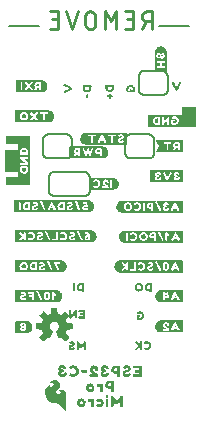
<source format=gbo>
G04 EAGLE Gerber RS-274X export*
G75*
%MOMM*%
%FSLAX34Y34*%
%LPD*%
%INSilkscreen Bottom*%
%IPPOS*%
%AMOC8*
5,1,8,0,0,1.08239X$1,22.5*%
G01*
%ADD10R,2.159000X0.762000*%
%ADD11R,1.143000X1.905000*%
%ADD12R,1.143000X1.651000*%
%ADD13C,0.279400*%
%ADD14C,0.203200*%

G36*
X94506Y159955D02*
X94506Y159955D01*
X94510Y159952D01*
X96010Y160252D01*
X96014Y160257D01*
X96018Y160254D01*
X96518Y160454D01*
X96523Y160462D01*
X96530Y160461D01*
X96926Y160758D01*
X97322Y160956D01*
X97327Y160966D01*
X97335Y160965D01*
X97732Y161363D01*
X98130Y161661D01*
X98132Y161670D01*
X98139Y161670D01*
X98739Y162470D01*
X98739Y162480D01*
X98746Y162482D01*
X99146Y163482D01*
X99145Y163483D01*
X99146Y163483D01*
X99145Y163485D01*
X99144Y163487D01*
X99148Y163488D01*
X99248Y163888D01*
X99247Y163890D01*
X99248Y163890D01*
X99348Y164390D01*
X99348Y164391D01*
X99349Y164392D01*
X99449Y164992D01*
X99446Y164997D01*
X99449Y165000D01*
X99449Y165500D01*
X99445Y165506D01*
X99448Y165510D01*
X99248Y166510D01*
X99241Y166516D01*
X99244Y166522D01*
X99045Y166920D01*
X98846Y167418D01*
X98843Y167420D01*
X98844Y167422D01*
X98644Y167822D01*
X98641Y167823D01*
X98642Y167825D01*
X98342Y168325D01*
X98330Y168330D01*
X98330Y168339D01*
X97935Y168635D01*
X97639Y169030D01*
X97630Y169032D01*
X97630Y169039D01*
X97230Y169339D01*
X97226Y169339D01*
X97225Y169342D01*
X96725Y169642D01*
X96722Y169642D01*
X96722Y169644D01*
X96322Y169844D01*
X96319Y169843D01*
X96318Y169846D01*
X95818Y170046D01*
X95812Y170044D01*
X95810Y170048D01*
X94810Y170248D01*
X94803Y170245D01*
X94800Y170249D01*
X30300Y170249D01*
X30253Y170213D01*
X30253Y170212D01*
X30252Y170212D01*
X30152Y169812D01*
X30156Y169804D01*
X30151Y169800D01*
X30151Y160200D01*
X30172Y160172D01*
X30173Y160159D01*
X30473Y159959D01*
X30493Y159960D01*
X30500Y159951D01*
X94500Y159951D01*
X94506Y159955D01*
G37*
G36*
X92336Y185355D02*
X92336Y185355D01*
X92340Y185352D01*
X93840Y185652D01*
X93844Y185657D01*
X93848Y185654D01*
X94348Y185854D01*
X94353Y185862D01*
X94360Y185861D01*
X94754Y186157D01*
X95248Y186354D01*
X95258Y186370D01*
X95269Y186370D01*
X95565Y186765D01*
X95960Y187061D01*
X95962Y187070D01*
X95969Y187070D01*
X96269Y187470D01*
X96269Y187474D01*
X96272Y187475D01*
X96572Y187975D01*
X96572Y187978D01*
X96574Y187978D01*
X96774Y188378D01*
X96773Y188381D01*
X96776Y188382D01*
X96976Y188882D01*
X96975Y188883D01*
X96976Y188883D01*
X96975Y188885D01*
X96974Y188888D01*
X96978Y188890D01*
X97278Y190390D01*
X97275Y190397D01*
X97279Y190400D01*
X97279Y190900D01*
X97275Y190906D01*
X97278Y190910D01*
X97078Y191910D01*
X97073Y191914D01*
X97076Y191918D01*
X96876Y192418D01*
X96873Y192420D01*
X96874Y192422D01*
X96675Y192820D01*
X96476Y193318D01*
X96468Y193323D01*
X96469Y193330D01*
X96169Y193730D01*
X96164Y193731D01*
X96165Y193735D01*
X95465Y194435D01*
X95456Y194436D01*
X95455Y194442D01*
X94958Y194741D01*
X94560Y195039D01*
X94553Y195039D01*
X94552Y195044D01*
X94152Y195244D01*
X94149Y195243D01*
X94148Y195246D01*
X93648Y195446D01*
X93642Y195444D01*
X93640Y195448D01*
X92640Y195648D01*
X92633Y195645D01*
X92630Y195649D01*
X30130Y195649D01*
X30123Y195644D01*
X30118Y195644D01*
X30114Y195647D01*
X29814Y195547D01*
X29796Y195520D01*
X29783Y195510D01*
X29786Y195505D01*
X29784Y195503D01*
X29781Y195500D01*
X29781Y185800D01*
X29786Y185793D01*
X29782Y185788D01*
X29882Y185388D01*
X29929Y185351D01*
X29929Y185352D01*
X29930Y185351D01*
X92330Y185351D01*
X92336Y185355D01*
G37*
G36*
X172043Y134383D02*
X172043Y134383D01*
X172047Y134384D01*
X172147Y134684D01*
X172128Y134738D01*
X172128Y134740D01*
X172099Y134761D01*
X172132Y134763D01*
X172131Y134786D01*
X172149Y134800D01*
X172149Y144400D01*
X172128Y144428D01*
X172127Y144441D01*
X171827Y144641D01*
X171811Y144640D01*
X171808Y144644D01*
X171804Y144644D01*
X171800Y144649D01*
X119300Y144649D01*
X119294Y144645D01*
X119290Y144648D01*
X117790Y144348D01*
X117784Y144341D01*
X117778Y144344D01*
X117378Y144144D01*
X117377Y144141D01*
X117375Y144142D01*
X116875Y143842D01*
X116873Y143839D01*
X116870Y143839D01*
X116070Y143239D01*
X116068Y143230D01*
X116061Y143230D01*
X115161Y142030D01*
X115161Y142023D01*
X115156Y142022D01*
X114956Y141622D01*
X114957Y141619D01*
X114954Y141618D01*
X114554Y140618D01*
X114558Y140605D01*
X114551Y140600D01*
X114551Y140105D01*
X114452Y139610D01*
X114455Y139603D01*
X114451Y139600D01*
X114451Y139100D01*
X114455Y139094D01*
X114452Y139090D01*
X114652Y138090D01*
X114657Y138086D01*
X114654Y138082D01*
X115054Y137082D01*
X115062Y137077D01*
X115061Y137070D01*
X115961Y135870D01*
X115970Y135868D01*
X115970Y135861D01*
X117170Y134961D01*
X117180Y134961D01*
X117182Y134954D01*
X118182Y134554D01*
X118188Y134556D01*
X118190Y134552D01*
X119190Y134352D01*
X119197Y134355D01*
X119200Y134351D01*
X172000Y134351D01*
X172043Y134383D01*
G37*
G36*
X171913Y184961D02*
X171913Y184961D01*
X171923Y184961D01*
X171927Y184959D01*
X172227Y185159D01*
X172233Y185176D01*
X172243Y185184D01*
X172238Y185190D01*
X172239Y185192D01*
X172249Y185200D01*
X172249Y194800D01*
X172244Y194807D01*
X172248Y194812D01*
X172148Y195212D01*
X172101Y195249D01*
X172101Y195248D01*
X172100Y195249D01*
X120900Y195249D01*
X120894Y195245D01*
X120890Y195248D01*
X119390Y194948D01*
X119384Y194941D01*
X119378Y194944D01*
X118980Y194745D01*
X118482Y194546D01*
X118477Y194538D01*
X118470Y194539D01*
X117670Y193939D01*
X117669Y193934D01*
X117665Y193935D01*
X117265Y193535D01*
X117264Y193530D01*
X117261Y193530D01*
X116661Y192730D01*
X116661Y192720D01*
X116654Y192718D01*
X116455Y192220D01*
X116256Y191822D01*
X116257Y191814D01*
X116252Y191810D01*
X115952Y190310D01*
X115955Y190303D01*
X115951Y190300D01*
X115951Y189800D01*
X115955Y189794D01*
X115952Y189790D01*
X116152Y188790D01*
X116157Y188786D01*
X116154Y188782D01*
X116554Y187782D01*
X116557Y187780D01*
X116556Y187778D01*
X116756Y187378D01*
X116762Y187375D01*
X116761Y187370D01*
X117061Y186970D01*
X117066Y186969D01*
X117065Y186965D01*
X117463Y186568D01*
X117761Y186170D01*
X117770Y186168D01*
X117770Y186161D01*
X118170Y185861D01*
X118180Y185861D01*
X118182Y185854D01*
X118676Y185657D01*
X119070Y185361D01*
X119086Y185361D01*
X119090Y185352D01*
X119586Y185253D01*
X120082Y185054D01*
X120088Y185056D01*
X120090Y185052D01*
X120590Y184952D01*
X120597Y184955D01*
X120600Y184951D01*
X171900Y184951D01*
X171913Y184961D01*
G37*
G36*
X172013Y159660D02*
X172013Y159660D01*
X172029Y159660D01*
X172029Y159673D01*
X172042Y159683D01*
X172070Y159661D01*
X172123Y159661D01*
X172127Y159659D01*
X172427Y159859D01*
X172433Y159876D01*
X172443Y159884D01*
X172438Y159890D01*
X172439Y159892D01*
X172449Y159900D01*
X172449Y169500D01*
X172444Y169507D01*
X172448Y169512D01*
X172348Y169912D01*
X172301Y169949D01*
X172301Y169948D01*
X172300Y169949D01*
X123200Y169949D01*
X123195Y169946D01*
X123192Y169949D01*
X122592Y169849D01*
X122591Y169848D01*
X122590Y169848D01*
X122090Y169748D01*
X122089Y169747D01*
X122088Y169748D01*
X121688Y169648D01*
X121685Y169644D01*
X121682Y169646D01*
X120682Y169246D01*
X120677Y169238D01*
X120670Y169239D01*
X119870Y168639D01*
X119868Y168630D01*
X119861Y168630D01*
X119563Y168232D01*
X119165Y167835D01*
X119164Y167823D01*
X119156Y167822D01*
X118957Y167423D01*
X118658Y166925D01*
X118658Y166922D01*
X118656Y166922D01*
X118456Y166522D01*
X118457Y166514D01*
X118452Y166510D01*
X118252Y165510D01*
X118255Y165503D01*
X118251Y165500D01*
X118251Y164000D01*
X118255Y163994D01*
X118252Y163990D01*
X118352Y163490D01*
X118357Y163486D01*
X118354Y163482D01*
X118754Y162482D01*
X118757Y162480D01*
X118756Y162478D01*
X118956Y162078D01*
X118962Y162075D01*
X118961Y162070D01*
X119261Y161670D01*
X119266Y161669D01*
X119265Y161665D01*
X119663Y161268D01*
X119961Y160870D01*
X119970Y160868D01*
X119970Y160861D01*
X120370Y160561D01*
X120380Y160561D01*
X120382Y160554D01*
X120876Y160357D01*
X121270Y160061D01*
X121286Y160061D01*
X121290Y160052D01*
X121786Y159953D01*
X122282Y159754D01*
X122288Y159756D01*
X122290Y159752D01*
X122790Y159652D01*
X122797Y159655D01*
X122800Y159651D01*
X172000Y159651D01*
X172013Y159660D01*
G37*
G36*
X72820Y76346D02*
X72820Y76346D01*
X72928Y76356D01*
X72941Y76362D01*
X72955Y76364D01*
X73052Y76412D01*
X73151Y76457D01*
X73164Y76468D01*
X73173Y76472D01*
X73188Y76488D01*
X73265Y76550D01*
X75850Y79135D01*
X75913Y79224D01*
X75979Y79309D01*
X75984Y79322D01*
X75992Y79334D01*
X76023Y79437D01*
X76059Y79540D01*
X76059Y79554D01*
X76063Y79567D01*
X76059Y79675D01*
X76060Y79784D01*
X76055Y79797D01*
X76055Y79811D01*
X76017Y79913D01*
X75982Y80015D01*
X75973Y80030D01*
X75969Y80039D01*
X75955Y80056D01*
X75901Y80138D01*
X73137Y83528D01*
X73694Y84610D01*
X73700Y84630D01*
X73742Y84725D01*
X74113Y85884D01*
X78464Y86327D01*
X78568Y86355D01*
X78674Y86380D01*
X78686Y86387D01*
X78699Y86390D01*
X78789Y86451D01*
X78882Y86508D01*
X78890Y86519D01*
X78902Y86527D01*
X78968Y86613D01*
X79037Y86697D01*
X79041Y86710D01*
X79050Y86721D01*
X79084Y86824D01*
X79123Y86925D01*
X79124Y86943D01*
X79128Y86952D01*
X79128Y86974D01*
X79137Y87072D01*
X79137Y90728D01*
X79120Y90835D01*
X79106Y90943D01*
X79100Y90955D01*
X79098Y90969D01*
X79046Y91065D01*
X78999Y91162D01*
X78989Y91172D01*
X78983Y91184D01*
X78903Y91258D01*
X78827Y91335D01*
X78815Y91341D01*
X78805Y91351D01*
X78706Y91396D01*
X78609Y91444D01*
X78591Y91448D01*
X78582Y91452D01*
X78561Y91454D01*
X78464Y91473D01*
X74113Y91916D01*
X73742Y93075D01*
X73733Y93093D01*
X73731Y93100D01*
X73727Y93107D01*
X73694Y93190D01*
X73137Y94272D01*
X75901Y97662D01*
X75955Y97756D01*
X76012Y97848D01*
X76015Y97861D01*
X76022Y97873D01*
X76043Y97980D01*
X76068Y98085D01*
X76066Y98099D01*
X76069Y98113D01*
X76054Y98220D01*
X76044Y98328D01*
X76038Y98341D01*
X76036Y98355D01*
X75988Y98452D01*
X75943Y98551D01*
X75932Y98564D01*
X75928Y98573D01*
X75912Y98588D01*
X75850Y98665D01*
X73265Y101250D01*
X73176Y101313D01*
X73091Y101379D01*
X73078Y101384D01*
X73066Y101392D01*
X72963Y101423D01*
X72860Y101459D01*
X72846Y101459D01*
X72833Y101463D01*
X72725Y101459D01*
X72616Y101460D01*
X72603Y101455D01*
X72589Y101455D01*
X72487Y101417D01*
X72385Y101382D01*
X72370Y101373D01*
X72361Y101369D01*
X72344Y101355D01*
X72262Y101301D01*
X68872Y98537D01*
X67790Y99094D01*
X67770Y99100D01*
X67675Y99142D01*
X66516Y99513D01*
X66073Y103864D01*
X66045Y103968D01*
X66020Y104074D01*
X66013Y104086D01*
X66010Y104099D01*
X65949Y104189D01*
X65892Y104282D01*
X65881Y104290D01*
X65873Y104302D01*
X65787Y104368D01*
X65703Y104437D01*
X65690Y104441D01*
X65679Y104450D01*
X65576Y104484D01*
X65475Y104523D01*
X65457Y104524D01*
X65448Y104528D01*
X65426Y104528D01*
X65328Y104537D01*
X61672Y104537D01*
X61565Y104520D01*
X61457Y104506D01*
X61445Y104500D01*
X61431Y104498D01*
X61335Y104446D01*
X61238Y104399D01*
X61228Y104389D01*
X61216Y104383D01*
X61142Y104303D01*
X61065Y104227D01*
X61059Y104215D01*
X61049Y104205D01*
X61004Y104106D01*
X60956Y104009D01*
X60952Y103991D01*
X60948Y103982D01*
X60946Y103961D01*
X60927Y103864D01*
X60484Y99513D01*
X59325Y99142D01*
X59307Y99132D01*
X59210Y99094D01*
X58128Y98537D01*
X54738Y101301D01*
X54644Y101355D01*
X54552Y101412D01*
X54539Y101415D01*
X54527Y101422D01*
X54420Y101443D01*
X54315Y101468D01*
X54301Y101466D01*
X54287Y101469D01*
X54180Y101454D01*
X54072Y101444D01*
X54059Y101438D01*
X54046Y101436D01*
X53948Y101388D01*
X53849Y101343D01*
X53836Y101332D01*
X53827Y101328D01*
X53812Y101312D01*
X53735Y101250D01*
X51150Y98665D01*
X51087Y98576D01*
X51021Y98491D01*
X51016Y98478D01*
X51008Y98466D01*
X50977Y98363D01*
X50941Y98260D01*
X50941Y98246D01*
X50937Y98233D01*
X50941Y98125D01*
X50940Y98016D01*
X50945Y98003D01*
X50945Y97989D01*
X50983Y97887D01*
X51018Y97785D01*
X51027Y97770D01*
X51031Y97761D01*
X51045Y97744D01*
X51099Y97662D01*
X53863Y94272D01*
X53306Y93190D01*
X53300Y93170D01*
X53258Y93075D01*
X52887Y91916D01*
X48536Y91473D01*
X48432Y91445D01*
X48326Y91420D01*
X48314Y91413D01*
X48301Y91410D01*
X48211Y91349D01*
X48118Y91292D01*
X48110Y91281D01*
X48098Y91273D01*
X48032Y91187D01*
X47964Y91103D01*
X47959Y91090D01*
X47950Y91079D01*
X47916Y90976D01*
X47877Y90875D01*
X47876Y90857D01*
X47872Y90848D01*
X47873Y90826D01*
X47863Y90728D01*
X47863Y87072D01*
X47880Y86965D01*
X47894Y86857D01*
X47900Y86845D01*
X47902Y86831D01*
X47954Y86735D01*
X48001Y86638D01*
X48011Y86628D01*
X48017Y86616D01*
X48097Y86542D01*
X48173Y86465D01*
X48185Y86459D01*
X48196Y86449D01*
X48294Y86404D01*
X48391Y86356D01*
X48409Y86352D01*
X48418Y86348D01*
X48439Y86346D01*
X48536Y86327D01*
X52887Y85884D01*
X53258Y84725D01*
X53268Y84707D01*
X53306Y84610D01*
X53863Y83528D01*
X51099Y80138D01*
X51045Y80044D01*
X50988Y79952D01*
X50985Y79939D01*
X50978Y79927D01*
X50957Y79820D01*
X50932Y79715D01*
X50934Y79701D01*
X50931Y79687D01*
X50946Y79580D01*
X50956Y79472D01*
X50962Y79459D01*
X50964Y79446D01*
X51012Y79348D01*
X51057Y79249D01*
X51068Y79236D01*
X51072Y79227D01*
X51088Y79212D01*
X51150Y79135D01*
X53735Y76550D01*
X53824Y76487D01*
X53909Y76421D01*
X53922Y76416D01*
X53934Y76408D01*
X54037Y76377D01*
X54140Y76341D01*
X54154Y76341D01*
X54167Y76337D01*
X54275Y76341D01*
X54384Y76340D01*
X54397Y76345D01*
X54411Y76345D01*
X54513Y76383D01*
X54615Y76418D01*
X54630Y76427D01*
X54639Y76431D01*
X54656Y76445D01*
X54738Y76499D01*
X58128Y79263D01*
X59210Y78706D01*
X59263Y78689D01*
X59312Y78663D01*
X59378Y78652D01*
X59442Y78631D01*
X59498Y78632D01*
X59552Y78623D01*
X59619Y78634D01*
X59686Y78635D01*
X59738Y78653D01*
X59793Y78662D01*
X59853Y78694D01*
X59916Y78717D01*
X59959Y78751D01*
X60009Y78777D01*
X60055Y78826D01*
X60107Y78868D01*
X60138Y78915D01*
X60176Y78955D01*
X60232Y79060D01*
X60240Y79073D01*
X60241Y79078D01*
X60245Y79085D01*
X62398Y84282D01*
X62418Y84365D01*
X62423Y84378D01*
X62425Y84394D01*
X62450Y84479D01*
X62449Y84500D01*
X62454Y84520D01*
X62446Y84602D01*
X62447Y84621D01*
X62443Y84641D01*
X62439Y84722D01*
X62432Y84742D01*
X62430Y84763D01*
X62398Y84832D01*
X62392Y84859D01*
X62377Y84883D01*
X62351Y84950D01*
X62338Y84966D01*
X62329Y84985D01*
X62284Y85034D01*
X62264Y85066D01*
X62233Y85091D01*
X62195Y85137D01*
X62172Y85153D01*
X62162Y85163D01*
X62141Y85175D01*
X62076Y85220D01*
X62075Y85221D01*
X62074Y85222D01*
X61175Y85728D01*
X60488Y86372D01*
X59973Y87160D01*
X59661Y88048D01*
X59569Y88985D01*
X59702Y89917D01*
X60053Y90791D01*
X60602Y91556D01*
X61316Y92169D01*
X62156Y92594D01*
X63073Y92808D01*
X64014Y92798D01*
X64926Y92564D01*
X65756Y92121D01*
X66457Y91492D01*
X66989Y90715D01*
X67320Y89834D01*
X67433Y88899D01*
X67325Y87982D01*
X67005Y87114D01*
X66491Y86345D01*
X65812Y85718D01*
X64928Y85223D01*
X64886Y85190D01*
X64844Y85167D01*
X64813Y85134D01*
X64765Y85099D01*
X64753Y85083D01*
X64737Y85070D01*
X64702Y85015D01*
X64677Y84989D01*
X64664Y84959D01*
X64622Y84901D01*
X64616Y84882D01*
X64606Y84865D01*
X64587Y84790D01*
X64577Y84767D01*
X64574Y84743D01*
X64551Y84668D01*
X64552Y84648D01*
X64547Y84628D01*
X64554Y84542D01*
X64553Y84524D01*
X64556Y84508D01*
X64559Y84424D01*
X64567Y84399D01*
X64568Y84385D01*
X64578Y84363D01*
X64602Y84282D01*
X65531Y82039D01*
X65531Y82038D01*
X66462Y79791D01*
X66463Y79791D01*
X66755Y79085D01*
X66784Y79038D01*
X66805Y78986D01*
X66848Y78935D01*
X66884Y78878D01*
X66927Y78843D01*
X66963Y78800D01*
X67020Y78766D01*
X67072Y78723D01*
X67124Y78704D01*
X67172Y78675D01*
X67238Y78661D01*
X67301Y78637D01*
X67356Y78635D01*
X67410Y78624D01*
X67477Y78631D01*
X67544Y78629D01*
X67598Y78645D01*
X67653Y78652D01*
X67764Y78696D01*
X67778Y78700D01*
X67782Y78703D01*
X67790Y78706D01*
X68872Y79263D01*
X72262Y76499D01*
X72356Y76445D01*
X72448Y76388D01*
X72461Y76385D01*
X72473Y76378D01*
X72580Y76357D01*
X72685Y76332D01*
X72699Y76334D01*
X72713Y76331D01*
X72820Y76346D01*
G37*
G36*
X68906Y134555D02*
X68906Y134555D01*
X68910Y134552D01*
X69405Y134651D01*
X69900Y134651D01*
X69911Y134659D01*
X69918Y134654D01*
X70414Y134853D01*
X70910Y134952D01*
X70920Y134963D01*
X70930Y134961D01*
X71324Y135257D01*
X71818Y135454D01*
X71826Y135466D01*
X71835Y135465D01*
X72935Y136565D01*
X72936Y136577D01*
X72944Y136578D01*
X73143Y136977D01*
X73442Y137475D01*
X73442Y137478D01*
X73444Y137478D01*
X73644Y137878D01*
X73643Y137883D01*
X73647Y137886D01*
X73645Y137889D01*
X73648Y137890D01*
X73747Y138386D01*
X73946Y138882D01*
X73942Y138895D01*
X73949Y138900D01*
X73949Y140400D01*
X73945Y140406D01*
X73948Y140410D01*
X73848Y140910D01*
X73843Y140914D01*
X73846Y140918D01*
X73446Y141918D01*
X73443Y141920D01*
X73444Y141922D01*
X73244Y142322D01*
X73238Y142325D01*
X73239Y142330D01*
X72639Y143130D01*
X72634Y143131D01*
X72635Y143135D01*
X72235Y143535D01*
X72230Y143536D01*
X72230Y143539D01*
X71430Y144139D01*
X71420Y144139D01*
X71418Y144146D01*
X70920Y144345D01*
X70522Y144544D01*
X70513Y144542D01*
X70510Y144548D01*
X69010Y144848D01*
X69003Y144845D01*
X69000Y144849D01*
X30200Y144849D01*
X30153Y144813D01*
X30155Y144810D01*
X30153Y144808D01*
X30156Y144804D01*
X30151Y144800D01*
X30151Y135100D01*
X30155Y135094D01*
X30152Y135090D01*
X30252Y134590D01*
X30296Y134551D01*
X30298Y134553D01*
X30300Y134551D01*
X68900Y134551D01*
X68906Y134555D01*
G37*
G36*
X65706Y109255D02*
X65706Y109255D01*
X65710Y109252D01*
X66710Y109452D01*
X66714Y109457D01*
X66718Y109454D01*
X67218Y109654D01*
X67220Y109657D01*
X67222Y109656D01*
X67622Y109856D01*
X67623Y109859D01*
X67625Y109858D01*
X68125Y110158D01*
X68127Y110161D01*
X68130Y110161D01*
X68530Y110461D01*
X68531Y110466D01*
X68535Y110465D01*
X69235Y111165D01*
X69236Y111170D01*
X69239Y111170D01*
X69539Y111570D01*
X69539Y111580D01*
X69546Y111582D01*
X69745Y112080D01*
X69944Y112478D01*
X69943Y112481D01*
X69946Y112482D01*
X70146Y112982D01*
X70144Y112988D01*
X70148Y112990D01*
X70348Y113990D01*
X70345Y113997D01*
X70349Y114000D01*
X70349Y115000D01*
X70345Y115006D01*
X70348Y115010D01*
X70248Y115510D01*
X70243Y115514D01*
X70246Y115518D01*
X70047Y116014D01*
X69948Y116510D01*
X69937Y116520D01*
X69939Y116530D01*
X69643Y116924D01*
X69446Y117418D01*
X69434Y117426D01*
X69435Y117435D01*
X68735Y118135D01*
X68730Y118136D01*
X68730Y118139D01*
X67930Y118739D01*
X67926Y118739D01*
X67925Y118742D01*
X67425Y119042D01*
X67422Y119042D01*
X67422Y119044D01*
X67022Y119244D01*
X67013Y119242D01*
X67010Y119248D01*
X65510Y119548D01*
X65503Y119545D01*
X65500Y119549D01*
X30700Y119549D01*
X30653Y119513D01*
X30654Y119511D01*
X30652Y119510D01*
X30552Y119010D01*
X30555Y119003D01*
X30551Y119000D01*
X30551Y109300D01*
X30587Y109253D01*
X30594Y109258D01*
X30600Y109251D01*
X65700Y109251D01*
X65706Y109255D01*
G37*
G36*
X125001Y242517D02*
X125001Y242517D01*
X125015Y242515D01*
X125315Y242815D01*
X125317Y242827D01*
X125323Y242832D01*
X125318Y242839D01*
X125319Y242842D01*
X125329Y242850D01*
X125329Y252550D01*
X125308Y252578D01*
X125307Y252591D01*
X125007Y252791D01*
X124991Y252790D01*
X124988Y252794D01*
X124984Y252794D01*
X124980Y252799D01*
X90180Y252799D01*
X90174Y252795D01*
X90170Y252798D01*
X89170Y252598D01*
X89166Y252593D01*
X89162Y252596D01*
X88162Y252196D01*
X88157Y252188D01*
X88150Y252189D01*
X87350Y251589D01*
X87349Y251584D01*
X87345Y251585D01*
X86645Y250885D01*
X86644Y250880D01*
X86641Y250880D01*
X86341Y250480D01*
X86341Y250470D01*
X86334Y250468D01*
X86137Y249974D01*
X85841Y249580D01*
X85841Y249564D01*
X85832Y249560D01*
X85532Y248060D01*
X85535Y248053D01*
X85531Y248050D01*
X85531Y247050D01*
X85535Y247044D01*
X85532Y247040D01*
X85632Y246540D01*
X85637Y246536D01*
X85634Y246532D01*
X86234Y245032D01*
X86242Y245027D01*
X86241Y245020D01*
X86841Y244220D01*
X86846Y244219D01*
X86845Y244215D01*
X87545Y243515D01*
X87554Y243514D01*
X87555Y243508D01*
X88055Y243208D01*
X88058Y243208D01*
X88058Y243206D01*
X88458Y243006D01*
X88461Y243007D01*
X88462Y243004D01*
X88962Y242804D01*
X88968Y242806D01*
X88970Y242802D01*
X90470Y242502D01*
X90477Y242505D01*
X90480Y242501D01*
X124980Y242501D01*
X125001Y242517D01*
G37*
G36*
X58525Y261554D02*
X58525Y261554D01*
X58528Y261551D01*
X59128Y261651D01*
X59129Y261652D01*
X59130Y261652D01*
X59630Y261752D01*
X59631Y261753D01*
X59632Y261752D01*
X60032Y261852D01*
X60035Y261856D01*
X60038Y261854D01*
X61038Y262254D01*
X61043Y262262D01*
X61050Y262261D01*
X61850Y262861D01*
X61852Y262870D01*
X61859Y262870D01*
X62157Y263268D01*
X62555Y263665D01*
X62556Y263677D01*
X62564Y263678D01*
X62763Y264077D01*
X63062Y264575D01*
X63062Y264578D01*
X63064Y264578D01*
X63264Y264978D01*
X63263Y264982D01*
X63267Y264985D01*
X63264Y264988D01*
X63268Y264990D01*
X63568Y266490D01*
X63562Y266503D01*
X63568Y266510D01*
X63469Y267005D01*
X63469Y267500D01*
X63465Y267506D01*
X63468Y267510D01*
X63368Y268010D01*
X63363Y268014D01*
X63366Y268018D01*
X62966Y269018D01*
X62963Y269020D01*
X62964Y269022D01*
X62764Y269422D01*
X62758Y269425D01*
X62759Y269430D01*
X62459Y269830D01*
X62454Y269831D01*
X62455Y269835D01*
X62057Y270232D01*
X61759Y270630D01*
X61750Y270632D01*
X61750Y270639D01*
X61350Y270939D01*
X61340Y270939D01*
X61338Y270946D01*
X60844Y271143D01*
X60450Y271439D01*
X60434Y271439D01*
X60430Y271448D01*
X59934Y271547D01*
X59438Y271746D01*
X59432Y271744D01*
X59430Y271748D01*
X58930Y271848D01*
X58923Y271845D01*
X58920Y271849D01*
X30920Y271849D01*
X30913Y271844D01*
X30908Y271848D01*
X30508Y271748D01*
X30485Y271719D01*
X30473Y271710D01*
X30475Y271707D01*
X30471Y271701D01*
X30472Y271701D01*
X30471Y271700D01*
X30471Y262000D01*
X30476Y261993D01*
X30472Y261988D01*
X30572Y261588D01*
X30619Y261551D01*
X30619Y261552D01*
X30620Y261551D01*
X58520Y261551D01*
X58525Y261554D01*
G37*
G36*
X104446Y231075D02*
X104446Y231075D01*
X104450Y231072D01*
X105450Y231272D01*
X105454Y231277D01*
X105458Y231274D01*
X106458Y231674D01*
X106463Y231682D01*
X106470Y231681D01*
X107670Y232581D01*
X107672Y232590D01*
X107679Y232590D01*
X108279Y233390D01*
X108279Y233394D01*
X108282Y233395D01*
X108582Y233895D01*
X108582Y233898D01*
X108584Y233898D01*
X108784Y234298D01*
X108783Y234301D01*
X108786Y234302D01*
X108986Y234802D01*
X108984Y234808D01*
X108988Y234810D01*
X109088Y235310D01*
X109085Y235317D01*
X109089Y235320D01*
X109089Y235815D01*
X109188Y236310D01*
X109182Y236323D01*
X109188Y236330D01*
X108888Y237830D01*
X108883Y237834D01*
X108886Y237838D01*
X108686Y238338D01*
X108683Y238340D01*
X108684Y238342D01*
X108484Y238742D01*
X108481Y238743D01*
X108482Y238745D01*
X108182Y239245D01*
X108179Y239247D01*
X108179Y239250D01*
X107879Y239650D01*
X107870Y239652D01*
X107870Y239659D01*
X106270Y240859D01*
X106260Y240859D01*
X106258Y240866D01*
X105758Y241066D01*
X105752Y241064D01*
X105750Y241068D01*
X104250Y241368D01*
X104243Y241365D01*
X104240Y241369D01*
X76640Y241369D01*
X76619Y241353D01*
X76605Y241355D01*
X76305Y241055D01*
X76303Y241041D01*
X76293Y241033D01*
X76298Y241025D01*
X76291Y241020D01*
X76291Y231420D01*
X76303Y231404D01*
X76299Y231393D01*
X76499Y231093D01*
X76532Y231081D01*
X76540Y231071D01*
X104440Y231071D01*
X104446Y231075D01*
G37*
G36*
X171186Y257745D02*
X171186Y257745D01*
X171190Y257742D01*
X171690Y257842D01*
X171718Y257874D01*
X171720Y257875D01*
X171720Y257876D01*
X171729Y257886D01*
X171727Y257888D01*
X171729Y257890D01*
X171729Y267990D01*
X171693Y268037D01*
X171686Y268032D01*
X171680Y268039D01*
X169180Y268039D01*
X169153Y268018D01*
X169139Y268018D01*
X169119Y267989D01*
X169118Y268022D01*
X169094Y268021D01*
X169080Y268039D01*
X143280Y268039D01*
X143233Y268003D01*
X143235Y268000D01*
X143233Y267998D01*
X143236Y267994D01*
X143231Y267990D01*
X143231Y257790D01*
X143267Y257743D01*
X143274Y257748D01*
X143280Y257741D01*
X171180Y257741D01*
X171186Y257745D01*
G37*
G36*
X43247Y214387D02*
X43247Y214387D01*
X43242Y214394D01*
X43249Y214400D01*
X43249Y242300D01*
X43245Y242306D01*
X43248Y242310D01*
X43148Y242810D01*
X43104Y242849D01*
X43102Y242847D01*
X43100Y242849D01*
X33000Y242849D01*
X32953Y242813D01*
X32958Y242806D01*
X32951Y242800D01*
X32951Y240300D01*
X32972Y240273D01*
X32972Y240259D01*
X33002Y240239D01*
X32968Y240238D01*
X32970Y240214D01*
X32951Y240200D01*
X32951Y214400D01*
X32987Y214353D01*
X32994Y214358D01*
X33000Y214351D01*
X43200Y214351D01*
X43247Y214387D01*
G37*
G36*
X172366Y210763D02*
X172366Y210763D01*
X172377Y210759D01*
X172677Y210959D01*
X172683Y210976D01*
X172693Y210984D01*
X172688Y210990D01*
X172689Y210992D01*
X172699Y211000D01*
X172699Y220600D01*
X172694Y220607D01*
X172698Y220612D01*
X172598Y221012D01*
X172551Y221049D01*
X172551Y221048D01*
X172550Y221049D01*
X145250Y221049D01*
X145243Y221044D01*
X145238Y221048D01*
X144838Y220948D01*
X144815Y220919D01*
X144803Y220910D01*
X144805Y220907D01*
X144801Y220901D01*
X144802Y220901D01*
X144801Y220900D01*
X144801Y210800D01*
X144837Y210753D01*
X144844Y210758D01*
X144850Y210751D01*
X172350Y210751D01*
X172366Y210763D01*
G37*
G36*
X52986Y286955D02*
X52986Y286955D01*
X52990Y286952D01*
X53990Y287152D01*
X53994Y287157D01*
X53998Y287154D01*
X54998Y287554D01*
X55003Y287562D01*
X55010Y287561D01*
X56210Y288461D01*
X56212Y288470D01*
X56219Y288470D01*
X57119Y289670D01*
X57119Y289680D01*
X57126Y289682D01*
X57526Y290682D01*
X57524Y290688D01*
X57528Y290690D01*
X57728Y291690D01*
X57725Y291697D01*
X57729Y291700D01*
X57729Y292200D01*
X57725Y292206D01*
X57728Y292210D01*
X57629Y292705D01*
X57629Y293200D01*
X57621Y293211D01*
X57626Y293218D01*
X57427Y293715D01*
X57328Y294112D01*
X57320Y294119D01*
X57322Y294125D01*
X57023Y294623D01*
X56824Y295022D01*
X56814Y295027D01*
X56815Y295035D01*
X56417Y295432D01*
X56119Y295830D01*
X56110Y295832D01*
X56110Y295839D01*
X54910Y296739D01*
X54900Y296739D01*
X54898Y296746D01*
X54398Y296946D01*
X54392Y296944D01*
X54390Y296948D01*
X52890Y297248D01*
X52883Y297245D01*
X52880Y297249D01*
X31280Y297249D01*
X31233Y297213D01*
X31235Y297210D01*
X31233Y297208D01*
X31236Y297204D01*
X31231Y297200D01*
X31231Y287100D01*
X31267Y287053D01*
X31268Y287053D01*
X31268Y287052D01*
X31668Y286952D01*
X31676Y286956D01*
X31680Y286951D01*
X52980Y286951D01*
X52986Y286955D01*
G37*
G36*
X73075Y17202D02*
X73075Y17202D01*
X73101Y17203D01*
X73155Y17233D01*
X73213Y17255D01*
X73230Y17274D01*
X73253Y17286D01*
X73288Y17337D01*
X73330Y17382D01*
X73338Y17407D01*
X73353Y17428D01*
X73369Y17512D01*
X73380Y17548D01*
X73378Y17558D01*
X73380Y17570D01*
X73380Y31270D01*
X73376Y31290D01*
X73377Y31317D01*
X73277Y32117D01*
X73269Y32141D01*
X73266Y32174D01*
X73066Y32874D01*
X73047Y32908D01*
X73026Y32966D01*
X72426Y33966D01*
X72406Y33986D01*
X72338Y34067D01*
X71838Y34467D01*
X71833Y34469D01*
X71828Y34474D01*
X71428Y34774D01*
X71393Y34789D01*
X71341Y34823D01*
X70841Y35023D01*
X70812Y35027D01*
X70775Y35043D01*
X70275Y35143D01*
X70269Y35143D01*
X70263Y35145D01*
X69663Y35245D01*
X69636Y35243D01*
X69600Y35250D01*
X68400Y35250D01*
X68385Y35247D01*
X68370Y35249D01*
X68238Y35212D01*
X68231Y35211D01*
X68231Y35210D01*
X68230Y35210D01*
X67854Y35022D01*
X67830Y35010D01*
X67811Y34994D01*
X67787Y34985D01*
X67745Y34939D01*
X67697Y34899D01*
X67687Y34877D01*
X67670Y34858D01*
X67652Y34798D01*
X67626Y34741D01*
X67628Y34716D01*
X67620Y34692D01*
X67631Y34630D01*
X67634Y34568D01*
X67646Y34546D01*
X67650Y34521D01*
X67699Y34448D01*
X67717Y34416D01*
X67725Y34411D01*
X67731Y34401D01*
X67831Y34301D01*
X67863Y34281D01*
X67930Y34230D01*
X68330Y34030D01*
X68353Y34024D01*
X68380Y34009D01*
X68595Y33938D01*
X69068Y33465D01*
X69120Y33308D01*
X69120Y33032D01*
X69055Y32839D01*
X68905Y32612D01*
X68386Y32094D01*
X67991Y31936D01*
X67562Y31850D01*
X66847Y31850D01*
X66156Y32023D01*
X65660Y32354D01*
X65339Y32755D01*
X65180Y33232D01*
X65180Y33801D01*
X65427Y34459D01*
X66069Y35101D01*
X66074Y35110D01*
X66084Y35117D01*
X66884Y36017D01*
X66885Y36019D01*
X66886Y36020D01*
X67586Y36820D01*
X67602Y36849D01*
X67632Y36885D01*
X68132Y37785D01*
X68143Y37823D01*
X68171Y37888D01*
X68371Y38788D01*
X68371Y38790D01*
X68372Y38792D01*
X68371Y38821D01*
X68380Y38870D01*
X68380Y39670D01*
X68372Y39707D01*
X68361Y39790D01*
X68061Y40690D01*
X68042Y40721D01*
X68022Y40772D01*
X67522Y41572D01*
X67501Y41593D01*
X67433Y41670D01*
X66533Y42370D01*
X66509Y42381D01*
X66482Y42404D01*
X65382Y43004D01*
X65363Y43009D01*
X65349Y43019D01*
X65316Y43026D01*
X65268Y43044D01*
X64168Y43244D01*
X64139Y43243D01*
X64100Y43250D01*
X63100Y43250D01*
X63067Y43243D01*
X63018Y43241D01*
X62118Y43041D01*
X62085Y43025D01*
X62030Y43010D01*
X62024Y43007D01*
X61264Y42627D01*
X60630Y42310D01*
X60608Y42292D01*
X60572Y42274D01*
X60172Y41974D01*
X60157Y41956D01*
X60131Y41939D01*
X60031Y41839D01*
X60018Y41817D01*
X59998Y41801D01*
X59972Y41744D01*
X59940Y41692D01*
X59937Y41666D01*
X59927Y41642D01*
X59929Y41581D01*
X59923Y41519D01*
X59932Y41495D01*
X59933Y41469D01*
X59963Y41415D01*
X59985Y41357D01*
X60004Y41340D01*
X60016Y41317D01*
X60067Y41282D01*
X60112Y41240D01*
X60137Y41232D01*
X60158Y41217D01*
X60242Y41201D01*
X60278Y41190D01*
X60288Y41192D01*
X60300Y41190D01*
X60400Y41190D01*
X60415Y41193D01*
X60430Y41191D01*
X60562Y41228D01*
X60569Y41229D01*
X60569Y41230D01*
X60570Y41230D01*
X60690Y41290D01*
X61153Y41290D01*
X61508Y41201D01*
X61516Y41201D01*
X61525Y41197D01*
X61976Y41107D01*
X62299Y40945D01*
X62620Y40705D01*
X62771Y40479D01*
X62848Y40324D01*
X62920Y40108D01*
X62920Y39617D01*
X62847Y39326D01*
X62505Y38812D01*
X61950Y38258D01*
X61580Y37981D01*
X61309Y37800D01*
X61077Y37684D01*
X60967Y37629D01*
X60253Y37450D01*
X60062Y37450D01*
X59905Y37502D01*
X59713Y37695D01*
X59652Y37816D01*
X59580Y38032D01*
X59580Y38870D01*
X59568Y38921D01*
X59567Y38965D01*
X59559Y38979D01*
X59555Y39006D01*
X59545Y39021D01*
X59541Y39039D01*
X59499Y39090D01*
X59484Y39117D01*
X59476Y39122D01*
X59458Y39150D01*
X59442Y39159D01*
X59431Y39172D01*
X59367Y39201D01*
X59355Y39208D01*
X59342Y39217D01*
X59338Y39218D01*
X59307Y39235D01*
X59289Y39236D01*
X59272Y39243D01*
X59216Y39241D01*
X59200Y39244D01*
X59190Y39244D01*
X59180Y39242D01*
X59134Y39244D01*
X59115Y39237D01*
X59099Y39237D01*
X59065Y39218D01*
X59044Y39210D01*
X59022Y39205D01*
X59014Y39198D01*
X58998Y39192D01*
X58198Y38692D01*
X58171Y38665D01*
X58116Y38623D01*
X57316Y37723D01*
X57303Y37700D01*
X57279Y37674D01*
X56579Y36574D01*
X56567Y36540D01*
X56539Y36490D01*
X56039Y34990D01*
X56037Y34968D01*
X56026Y34940D01*
X55726Y33340D01*
X55728Y33304D01*
X55720Y33248D01*
X55820Y31548D01*
X55829Y31517D01*
X55832Y31473D01*
X56332Y29573D01*
X56350Y29541D01*
X56368Y29485D01*
X57368Y27685D01*
X57385Y27667D01*
X57400Y27637D01*
X58100Y26737D01*
X58116Y26723D01*
X58131Y26701D01*
X58931Y25901D01*
X58941Y25895D01*
X58950Y25884D01*
X59750Y25184D01*
X59775Y25170D01*
X59804Y25144D01*
X60804Y24544D01*
X60829Y24536D01*
X60859Y24517D01*
X61859Y24117D01*
X61878Y24114D01*
X61900Y24103D01*
X63000Y23803D01*
X63017Y23803D01*
X63038Y23795D01*
X64238Y23595D01*
X64264Y23597D01*
X64300Y23590D01*
X66169Y23590D01*
X66666Y23507D01*
X67564Y22968D01*
X68521Y22012D01*
X69711Y20623D01*
X69722Y20615D01*
X69731Y20601D01*
X70919Y19413D01*
X71408Y18827D01*
X71420Y18817D01*
X71431Y18801D01*
X71898Y18334D01*
X72174Y17874D01*
X72199Y17848D01*
X72231Y17801D01*
X72731Y17301D01*
X72753Y17288D01*
X72769Y17268D01*
X72826Y17242D01*
X72878Y17210D01*
X72904Y17207D01*
X72928Y17197D01*
X72989Y17199D01*
X73051Y17193D01*
X73075Y17202D01*
G37*
G36*
X113346Y204405D02*
X113346Y204405D01*
X113350Y204402D01*
X114850Y204702D01*
X114856Y204709D01*
X114862Y204706D01*
X115260Y204905D01*
X115758Y205104D01*
X115763Y205112D01*
X115770Y205111D01*
X116570Y205711D01*
X116571Y205716D01*
X116575Y205715D01*
X116975Y206115D01*
X116976Y206120D01*
X116979Y206120D01*
X117579Y206920D01*
X117579Y206930D01*
X117586Y206932D01*
X117785Y207430D01*
X117984Y207828D01*
X117983Y207832D01*
X117987Y207835D01*
X117984Y207838D01*
X117988Y207840D01*
X118288Y209340D01*
X118285Y209347D01*
X118289Y209350D01*
X118289Y209850D01*
X118285Y209856D01*
X118288Y209860D01*
X118088Y210860D01*
X118083Y210864D01*
X118086Y210868D01*
X117686Y211868D01*
X117683Y211870D01*
X117684Y211872D01*
X117484Y212272D01*
X117478Y212275D01*
X117479Y212280D01*
X116879Y213080D01*
X116874Y213081D01*
X116875Y213085D01*
X116475Y213485D01*
X116470Y213486D01*
X116470Y213489D01*
X116070Y213789D01*
X116060Y213789D01*
X116058Y213796D01*
X115564Y213993D01*
X115170Y214289D01*
X115154Y214289D01*
X115150Y214298D01*
X114654Y214397D01*
X114158Y214596D01*
X114152Y214594D01*
X114150Y214598D01*
X113650Y214698D01*
X113643Y214695D01*
X113640Y214699D01*
X92740Y214699D01*
X92693Y214663D01*
X92693Y214662D01*
X92692Y214662D01*
X92592Y214262D01*
X92596Y214254D01*
X92591Y214250D01*
X92591Y204650D01*
X92612Y204622D01*
X92613Y204609D01*
X92913Y204409D01*
X92933Y204410D01*
X92940Y204401D01*
X113340Y204401D01*
X113346Y204405D01*
G37*
G36*
X172247Y83687D02*
X172247Y83687D01*
X172247Y83688D01*
X172248Y83688D01*
X172348Y84088D01*
X172344Y84096D01*
X172349Y84100D01*
X172349Y93800D01*
X172313Y93847D01*
X172312Y93847D01*
X172312Y93848D01*
X171912Y93948D01*
X171904Y93944D01*
X171900Y93949D01*
X153500Y93949D01*
X153494Y93945D01*
X153490Y93948D01*
X152990Y93848D01*
X152986Y93843D01*
X152982Y93846D01*
X152486Y93647D01*
X151990Y93548D01*
X151980Y93537D01*
X151970Y93539D01*
X151576Y93243D01*
X151082Y93046D01*
X151077Y93038D01*
X151070Y93039D01*
X150670Y92739D01*
X150668Y92730D01*
X150661Y92730D01*
X150363Y92332D01*
X149965Y91935D01*
X149964Y91930D01*
X149961Y91930D01*
X149661Y91530D01*
X149661Y91523D01*
X149656Y91522D01*
X149456Y91122D01*
X149457Y91119D01*
X149454Y91118D01*
X149054Y90118D01*
X149055Y90117D01*
X149054Y90116D01*
X149056Y90113D01*
X149056Y90112D01*
X149052Y90110D01*
X148952Y89610D01*
X148955Y89603D01*
X148951Y89600D01*
X148951Y89105D01*
X148852Y88610D01*
X148858Y88597D01*
X148852Y88590D01*
X149152Y87090D01*
X149157Y87086D01*
X149154Y87082D01*
X149354Y86582D01*
X149362Y86577D01*
X149361Y86570D01*
X149658Y86174D01*
X149856Y85778D01*
X149866Y85773D01*
X149865Y85765D01*
X150263Y85368D01*
X150561Y84970D01*
X150570Y84968D01*
X150570Y84961D01*
X151370Y84361D01*
X151380Y84361D01*
X151382Y84354D01*
X152382Y83954D01*
X152388Y83956D01*
X152390Y83952D01*
X153890Y83652D01*
X153897Y83655D01*
X153900Y83651D01*
X172200Y83651D01*
X172247Y83687D01*
G37*
G36*
X172128Y109272D02*
X172128Y109272D01*
X172141Y109273D01*
X172341Y109573D01*
X172341Y109579D01*
X172344Y109582D01*
X172340Y109588D01*
X172340Y109593D01*
X172349Y109600D01*
X172349Y119300D01*
X172328Y119328D01*
X172327Y119341D01*
X172027Y119541D01*
X172011Y119540D01*
X172008Y119544D01*
X172004Y119544D01*
X172000Y119549D01*
X154000Y119549D01*
X153994Y119545D01*
X153990Y119548D01*
X152490Y119248D01*
X152484Y119241D01*
X152478Y119244D01*
X152078Y119044D01*
X152077Y119041D01*
X152075Y119042D01*
X151575Y118742D01*
X151573Y118739D01*
X151570Y118739D01*
X150770Y118139D01*
X150768Y118130D01*
X150761Y118130D01*
X150463Y117732D01*
X150065Y117335D01*
X150064Y117323D01*
X150056Y117322D01*
X149858Y116926D01*
X149561Y116530D01*
X149561Y116514D01*
X149552Y116510D01*
X149453Y116014D01*
X149254Y115518D01*
X149256Y115512D01*
X149252Y115510D01*
X149152Y115010D01*
X149155Y115003D01*
X149151Y115000D01*
X149151Y114000D01*
X149155Y113994D01*
X149152Y113990D01*
X149352Y112990D01*
X149357Y112986D01*
X149354Y112982D01*
X149554Y112482D01*
X149557Y112480D01*
X149556Y112478D01*
X149755Y112080D01*
X149954Y111582D01*
X149962Y111577D01*
X149961Y111570D01*
X150261Y111170D01*
X150266Y111169D01*
X150265Y111165D01*
X150965Y110465D01*
X150970Y110464D01*
X150970Y110461D01*
X151370Y110161D01*
X151374Y110161D01*
X151375Y110158D01*
X151875Y109858D01*
X151878Y109858D01*
X151878Y109856D01*
X152278Y109656D01*
X152281Y109657D01*
X152282Y109654D01*
X152782Y109454D01*
X152788Y109456D01*
X152790Y109452D01*
X153790Y109252D01*
X153797Y109255D01*
X153800Y109251D01*
X172100Y109251D01*
X172128Y109272D01*
G37*
G36*
X172439Y236176D02*
X172439Y236176D01*
X172450Y236178D01*
X172650Y236578D01*
X172650Y236580D01*
X172650Y236581D01*
X172649Y236582D01*
X172647Y236594D01*
X172655Y236600D01*
X172655Y246200D01*
X172630Y246233D01*
X172628Y246244D01*
X172228Y246444D01*
X172218Y246442D01*
X172217Y246444D01*
X172210Y246444D01*
X172206Y246449D01*
X149706Y246449D01*
X149663Y246417D01*
X149659Y246416D01*
X149559Y246116D01*
X149560Y246113D01*
X149559Y246113D01*
X149561Y246109D01*
X149568Y246090D01*
X149562Y246078D01*
X151859Y241584D01*
X151954Y241107D01*
X149662Y236622D01*
X149664Y236614D01*
X149658Y236612D01*
X149558Y236212D01*
X149582Y236157D01*
X149596Y236164D01*
X149606Y236151D01*
X172406Y236151D01*
X172439Y236176D01*
G37*
G36*
X158717Y303977D02*
X158717Y303977D01*
X158717Y303978D01*
X158718Y303978D01*
X158818Y304378D01*
X158814Y304386D01*
X158819Y304390D01*
X158819Y321190D01*
X158815Y321196D01*
X158818Y321200D01*
X158618Y322200D01*
X158613Y322204D01*
X158616Y322208D01*
X158416Y322708D01*
X158413Y322710D01*
X158414Y322712D01*
X158215Y323110D01*
X158016Y323608D01*
X158008Y323613D01*
X158009Y323620D01*
X157709Y324020D01*
X157704Y324021D01*
X157705Y324025D01*
X157005Y324725D01*
X157000Y324726D01*
X157000Y324729D01*
X156600Y325029D01*
X156596Y325029D01*
X156595Y325032D01*
X156095Y325332D01*
X156092Y325332D01*
X156092Y325334D01*
X155692Y325534D01*
X155689Y325533D01*
X155688Y325536D01*
X155188Y325736D01*
X155182Y325734D01*
X155180Y325738D01*
X154180Y325938D01*
X154173Y325935D01*
X154170Y325939D01*
X153170Y325939D01*
X153164Y325935D01*
X153160Y325938D01*
X152160Y325738D01*
X152156Y325733D01*
X152152Y325736D01*
X151652Y325536D01*
X151650Y325533D01*
X151648Y325534D01*
X151248Y325334D01*
X151247Y325331D01*
X151245Y325332D01*
X150745Y325032D01*
X150743Y325029D01*
X150740Y325029D01*
X150340Y324729D01*
X150339Y324724D01*
X150335Y324725D01*
X149635Y324025D01*
X149634Y324020D01*
X149631Y324020D01*
X149331Y323620D01*
X149331Y323613D01*
X149326Y323612D01*
X149126Y323212D01*
X149127Y323209D01*
X149124Y323208D01*
X148724Y322208D01*
X148726Y322202D01*
X148722Y322200D01*
X148522Y321200D01*
X148525Y321193D01*
X148523Y321192D01*
X148523Y321191D01*
X148521Y321190D01*
X148521Y304090D01*
X148557Y304043D01*
X148559Y304044D01*
X148560Y304042D01*
X149060Y303942D01*
X149067Y303945D01*
X149070Y303941D01*
X158670Y303941D01*
X158717Y303977D01*
G37*
G36*
X40306Y83055D02*
X40306Y83055D01*
X40310Y83052D01*
X41310Y83252D01*
X41311Y83253D01*
X41312Y83252D01*
X41712Y83352D01*
X41719Y83361D01*
X41725Y83358D01*
X42222Y83656D01*
X42718Y83854D01*
X42723Y83862D01*
X42730Y83861D01*
X43530Y84461D01*
X43532Y84470D01*
X43539Y84470D01*
X44439Y85670D01*
X44439Y85680D01*
X44446Y85682D01*
X44846Y86682D01*
X44844Y86687D01*
X44848Y86688D01*
X44948Y87088D01*
X44947Y87090D01*
X44948Y87090D01*
X45048Y87590D01*
X45045Y87597D01*
X45049Y87600D01*
X45049Y88700D01*
X45045Y88706D01*
X45048Y88710D01*
X44848Y89710D01*
X44841Y89716D01*
X44844Y89722D01*
X44645Y90120D01*
X44446Y90618D01*
X44443Y90620D01*
X44444Y90622D01*
X44244Y91022D01*
X44238Y91025D01*
X44239Y91030D01*
X43939Y91430D01*
X43934Y91431D01*
X43935Y91435D01*
X43135Y92235D01*
X43130Y92236D01*
X43130Y92239D01*
X42730Y92539D01*
X42723Y92539D01*
X42722Y92544D01*
X42322Y92744D01*
X42319Y92743D01*
X42318Y92746D01*
X41820Y92945D01*
X41422Y93144D01*
X41413Y93142D01*
X41410Y93148D01*
X40410Y93348D01*
X40403Y93345D01*
X40400Y93349D01*
X40000Y93349D01*
X39976Y93331D01*
X39962Y93331D01*
X39939Y93304D01*
X39939Y93330D01*
X39915Y93330D01*
X39900Y93349D01*
X30800Y93349D01*
X30753Y93313D01*
X30753Y93312D01*
X30752Y93312D01*
X30652Y92912D01*
X30656Y92904D01*
X30651Y92900D01*
X30651Y83200D01*
X30687Y83153D01*
X30688Y83153D01*
X30688Y83152D01*
X31088Y83052D01*
X31096Y83056D01*
X31100Y83051D01*
X40300Y83051D01*
X40306Y83055D01*
G37*
G36*
X112709Y20658D02*
X112709Y20658D01*
X112716Y20653D01*
X113316Y20853D01*
X113329Y20873D01*
X113342Y20875D01*
X113642Y21375D01*
X113640Y21393D01*
X113649Y21400D01*
X113649Y26051D01*
X115260Y23871D01*
X115261Y23871D01*
X115261Y23870D01*
X115561Y23470D01*
X115572Y23467D01*
X115573Y23459D01*
X116173Y23059D01*
X116198Y23061D01*
X116207Y23051D01*
X116907Y23151D01*
X116920Y23164D01*
X116931Y23162D01*
X117431Y23562D01*
X117433Y23570D01*
X117439Y23570D01*
X119237Y25968D01*
X119251Y25981D01*
X119251Y21300D01*
X119262Y21285D01*
X119258Y21275D01*
X119558Y20775D01*
X119586Y20763D01*
X119593Y20751D01*
X120293Y20651D01*
X120298Y20654D01*
X120300Y20651D01*
X121100Y20651D01*
X121125Y20670D01*
X121138Y20669D01*
X121538Y21169D01*
X121539Y21177D01*
X121541Y21179D01*
X121539Y21183D01*
X121539Y21192D01*
X121549Y21200D01*
X121549Y29300D01*
X121546Y29305D01*
X121549Y29308D01*
X121449Y29908D01*
X121427Y29929D01*
X121425Y29942D01*
X120925Y30242D01*
X120907Y30240D01*
X120900Y30249D01*
X120100Y30249D01*
X120087Y30240D01*
X120078Y30244D01*
X119478Y29944D01*
X119473Y29934D01*
X119465Y29935D01*
X118965Y29435D01*
X118964Y29430D01*
X118961Y29430D01*
X116583Y26260D01*
X116131Y26441D01*
X113439Y30030D01*
X113418Y30036D01*
X113414Y30047D01*
X112714Y30247D01*
X112700Y30242D01*
X112694Y30249D01*
X111894Y30149D01*
X111881Y30136D01*
X111870Y30139D01*
X111470Y29839D01*
X111465Y29819D01*
X111453Y29816D01*
X111253Y29216D01*
X111257Y29205D01*
X111251Y29200D01*
X111251Y21700D01*
X111257Y21692D01*
X111253Y21686D01*
X111453Y20986D01*
X111473Y20971D01*
X111475Y20958D01*
X111975Y20658D01*
X111993Y20660D01*
X112000Y20651D01*
X112700Y20651D01*
X112709Y20658D01*
G37*
G36*
X137121Y46067D02*
X137121Y46067D01*
X137135Y46065D01*
X137535Y46465D01*
X137536Y46477D01*
X137541Y46481D01*
X137538Y46486D01*
X137549Y46492D01*
X137649Y47092D01*
X137646Y47097D01*
X137649Y47100D01*
X137649Y54600D01*
X137643Y54608D01*
X137647Y54614D01*
X137447Y55314D01*
X137427Y55329D01*
X137425Y55342D01*
X136925Y55642D01*
X136907Y55640D01*
X136900Y55649D01*
X130800Y55649D01*
X130785Y55638D01*
X130775Y55642D01*
X130275Y55342D01*
X130265Y55318D01*
X130253Y55314D01*
X130241Y55274D01*
X130227Y55225D01*
X130185Y55077D01*
X130143Y54929D01*
X130129Y54880D01*
X130087Y54732D01*
X130053Y54614D01*
X130058Y54601D01*
X130051Y54595D01*
X130151Y53695D01*
X130170Y53674D01*
X130170Y53661D01*
X130570Y53361D01*
X130588Y53361D01*
X130593Y53351D01*
X131293Y53251D01*
X131298Y53254D01*
X131300Y53251D01*
X134696Y53251D01*
X135251Y53158D01*
X135251Y52505D01*
X135160Y52049D01*
X132400Y52049D01*
X132389Y52041D01*
X132382Y52046D01*
X131882Y51846D01*
X131870Y51827D01*
X131858Y51825D01*
X131558Y51325D01*
X131560Y51307D01*
X131551Y51300D01*
X131551Y50400D01*
X131562Y50385D01*
X131558Y50375D01*
X131858Y49875D01*
X131878Y49866D01*
X131882Y49854D01*
X132382Y49654D01*
X132391Y49657D01*
X132394Y49651D01*
X133194Y49551D01*
X133198Y49553D01*
X133200Y49551D01*
X135158Y49551D01*
X135251Y48996D01*
X135251Y48449D01*
X131200Y48449D01*
X131196Y48446D01*
X131193Y48449D01*
X130493Y48349D01*
X130471Y48327D01*
X130458Y48325D01*
X130158Y47825D01*
X130159Y47811D01*
X130151Y47806D01*
X130051Y47006D01*
X130058Y46994D01*
X130053Y46986D01*
X130253Y46286D01*
X130278Y46267D01*
X130282Y46254D01*
X130782Y46054D01*
X130795Y46058D01*
X130800Y46051D01*
X137100Y46051D01*
X137121Y46067D01*
G37*
G36*
X113008Y33357D02*
X113008Y33357D01*
X113014Y33353D01*
X113714Y33553D01*
X113731Y33575D01*
X113744Y33578D01*
X113944Y33978D01*
X113942Y33989D01*
X113949Y33993D01*
X114049Y34693D01*
X114046Y34698D01*
X114049Y34700D01*
X114049Y42200D01*
X114038Y42215D01*
X114042Y42225D01*
X113742Y42725D01*
X113720Y42734D01*
X113716Y42747D01*
X113116Y42947D01*
X113105Y42943D01*
X113100Y42949D01*
X109700Y42949D01*
X109695Y42946D01*
X109692Y42949D01*
X109092Y42849D01*
X109085Y42841D01*
X109078Y42844D01*
X108478Y42544D01*
X108476Y42540D01*
X108473Y42541D01*
X107873Y42141D01*
X107870Y42134D01*
X107865Y42135D01*
X107365Y41635D01*
X107365Y41631D01*
X107362Y41631D01*
X106962Y41131D01*
X106961Y41123D01*
X106956Y41122D01*
X106556Y40322D01*
X106558Y40312D01*
X106553Y40308D01*
X106556Y40304D01*
X106551Y40300D01*
X106551Y38900D01*
X106558Y38891D01*
X106553Y38884D01*
X106753Y38284D01*
X106756Y38283D01*
X106755Y38281D01*
X107055Y37581D01*
X107063Y37576D01*
X107062Y37569D01*
X107462Y37069D01*
X107469Y37067D01*
X107469Y37062D01*
X107969Y36662D01*
X107973Y36661D01*
X107973Y36659D01*
X108573Y36259D01*
X108582Y36260D01*
X108584Y36253D01*
X109184Y36053D01*
X109191Y36055D01*
X109193Y36051D01*
X109893Y35951D01*
X109898Y35954D01*
X109900Y35951D01*
X111191Y35951D01*
X111651Y35767D01*
X111651Y34400D01*
X111654Y34395D01*
X111651Y34392D01*
X111751Y33792D01*
X111767Y33777D01*
X111765Y33765D01*
X112165Y33365D01*
X112192Y33362D01*
X112200Y33351D01*
X113000Y33351D01*
X113008Y33357D01*
G37*
G36*
X118208Y46057D02*
X118208Y46057D01*
X118214Y46053D01*
X118914Y46253D01*
X118931Y46275D01*
X118944Y46278D01*
X119144Y46678D01*
X119141Y46694D01*
X119149Y46700D01*
X119149Y54900D01*
X119141Y54911D01*
X119146Y54918D01*
X118946Y55418D01*
X118920Y55434D01*
X118916Y55447D01*
X118316Y55647D01*
X118305Y55643D01*
X118300Y55649D01*
X114900Y55649D01*
X114895Y55646D01*
X114892Y55649D01*
X114292Y55549D01*
X114286Y55542D01*
X114281Y55545D01*
X113581Y55245D01*
X113577Y55239D01*
X113573Y55241D01*
X112973Y54841D01*
X112970Y54834D01*
X112965Y54835D01*
X112465Y54335D01*
X112464Y54326D01*
X112458Y54325D01*
X112158Y53825D01*
X112158Y53822D01*
X112156Y53822D01*
X111756Y53022D01*
X111758Y53012D01*
X111753Y53008D01*
X111756Y53004D01*
X111751Y53000D01*
X111751Y51600D01*
X111754Y51595D01*
X111751Y51592D01*
X111851Y50992D01*
X111858Y50986D01*
X111855Y50981D01*
X112155Y50281D01*
X112163Y50276D01*
X112162Y50269D01*
X112562Y49769D01*
X112572Y49767D01*
X112573Y49759D01*
X113773Y48959D01*
X113782Y48960D01*
X113784Y48953D01*
X114384Y48753D01*
X114390Y48755D01*
X114392Y48751D01*
X114992Y48651D01*
X114997Y48654D01*
X115000Y48651D01*
X116388Y48651D01*
X116751Y48470D01*
X116751Y47100D01*
X116754Y47095D01*
X116751Y47092D01*
X116851Y46492D01*
X116870Y46475D01*
X116869Y46462D01*
X117369Y46062D01*
X117392Y46061D01*
X117400Y46051D01*
X118200Y46051D01*
X118208Y46057D01*
G37*
G36*
X99921Y46067D02*
X99921Y46067D01*
X99935Y46065D01*
X100435Y46565D01*
X100436Y46577D01*
X100444Y46578D01*
X100744Y47178D01*
X100740Y47199D01*
X100749Y47208D01*
X100649Y47808D01*
X100638Y47818D01*
X100641Y47827D01*
X100241Y48427D01*
X100238Y48428D01*
X100238Y48431D01*
X99838Y48931D01*
X99831Y48933D01*
X99831Y48938D01*
X99331Y49338D01*
X99326Y49339D01*
X99326Y49342D01*
X97528Y50440D01*
X97031Y50838D01*
X96537Y51234D01*
X96147Y51818D01*
X96051Y52392D01*
X96339Y52968D01*
X96817Y53351D01*
X97485Y53351D01*
X98059Y52968D01*
X98252Y52388D01*
X98351Y51792D01*
X98357Y51786D01*
X98354Y51782D01*
X98554Y51282D01*
X98582Y51265D01*
X98586Y51253D01*
X99286Y51053D01*
X99296Y51056D01*
X99300Y51051D01*
X100100Y51051D01*
X100118Y51065D01*
X100131Y51062D01*
X100631Y51462D01*
X100637Y51486D01*
X100649Y51492D01*
X100749Y52092D01*
X100743Y52102D01*
X100749Y52107D01*
X100649Y52807D01*
X100644Y52812D01*
X100647Y52816D01*
X100247Y54016D01*
X100239Y54021D01*
X100241Y54027D01*
X99841Y54627D01*
X99834Y54630D01*
X99835Y54635D01*
X99335Y55135D01*
X99323Y55136D01*
X99322Y55144D01*
X98722Y55444D01*
X98717Y55443D01*
X98716Y55447D01*
X98116Y55647D01*
X98109Y55645D01*
X98107Y55649D01*
X97407Y55749D01*
X97402Y55746D01*
X97400Y55749D01*
X96700Y55749D01*
X96696Y55746D01*
X96693Y55749D01*
X95993Y55649D01*
X95985Y55641D01*
X95978Y55644D01*
X95378Y55344D01*
X95375Y55337D01*
X95369Y55338D01*
X94869Y54938D01*
X94868Y54934D01*
X94865Y54935D01*
X94365Y54435D01*
X94364Y54426D01*
X94358Y54425D01*
X94058Y53925D01*
X94058Y53922D01*
X94056Y53922D01*
X93756Y53322D01*
X93758Y53311D01*
X93751Y53307D01*
X93651Y52607D01*
X93654Y52602D01*
X93651Y52600D01*
X93651Y51900D01*
X93654Y51895D01*
X93651Y51892D01*
X93751Y51292D01*
X93755Y51289D01*
X93753Y51286D01*
X93953Y50586D01*
X93964Y50578D01*
X93962Y50569D01*
X94362Y50069D01*
X94366Y50068D01*
X94365Y50065D01*
X94865Y49565D01*
X94869Y49565D01*
X94868Y49562D01*
X95468Y49062D01*
X95474Y49062D01*
X95475Y49058D01*
X95975Y48758D01*
X95978Y48758D01*
X95978Y48756D01*
X96490Y48500D01*
X96388Y48449D01*
X94400Y48449D01*
X94396Y48446D01*
X94393Y48449D01*
X93693Y48349D01*
X93675Y48330D01*
X93662Y48331D01*
X93262Y47831D01*
X93261Y47808D01*
X93251Y47800D01*
X93251Y47100D01*
X93254Y47095D01*
X93251Y47092D01*
X93351Y46492D01*
X93370Y46475D01*
X93369Y46462D01*
X93869Y46062D01*
X93892Y46061D01*
X93900Y46051D01*
X99900Y46051D01*
X99921Y46067D01*
G37*
G36*
X107004Y46054D02*
X107004Y46054D01*
X107007Y46051D01*
X107707Y46151D01*
X107715Y46159D01*
X107722Y46156D01*
X108322Y46456D01*
X108323Y46459D01*
X108325Y46458D01*
X108825Y46758D01*
X108830Y46769D01*
X108838Y46769D01*
X109238Y47269D01*
X109239Y47273D01*
X109241Y47273D01*
X109641Y47873D01*
X109641Y47877D01*
X109644Y47878D01*
X109944Y48478D01*
X109941Y48494D01*
X109949Y48500D01*
X109949Y49200D01*
X109936Y49218D01*
X109939Y49230D01*
X109639Y49630D01*
X109618Y49636D01*
X109614Y49647D01*
X108914Y49847D01*
X108902Y49843D01*
X108900Y49843D01*
X108894Y49849D01*
X108094Y49749D01*
X108081Y49736D01*
X108070Y49739D01*
X107670Y49439D01*
X107666Y49423D01*
X107664Y49422D01*
X107655Y49419D01*
X107362Y48736D01*
X106785Y48448D01*
X106105Y48350D01*
X105524Y48544D01*
X105053Y48920D01*
X105146Y49476D01*
X105623Y49954D01*
X106307Y50051D01*
X106308Y50052D01*
X106308Y50051D01*
X106908Y50151D01*
X106923Y50167D01*
X106935Y50165D01*
X107335Y50565D01*
X107339Y50592D01*
X107349Y50600D01*
X107349Y51500D01*
X107342Y51509D01*
X107347Y51516D01*
X107147Y52116D01*
X107125Y52131D01*
X107122Y52144D01*
X106722Y52344D01*
X106710Y52342D01*
X106705Y52349D01*
X105812Y52448D01*
X105349Y52633D01*
X105349Y53176D01*
X105817Y53551D01*
X106488Y53551D01*
X107068Y53261D01*
X107462Y52769D01*
X107469Y52767D01*
X107469Y52762D01*
X107969Y52362D01*
X107990Y52361D01*
X107995Y52355D01*
X108005Y52355D01*
X108008Y52351D01*
X108608Y52451D01*
X108618Y52462D01*
X108627Y52459D01*
X109227Y52859D01*
X109232Y52874D01*
X109242Y52875D01*
X109542Y53375D01*
X109540Y53400D01*
X109548Y53410D01*
X109448Y53910D01*
X109443Y53915D01*
X109445Y53919D01*
X109145Y54619D01*
X109134Y54626D01*
X109135Y54635D01*
X108635Y55135D01*
X108631Y55135D01*
X108631Y55138D01*
X108131Y55538D01*
X108117Y55539D01*
X108114Y55547D01*
X107415Y55747D01*
X106816Y55947D01*
X106805Y55943D01*
X106800Y55949D01*
X104700Y55949D01*
X104677Y55932D01*
X104663Y55933D01*
X103764Y54934D01*
X103265Y54435D01*
X103264Y54423D01*
X103256Y54422D01*
X102956Y53822D01*
X102958Y53811D01*
X102951Y53807D01*
X102851Y53107D01*
X102854Y53102D01*
X102851Y53100D01*
X102851Y52400D01*
X102860Y52387D01*
X102856Y52378D01*
X103156Y51778D01*
X103169Y51771D01*
X103169Y51762D01*
X103651Y51376D01*
X103651Y51023D01*
X103068Y50538D01*
X103065Y50524D01*
X103056Y50522D01*
X102756Y49922D01*
X102758Y49912D01*
X102751Y49908D01*
X102651Y49308D01*
X102654Y49303D01*
X102651Y49300D01*
X102651Y48600D01*
X102658Y48591D01*
X102653Y48584D01*
X102853Y47984D01*
X102861Y47979D01*
X102859Y47973D01*
X103259Y47373D01*
X103266Y47370D01*
X103265Y47365D01*
X103765Y46865D01*
X103774Y46864D01*
X103775Y46858D01*
X104275Y46558D01*
X104278Y46558D01*
X104278Y46556D01*
X104878Y46256D01*
X104883Y46257D01*
X104884Y46253D01*
X105484Y46053D01*
X105495Y46057D01*
X105500Y46051D01*
X107000Y46051D01*
X107004Y46054D01*
G37*
G36*
X71104Y46054D02*
X71104Y46054D01*
X71107Y46051D01*
X71807Y46151D01*
X71815Y46159D01*
X71822Y46156D01*
X72422Y46456D01*
X72423Y46459D01*
X72425Y46458D01*
X72925Y46758D01*
X72930Y46769D01*
X72938Y46769D01*
X73338Y47269D01*
X73339Y47273D01*
X73341Y47273D01*
X73741Y47873D01*
X73741Y47877D01*
X73744Y47878D01*
X74044Y48478D01*
X74041Y48494D01*
X74049Y48500D01*
X74049Y49200D01*
X74036Y49218D01*
X74039Y49230D01*
X73739Y49630D01*
X73718Y49636D01*
X73714Y49647D01*
X73014Y49847D01*
X73002Y49843D01*
X73000Y49843D01*
X72994Y49849D01*
X72194Y49749D01*
X72181Y49736D01*
X72170Y49739D01*
X71770Y49439D01*
X71766Y49423D01*
X71754Y49414D01*
X71753Y49414D01*
X71753Y49413D01*
X71710Y49265D01*
X71696Y49216D01*
X71654Y49068D01*
X71612Y48921D01*
X71598Y48871D01*
X71559Y48736D01*
X70887Y48448D01*
X70205Y48350D01*
X69624Y48544D01*
X69153Y48920D01*
X69246Y49476D01*
X69723Y49954D01*
X70407Y50051D01*
X70408Y50052D01*
X70408Y50051D01*
X71008Y50151D01*
X71023Y50167D01*
X71035Y50165D01*
X71435Y50565D01*
X71439Y50592D01*
X71449Y50600D01*
X71449Y51500D01*
X71442Y51509D01*
X71447Y51516D01*
X71247Y52116D01*
X71225Y52131D01*
X71222Y52144D01*
X70822Y52344D01*
X70810Y52342D01*
X70806Y52349D01*
X70011Y52448D01*
X69449Y52636D01*
X69449Y53176D01*
X69917Y53551D01*
X70588Y53551D01*
X71168Y53261D01*
X71562Y52769D01*
X71569Y52767D01*
X71569Y52762D01*
X72069Y52362D01*
X72090Y52361D01*
X72095Y52355D01*
X72105Y52355D01*
X72108Y52351D01*
X72708Y52451D01*
X72718Y52462D01*
X72727Y52459D01*
X73327Y52859D01*
X73332Y52874D01*
X73342Y52875D01*
X73642Y53375D01*
X73640Y53400D01*
X73648Y53410D01*
X73548Y53910D01*
X73543Y53915D01*
X73545Y53919D01*
X73245Y54619D01*
X73234Y54626D01*
X73235Y54635D01*
X72735Y55135D01*
X72731Y55135D01*
X72731Y55138D01*
X72231Y55538D01*
X72217Y55539D01*
X72214Y55547D01*
X71515Y55747D01*
X70916Y55947D01*
X70905Y55943D01*
X70900Y55949D01*
X68800Y55949D01*
X68777Y55932D01*
X68763Y55933D01*
X67864Y54934D01*
X67365Y54435D01*
X67364Y54423D01*
X67356Y54422D01*
X67056Y53822D01*
X67058Y53811D01*
X67051Y53807D01*
X66951Y53107D01*
X66954Y53102D01*
X66951Y53100D01*
X66951Y52400D01*
X66960Y52387D01*
X66956Y52378D01*
X67256Y51778D01*
X67269Y51771D01*
X67269Y51762D01*
X67751Y51376D01*
X67751Y51023D01*
X67168Y50538D01*
X67165Y50524D01*
X67156Y50522D01*
X66856Y49922D01*
X66858Y49912D01*
X66851Y49908D01*
X66751Y49308D01*
X66754Y49303D01*
X66751Y49300D01*
X66751Y48600D01*
X66758Y48591D01*
X66753Y48584D01*
X66953Y47984D01*
X66961Y47979D01*
X66959Y47973D01*
X67359Y47373D01*
X67366Y47370D01*
X67365Y47365D01*
X67865Y46865D01*
X67874Y46864D01*
X67875Y46858D01*
X68375Y46558D01*
X68378Y46558D01*
X68378Y46556D01*
X68978Y46256D01*
X68983Y46257D01*
X68984Y46253D01*
X69584Y46053D01*
X69595Y46057D01*
X69600Y46051D01*
X71100Y46051D01*
X71104Y46054D01*
G37*
G36*
X125708Y46057D02*
X125708Y46057D01*
X125714Y46053D01*
X126414Y46253D01*
X126420Y46262D01*
X126427Y46259D01*
X127027Y46659D01*
X127028Y46662D01*
X127031Y46662D01*
X127531Y47062D01*
X127532Y47066D01*
X127535Y47065D01*
X127935Y47465D01*
X127936Y47475D01*
X127943Y47476D01*
X128343Y48176D01*
X128340Y48200D01*
X128343Y48204D01*
X128344Y48204D01*
X128344Y48205D01*
X128348Y48210D01*
X128248Y48710D01*
X128233Y48723D01*
X128235Y48735D01*
X127635Y49335D01*
X127614Y49338D01*
X127608Y49349D01*
X127008Y49449D01*
X127004Y49446D01*
X127002Y49449D01*
X126999Y49449D01*
X126989Y49441D01*
X126982Y49446D01*
X126482Y49246D01*
X126476Y49236D01*
X126468Y49238D01*
X125870Y48739D01*
X125282Y48347D01*
X124608Y48251D01*
X124035Y48538D01*
X123754Y49006D01*
X123941Y49567D01*
X124417Y49853D01*
X125107Y49951D01*
X125111Y49955D01*
X125114Y49953D01*
X125814Y50153D01*
X125818Y50158D01*
X125822Y50156D01*
X127022Y50756D01*
X127025Y50763D01*
X127031Y50762D01*
X127531Y51162D01*
X127533Y51169D01*
X127538Y51169D01*
X127938Y51669D01*
X127939Y51683D01*
X127947Y51686D01*
X127980Y51800D01*
X127994Y51849D01*
X128036Y51997D01*
X128078Y52144D01*
X128092Y52194D01*
X128134Y52341D01*
X128135Y52341D01*
X128134Y52341D01*
X128147Y52386D01*
X128146Y52389D01*
X128148Y52391D01*
X128147Y52392D01*
X128149Y52393D01*
X128249Y53093D01*
X128243Y53103D01*
X128249Y53108D01*
X128149Y53708D01*
X128141Y53715D01*
X128144Y53722D01*
X127844Y54322D01*
X127840Y54324D01*
X127841Y54327D01*
X127441Y54927D01*
X127434Y54930D01*
X127435Y54935D01*
X127035Y55335D01*
X127023Y55336D01*
X127022Y55344D01*
X126422Y55644D01*
X126415Y55643D01*
X126414Y55647D01*
X125714Y55847D01*
X125709Y55846D01*
X125707Y55849D01*
X125007Y55949D01*
X124998Y55944D01*
X124993Y55949D01*
X124293Y55849D01*
X124292Y55848D01*
X124292Y55849D01*
X123692Y55749D01*
X123690Y55746D01*
X123688Y55748D01*
X122888Y55548D01*
X122876Y55533D01*
X122865Y55535D01*
X121965Y54635D01*
X121962Y54608D01*
X121951Y54600D01*
X121951Y54100D01*
X121962Y54086D01*
X121957Y54076D01*
X122357Y53376D01*
X122376Y53368D01*
X122378Y53356D01*
X122978Y53056D01*
X122994Y53059D01*
X123000Y53051D01*
X123500Y53051D01*
X123519Y53065D01*
X123532Y53062D01*
X124124Y53556D01*
X124705Y53750D01*
X125374Y53654D01*
X125748Y53186D01*
X125655Y52629D01*
X125080Y52246D01*
X123789Y51948D01*
X123788Y51946D01*
X123786Y51947D01*
X123086Y51747D01*
X123082Y51742D01*
X123078Y51744D01*
X122478Y51444D01*
X122475Y51437D01*
X122469Y51438D01*
X121969Y51038D01*
X121967Y51031D01*
X121962Y51031D01*
X121562Y50531D01*
X121561Y50518D01*
X121553Y50516D01*
X121353Y49916D01*
X121356Y49908D01*
X121353Y49906D01*
X121355Y49903D01*
X121351Y49900D01*
X121351Y49100D01*
X121354Y49096D01*
X121351Y49093D01*
X121451Y48393D01*
X121456Y48388D01*
X121453Y48384D01*
X121653Y47784D01*
X121658Y47781D01*
X121656Y47778D01*
X121956Y47178D01*
X121969Y47171D01*
X121969Y47162D01*
X122469Y46762D01*
X122477Y46761D01*
X122478Y46756D01*
X123678Y46156D01*
X123689Y46158D01*
X123693Y46151D01*
X124393Y46051D01*
X124398Y46054D01*
X124400Y46051D01*
X125700Y46051D01*
X125708Y46057D01*
G37*
G36*
X80008Y46057D02*
X80008Y46057D01*
X80014Y46053D01*
X80714Y46253D01*
X80715Y46254D01*
X80716Y46253D01*
X81316Y46453D01*
X81319Y46458D01*
X81322Y46456D01*
X81922Y46756D01*
X81924Y46760D01*
X81927Y46759D01*
X82527Y47159D01*
X82530Y47166D01*
X82535Y47165D01*
X83035Y47665D01*
X83035Y47669D01*
X83038Y47669D01*
X83438Y48169D01*
X83439Y48174D01*
X83442Y48175D01*
X83742Y48675D01*
X83742Y48680D01*
X83745Y48681D01*
X84045Y49381D01*
X84045Y49384D01*
X84047Y49384D01*
X84247Y49984D01*
X84245Y49991D01*
X84249Y49993D01*
X84349Y50693D01*
X84344Y50702D01*
X84349Y50707D01*
X84249Y51403D01*
X84249Y52100D01*
X84242Y52109D01*
X84247Y52116D01*
X84047Y52716D01*
X84042Y52719D01*
X84044Y52722D01*
X83744Y53322D01*
X83740Y53324D01*
X83741Y53327D01*
X83341Y53927D01*
X83338Y53928D01*
X83338Y53931D01*
X82938Y54431D01*
X82931Y54433D01*
X82931Y54438D01*
X82431Y54838D01*
X82427Y54839D01*
X82427Y54841D01*
X81827Y55241D01*
X81823Y55241D01*
X81822Y55244D01*
X81222Y55544D01*
X81215Y55543D01*
X81214Y55547D01*
X80514Y55747D01*
X80510Y55746D01*
X80508Y55749D01*
X79908Y55849D01*
X79903Y55846D01*
X79900Y55849D01*
X79200Y55849D01*
X79195Y55846D01*
X79192Y55849D01*
X78593Y55749D01*
X77794Y55649D01*
X77785Y55640D01*
X77778Y55644D01*
X77178Y55344D01*
X77177Y55341D01*
X77175Y55342D01*
X76675Y55042D01*
X76671Y55034D01*
X76665Y55035D01*
X76165Y54535D01*
X76162Y54514D01*
X76151Y54508D01*
X76051Y53908D01*
X76063Y53885D01*
X76059Y53873D01*
X76459Y53273D01*
X76466Y53270D01*
X76465Y53265D01*
X76965Y52765D01*
X76992Y52762D01*
X77000Y52751D01*
X77500Y52751D01*
X77516Y52763D01*
X77527Y52759D01*
X78122Y53155D01*
X78711Y53352D01*
X79400Y53450D01*
X80085Y53352D01*
X80678Y53056D01*
X81266Y52762D01*
X81655Y52178D01*
X81852Y51589D01*
X81950Y50900D01*
X81852Y50215D01*
X81558Y49627D01*
X81166Y49137D01*
X80575Y48743D01*
X79988Y48449D01*
X78712Y48449D01*
X78123Y48744D01*
X77424Y49143D01*
X77399Y49139D01*
X77388Y49148D01*
X76988Y49048D01*
X76976Y49033D01*
X76965Y49035D01*
X76465Y48535D01*
X76464Y48525D01*
X76457Y48524D01*
X76057Y47824D01*
X76061Y47796D01*
X76053Y47784D01*
X76253Y47184D01*
X76270Y47173D01*
X76269Y47162D01*
X76769Y46762D01*
X76774Y46761D01*
X76775Y46758D01*
X77275Y46458D01*
X77285Y46459D01*
X77288Y46452D01*
X78086Y46253D01*
X78684Y46053D01*
X78695Y46057D01*
X78700Y46051D01*
X80000Y46051D01*
X80008Y46057D01*
G37*
G36*
X135435Y118371D02*
X135435Y118371D01*
X135930Y118371D01*
X135941Y118379D01*
X135948Y118374D01*
X136448Y118574D01*
X136450Y118577D01*
X136452Y118576D01*
X136852Y118776D01*
X136855Y118782D01*
X136860Y118781D01*
X137260Y119081D01*
X137261Y119086D01*
X137265Y119085D01*
X137665Y119485D01*
X137666Y119490D01*
X137669Y119490D01*
X138269Y120290D01*
X138269Y120300D01*
X138276Y120302D01*
X138476Y120802D01*
X138474Y120807D01*
X138478Y120808D01*
X138578Y121208D01*
X138577Y121210D01*
X138578Y121210D01*
X138678Y121710D01*
X138675Y121717D01*
X138679Y121720D01*
X138679Y122320D01*
X138675Y122326D01*
X138678Y122330D01*
X138478Y123330D01*
X138471Y123336D01*
X138474Y123342D01*
X138274Y123742D01*
X138271Y123743D01*
X138272Y123745D01*
X137972Y124245D01*
X137969Y124247D01*
X137969Y124250D01*
X137669Y124650D01*
X137660Y124652D01*
X137660Y124659D01*
X136860Y125259D01*
X136853Y125259D01*
X136852Y125264D01*
X136452Y125464D01*
X136449Y125463D01*
X136448Y125466D01*
X135948Y125666D01*
X135935Y125662D01*
X135930Y125669D01*
X135438Y125669D01*
X135146Y125767D01*
X135129Y125761D01*
X135120Y125768D01*
X134120Y125568D01*
X134116Y125563D01*
X134112Y125566D01*
X133612Y125366D01*
X133610Y125363D01*
X133608Y125364D01*
X133208Y125164D01*
X133205Y125158D01*
X133200Y125159D01*
X132800Y124859D01*
X132799Y124854D01*
X132795Y124855D01*
X132395Y124455D01*
X132394Y124450D01*
X132391Y124450D01*
X131791Y123650D01*
X131791Y123634D01*
X131782Y123630D01*
X131482Y122130D01*
X131483Y122126D01*
X131485Y122123D01*
X131481Y122120D01*
X131481Y121620D01*
X131485Y121614D01*
X131482Y121610D01*
X131582Y121110D01*
X131587Y121106D01*
X131584Y121102D01*
X131784Y120602D01*
X131787Y120600D01*
X131786Y120598D01*
X131986Y120198D01*
X131989Y120197D01*
X131988Y120195D01*
X132288Y119695D01*
X132291Y119693D01*
X132291Y119690D01*
X132591Y119290D01*
X132600Y119288D01*
X132600Y119281D01*
X133400Y118681D01*
X133410Y118681D01*
X133412Y118674D01*
X133912Y118474D01*
X133918Y118476D01*
X133920Y118472D01*
X134920Y118272D01*
X134933Y118278D01*
X134940Y118272D01*
X135435Y118371D01*
G37*
G36*
X86604Y20654D02*
X86604Y20654D01*
X86607Y20651D01*
X87307Y20751D01*
X87312Y20756D01*
X87316Y20753D01*
X87916Y20953D01*
X87921Y20961D01*
X87927Y20959D01*
X88527Y21359D01*
X88528Y21362D01*
X88531Y21362D01*
X89031Y21762D01*
X89033Y21772D01*
X89041Y21773D01*
X89441Y22373D01*
X89441Y22377D01*
X89444Y22378D01*
X89744Y22978D01*
X89743Y22985D01*
X89747Y22986D01*
X89766Y23051D01*
X89780Y23100D01*
X89822Y23248D01*
X89864Y23395D01*
X89878Y23445D01*
X89920Y23592D01*
X89921Y23592D01*
X89920Y23592D01*
X89947Y23686D01*
X89946Y23690D01*
X89947Y23691D01*
X89944Y23696D01*
X89949Y23700D01*
X89949Y25800D01*
X89932Y25823D01*
X89933Y25837D01*
X88934Y26736D01*
X88435Y27235D01*
X88423Y27236D01*
X88422Y27244D01*
X87822Y27544D01*
X87815Y27543D01*
X87814Y27547D01*
X87114Y27747D01*
X87110Y27746D01*
X87108Y27749D01*
X86508Y27849D01*
X86498Y27843D01*
X86493Y27849D01*
X85093Y27649D01*
X85085Y27641D01*
X85078Y27644D01*
X84478Y27344D01*
X84475Y27337D01*
X84469Y27338D01*
X83969Y26938D01*
X83968Y26934D01*
X83965Y26935D01*
X83465Y26435D01*
X83464Y26428D01*
X83459Y26427D01*
X83059Y25827D01*
X83060Y25818D01*
X83053Y25816D01*
X82853Y25216D01*
X82855Y25209D01*
X82851Y25207D01*
X82751Y24507D01*
X82754Y24502D01*
X82751Y24500D01*
X82751Y23800D01*
X82757Y23792D01*
X82753Y23786D01*
X82953Y23086D01*
X82954Y23085D01*
X82953Y23084D01*
X83153Y22484D01*
X83161Y22479D01*
X83159Y22473D01*
X83559Y21873D01*
X83569Y21869D01*
X83569Y21862D01*
X84569Y21062D01*
X84579Y21061D01*
X84581Y21055D01*
X85281Y20755D01*
X85289Y20757D01*
X85292Y20751D01*
X85892Y20651D01*
X85897Y20654D01*
X85900Y20651D01*
X86600Y20651D01*
X86604Y20654D01*
G37*
G36*
X94205Y33354D02*
X94205Y33354D01*
X94208Y33351D01*
X94808Y33451D01*
X94811Y33455D01*
X94814Y33453D01*
X95514Y33653D01*
X95520Y33662D01*
X95527Y33659D01*
X96127Y34059D01*
X96128Y34062D01*
X96131Y34062D01*
X96631Y34462D01*
X96633Y34472D01*
X96641Y34473D01*
X97041Y35073D01*
X97041Y35077D01*
X97044Y35078D01*
X97344Y35678D01*
X97343Y35685D01*
X97347Y35686D01*
X97366Y35751D01*
X97380Y35800D01*
X97422Y35948D01*
X97464Y36095D01*
X97478Y36145D01*
X97520Y36292D01*
X97521Y36292D01*
X97520Y36292D01*
X97547Y36386D01*
X97546Y36390D01*
X97547Y36391D01*
X97544Y36396D01*
X97549Y36400D01*
X97549Y38500D01*
X97532Y38523D01*
X97533Y38537D01*
X96533Y39437D01*
X96531Y39437D01*
X96532Y39438D01*
X95932Y39938D01*
X95926Y39938D01*
X95925Y39942D01*
X95425Y40242D01*
X95416Y40241D01*
X95414Y40247D01*
X94714Y40447D01*
X94710Y40446D01*
X94708Y40449D01*
X94108Y40549D01*
X94098Y40543D01*
X94093Y40549D01*
X92693Y40349D01*
X92685Y40341D01*
X92678Y40344D01*
X92078Y40044D01*
X92076Y40040D01*
X92073Y40041D01*
X91473Y39641D01*
X91469Y39631D01*
X91462Y39631D01*
X91062Y39131D01*
X91061Y39127D01*
X91059Y39127D01*
X90659Y38527D01*
X90660Y38518D01*
X90653Y38516D01*
X90453Y37916D01*
X90455Y37909D01*
X90451Y37907D01*
X90351Y37207D01*
X90354Y37202D01*
X90351Y37200D01*
X90351Y36500D01*
X90357Y36492D01*
X90353Y36486D01*
X90553Y35786D01*
X90554Y35785D01*
X90553Y35784D01*
X90753Y35184D01*
X90761Y35179D01*
X90759Y35173D01*
X91159Y34573D01*
X91169Y34569D01*
X91169Y34562D01*
X92169Y33762D01*
X92179Y33761D01*
X92181Y33755D01*
X92881Y33455D01*
X92889Y33457D01*
X92892Y33451D01*
X93492Y33351D01*
X93497Y33354D01*
X93500Y33351D01*
X94200Y33351D01*
X94205Y33354D01*
G37*
G36*
X91646Y286875D02*
X91646Y286875D01*
X91650Y286872D01*
X92650Y287072D01*
X92656Y287079D01*
X92662Y287076D01*
X93062Y287276D01*
X93063Y287279D01*
X93065Y287278D01*
X93565Y287578D01*
X93567Y287581D01*
X93570Y287581D01*
X93970Y287881D01*
X93972Y287890D01*
X93979Y287890D01*
X94579Y288690D01*
X94579Y288697D01*
X94584Y288698D01*
X94784Y289098D01*
X94773Y289156D01*
X94761Y289154D01*
X94758Y289166D01*
X94733Y289176D01*
X94781Y289192D01*
X94779Y289197D01*
X94784Y289198D01*
X94984Y289598D01*
X94982Y289611D01*
X94987Y289615D01*
X94986Y289617D01*
X94989Y289620D01*
X94989Y290119D01*
X95089Y292218D01*
X95084Y292225D01*
X95088Y292230D01*
X94988Y292730D01*
X94973Y292743D01*
X94975Y292755D01*
X94675Y293055D01*
X94655Y293058D01*
X94650Y293068D01*
X94150Y293168D01*
X94143Y293165D01*
X94140Y293169D01*
X88440Y293169D01*
X88433Y293164D01*
X88428Y293168D01*
X88028Y293068D01*
X88009Y293045D01*
X87996Y293042D01*
X87796Y292642D01*
X87799Y292626D01*
X87791Y292620D01*
X87791Y290220D01*
X87795Y290214D01*
X87792Y290210D01*
X87992Y289210D01*
X87997Y289206D01*
X87994Y289202D01*
X88194Y288702D01*
X88202Y288697D01*
X88201Y288690D01*
X88801Y287890D01*
X88810Y287888D01*
X88810Y287881D01*
X89610Y287281D01*
X89620Y287281D01*
X89622Y287274D01*
X90622Y286874D01*
X90635Y286878D01*
X90640Y286871D01*
X91640Y286871D01*
X91646Y286875D01*
G37*
G36*
X88024Y118275D02*
X88024Y118275D01*
X88028Y118271D01*
X88628Y118371D01*
X88647Y118392D01*
X88661Y118393D01*
X88861Y118693D01*
X88861Y118699D01*
X88863Y118701D01*
X88860Y118705D01*
X88860Y118706D01*
X88868Y118710D01*
X88968Y119210D01*
X88965Y119217D01*
X88969Y119220D01*
X88969Y124920D01*
X88964Y124927D01*
X88968Y124932D01*
X88868Y125332D01*
X88845Y125351D01*
X88842Y125364D01*
X88442Y125564D01*
X88426Y125561D01*
X88420Y125569D01*
X86020Y125569D01*
X86014Y125565D01*
X86010Y125568D01*
X85010Y125368D01*
X85004Y125361D01*
X84998Y125364D01*
X84598Y125164D01*
X84597Y125161D01*
X84595Y125162D01*
X84095Y124862D01*
X84093Y124859D01*
X84090Y124859D01*
X83690Y124559D01*
X83688Y124550D01*
X83681Y124550D01*
X83081Y123750D01*
X83081Y123740D01*
X83074Y123738D01*
X82874Y123238D01*
X82876Y123232D01*
X82872Y123230D01*
X82672Y122230D01*
X82674Y122225D01*
X82673Y122224D01*
X82674Y122222D01*
X82671Y122220D01*
X82671Y121720D01*
X82675Y121714D01*
X82672Y121710D01*
X82872Y120710D01*
X82879Y120704D01*
X82876Y120698D01*
X83076Y120298D01*
X83079Y120297D01*
X83078Y120295D01*
X83378Y119795D01*
X83381Y119793D01*
X83381Y119790D01*
X83681Y119390D01*
X83690Y119388D01*
X83690Y119381D01*
X84490Y118781D01*
X84497Y118781D01*
X84498Y118776D01*
X84898Y118576D01*
X84956Y118587D01*
X84954Y118599D01*
X84966Y118602D01*
X84976Y118627D01*
X84992Y118579D01*
X84997Y118581D01*
X84998Y118576D01*
X85398Y118376D01*
X85414Y118379D01*
X85420Y118371D01*
X85919Y118371D01*
X88018Y118271D01*
X88024Y118275D01*
G37*
G36*
X110696Y287275D02*
X110696Y287275D01*
X110700Y287272D01*
X111700Y287472D01*
X111706Y287479D01*
X111712Y287476D01*
X112112Y287676D01*
X112113Y287679D01*
X112115Y287678D01*
X112615Y287978D01*
X112617Y287981D01*
X112620Y287981D01*
X113020Y288281D01*
X113022Y288290D01*
X113029Y288290D01*
X113329Y288690D01*
X113329Y288694D01*
X113332Y288695D01*
X113632Y289195D01*
X113632Y289198D01*
X113634Y289198D01*
X113834Y289598D01*
X113833Y289601D01*
X113836Y289602D01*
X114036Y290102D01*
X114033Y290111D01*
X114037Y290114D01*
X114035Y290117D01*
X114039Y290120D01*
X114039Y290619D01*
X114139Y292618D01*
X114135Y292624D01*
X114139Y292628D01*
X114039Y293228D01*
X114023Y293243D01*
X114025Y293255D01*
X113725Y293555D01*
X113698Y293559D01*
X113690Y293569D01*
X107490Y293569D01*
X107483Y293564D01*
X107478Y293568D01*
X107078Y293468D01*
X107059Y293445D01*
X107046Y293442D01*
X106846Y293042D01*
X106849Y293026D01*
X106841Y293020D01*
X106841Y290620D01*
X106845Y290614D01*
X106842Y290610D01*
X106942Y290110D01*
X106943Y290109D01*
X106942Y290108D01*
X107042Y289708D01*
X107046Y289705D01*
X107044Y289702D01*
X107244Y289202D01*
X107252Y289197D01*
X107251Y289190D01*
X107851Y288390D01*
X107856Y288389D01*
X107855Y288385D01*
X108255Y287985D01*
X108260Y287984D01*
X108260Y287981D01*
X108660Y287681D01*
X108670Y287681D01*
X108672Y287674D01*
X109172Y287474D01*
X109178Y287476D01*
X109180Y287472D01*
X110180Y287272D01*
X110187Y287275D01*
X110190Y287271D01*
X110690Y287271D01*
X110696Y287275D01*
G37*
%LPC*%
G36*
X138510Y161348D02*
X138510Y161348D01*
X138115Y161447D01*
X137620Y161645D01*
X137226Y161842D01*
X136832Y162137D01*
X136437Y162532D01*
X136142Y162926D01*
X135945Y163320D01*
X135747Y163814D01*
X135648Y164310D01*
X135549Y164805D01*
X135549Y165296D01*
X135647Y165885D01*
X135844Y166278D01*
X135843Y166281D01*
X135846Y166282D01*
X136043Y166776D01*
X136339Y167170D01*
X136635Y167565D01*
X137028Y167859D01*
X137523Y168157D01*
X137916Y168353D01*
X138905Y168551D01*
X139195Y168551D01*
X139690Y168452D01*
X140186Y168353D01*
X140676Y168157D01*
X141070Y167861D01*
X141465Y167565D01*
X141761Y167170D01*
X142057Y166776D01*
X142254Y166282D01*
X142257Y166280D01*
X142256Y166278D01*
X142453Y165884D01*
X142552Y165390D01*
X142596Y165351D01*
X142603Y165358D01*
X142608Y165354D01*
X142586Y165347D01*
X142551Y165300D01*
X142551Y164309D01*
X142354Y163818D01*
X142356Y163813D01*
X142352Y163812D01*
X142254Y163419D01*
X141959Y162928D01*
X141365Y162135D01*
X140976Y161843D01*
X140482Y161646D01*
X140480Y161643D01*
X140478Y161644D01*
X140084Y161447D01*
X139099Y161250D01*
X138510Y161348D01*
G37*
%LPD*%
%LPC*%
G36*
X125210Y186648D02*
X125210Y186648D01*
X124815Y186747D01*
X124324Y186943D01*
X123930Y187239D01*
X123535Y187535D01*
X123241Y187928D01*
X122943Y188423D01*
X122745Y188820D01*
X122547Y189314D01*
X122449Y189805D01*
X122449Y190795D01*
X122547Y191286D01*
X122745Y191780D01*
X122941Y192171D01*
X123335Y192565D01*
X123336Y192570D01*
X123339Y192570D01*
X123635Y192965D01*
X124024Y193257D01*
X124518Y193454D01*
X124520Y193457D01*
X124522Y193456D01*
X124916Y193653D01*
X125410Y193752D01*
X125897Y193849D01*
X126184Y193753D01*
X126195Y193757D01*
X126200Y193751D01*
X126691Y193751D01*
X127182Y193554D01*
X127676Y193357D01*
X128070Y193061D01*
X128465Y192765D01*
X128758Y192374D01*
X128955Y191980D01*
X129154Y191482D01*
X129351Y190991D01*
X129351Y189505D01*
X129253Y189014D01*
X129057Y188524D01*
X128761Y188130D01*
X128463Y187732D01*
X128068Y187337D01*
X127676Y187043D01*
X127182Y186846D01*
X127180Y186843D01*
X127178Y186844D01*
X126788Y186649D01*
X126300Y186649D01*
X126294Y186645D01*
X126290Y186648D01*
X125799Y186550D01*
X125210Y186648D01*
G37*
%LPD*%
%LPC*%
G36*
X37230Y263248D02*
X37230Y263248D01*
X36734Y263347D01*
X36244Y263543D01*
X35850Y263839D01*
X35455Y264135D01*
X35159Y264530D01*
X34863Y264924D01*
X34666Y265418D01*
X34467Y265914D01*
X34369Y266405D01*
X34369Y267395D01*
X34467Y267886D01*
X34663Y268376D01*
X34959Y268770D01*
X35259Y269170D01*
X35554Y269563D01*
X36043Y269857D01*
X36440Y270055D01*
X36935Y270253D01*
X37330Y270352D01*
X37912Y270449D01*
X38098Y270356D01*
X38114Y270359D01*
X38120Y270351D01*
X38611Y270351D01*
X39102Y270154D01*
X39596Y269957D01*
X39990Y269661D01*
X40385Y269365D01*
X40678Y268974D01*
X40875Y268580D01*
X41074Y268082D01*
X41271Y267591D01*
X41271Y267100D01*
X41275Y267094D01*
X41272Y267090D01*
X41370Y266600D01*
X41272Y266110D01*
X41173Y265614D01*
X40977Y265124D01*
X40681Y264730D01*
X40383Y264332D01*
X39988Y263937D01*
X39594Y263642D01*
X39204Y263447D01*
X38210Y263248D01*
X37720Y263150D01*
X37230Y263248D01*
G37*
%LPD*%
G36*
X145234Y118275D02*
X145234Y118275D01*
X145238Y118271D01*
X145838Y118371D01*
X145853Y118387D01*
X145865Y118385D01*
X146165Y118685D01*
X146166Y118697D01*
X146171Y118701D01*
X146168Y118706D01*
X146169Y118712D01*
X146179Y118720D01*
X146179Y124920D01*
X146174Y124927D01*
X146178Y124932D01*
X146078Y125332D01*
X146058Y125348D01*
X146057Y125361D01*
X145757Y125561D01*
X145737Y125560D01*
X145730Y125569D01*
X143230Y125569D01*
X143224Y125565D01*
X143220Y125568D01*
X142720Y125468D01*
X142719Y125467D01*
X142718Y125468D01*
X142318Y125368D01*
X142315Y125364D01*
X142312Y125366D01*
X141812Y125166D01*
X141807Y125158D01*
X141800Y125159D01*
X141000Y124559D01*
X140999Y124554D01*
X140995Y124555D01*
X140595Y124155D01*
X140594Y124143D01*
X140586Y124142D01*
X140386Y123742D01*
X140387Y123739D01*
X140384Y123738D01*
X139984Y122738D01*
X139988Y122725D01*
X139981Y122720D01*
X139981Y121220D01*
X139989Y121209D01*
X139984Y121202D01*
X140184Y120702D01*
X140187Y120700D01*
X140186Y120698D01*
X140385Y120300D01*
X140584Y119802D01*
X140596Y119794D01*
X140595Y119785D01*
X140995Y119385D01*
X141000Y119384D01*
X141000Y119381D01*
X141800Y118781D01*
X141807Y118781D01*
X141808Y118776D01*
X142208Y118576D01*
X142211Y118577D01*
X142212Y118574D01*
X142712Y118374D01*
X142725Y118378D01*
X142730Y118371D01*
X143229Y118371D01*
X145228Y118271D01*
X145234Y118275D01*
G37*
%LPC*%
G36*
X36910Y136248D02*
X36910Y136248D01*
X36416Y136347D01*
X36023Y136543D01*
X35531Y136839D01*
X34837Y137532D01*
X34543Y137924D01*
X34347Y138414D01*
X34248Y138910D01*
X34148Y139410D01*
X34050Y139900D01*
X34148Y140390D01*
X34247Y140886D01*
X34445Y141380D01*
X34642Y141774D01*
X34937Y142168D01*
X35332Y142563D01*
X35726Y142858D01*
X36120Y143055D01*
X36614Y143253D01*
X37110Y143352D01*
X37597Y143449D01*
X37884Y143353D01*
X37895Y143357D01*
X37900Y143351D01*
X38391Y143351D01*
X38880Y143155D01*
X39274Y142958D01*
X39670Y142661D01*
X40065Y142365D01*
X40361Y141970D01*
X40657Y141576D01*
X40853Y141086D01*
X40952Y140590D01*
X41051Y140095D01*
X41051Y139605D01*
X40952Y139110D01*
X40853Y138614D01*
X40655Y138120D01*
X40459Y137729D01*
X40065Y137335D01*
X40064Y137330D01*
X40061Y137330D01*
X39766Y136937D01*
X39277Y136643D01*
X38884Y136447D01*
X37890Y136248D01*
X37400Y136150D01*
X36910Y136248D01*
G37*
%LPD*%
%LPC*%
G36*
X37309Y218149D02*
X37309Y218149D01*
X36818Y218346D01*
X36324Y218543D01*
X35930Y218839D01*
X35535Y219135D01*
X35239Y219530D01*
X34943Y219924D01*
X34747Y220414D01*
X34648Y220910D01*
X34549Y221405D01*
X34549Y223788D01*
X34733Y224156D01*
X35205Y224251D01*
X40795Y224251D01*
X41276Y224155D01*
X41554Y223876D01*
X41651Y223297D01*
X41551Y221302D01*
X41552Y221301D01*
X41551Y221300D01*
X41551Y220809D01*
X41355Y220320D01*
X41158Y219926D01*
X40861Y219530D01*
X40563Y219132D01*
X40172Y218742D01*
X39682Y218546D01*
X39680Y218543D01*
X39678Y218544D01*
X39280Y218345D01*
X38791Y218149D01*
X37309Y218149D01*
G37*
%LPD*%
%LPC*%
G36*
X150182Y259439D02*
X150182Y259439D01*
X150181Y259438D01*
X150180Y259439D01*
X149689Y259439D01*
X149200Y259635D01*
X148806Y259832D01*
X148410Y260129D01*
X148012Y260427D01*
X147622Y260818D01*
X147426Y261308D01*
X147423Y261310D01*
X147424Y261312D01*
X147225Y261710D01*
X147029Y262199D01*
X147029Y263681D01*
X147226Y264172D01*
X147423Y264666D01*
X147719Y265060D01*
X148015Y265455D01*
X148410Y265751D01*
X148804Y266047D01*
X149294Y266243D01*
X149790Y266342D01*
X150285Y266441D01*
X152668Y266441D01*
X153036Y266257D01*
X153131Y265785D01*
X153131Y260195D01*
X153035Y259714D01*
X152756Y259436D01*
X152177Y259339D01*
X150182Y259439D01*
G37*
%LPD*%
%LPC*%
G36*
X39932Y187049D02*
X39932Y187049D01*
X39931Y187048D01*
X39930Y187049D01*
X39442Y187049D01*
X39052Y187244D01*
X39049Y187243D01*
X39048Y187246D01*
X38554Y187443D01*
X38160Y187739D01*
X37765Y188035D01*
X37469Y188430D01*
X37173Y188824D01*
X36977Y189314D01*
X36878Y189810D01*
X36779Y190305D01*
X36779Y191291D01*
X36975Y191780D01*
X37174Y192178D01*
X37173Y192181D01*
X37176Y192182D01*
X37371Y192669D01*
X37760Y192961D01*
X37761Y192966D01*
X37765Y192965D01*
X38162Y193363D01*
X38554Y193657D01*
X39045Y193853D01*
X39441Y193952D01*
X39935Y194051D01*
X42415Y194051D01*
X42692Y193866D01*
X42881Y193488D01*
X42881Y187900D01*
X42883Y187897D01*
X42881Y187894D01*
X42888Y187890D01*
X42917Y187853D01*
X42930Y187863D01*
X42935Y187863D01*
X42940Y187859D01*
X42909Y187845D01*
X42894Y187816D01*
X42882Y187810D01*
X42784Y187319D01*
X42601Y187045D01*
X42027Y186949D01*
X39932Y187049D01*
G37*
%LPD*%
%LPC*%
G36*
X45802Y136249D02*
X45802Y136249D01*
X45801Y136248D01*
X45800Y136249D01*
X45305Y136249D01*
X44821Y136346D01*
X44430Y136639D01*
X44420Y136639D01*
X44418Y136646D01*
X43928Y136842D01*
X43537Y137232D01*
X43239Y137630D01*
X42942Y138026D01*
X42747Y138416D01*
X42549Y139405D01*
X42549Y139900D01*
X42513Y139947D01*
X42509Y139944D01*
X42507Y139949D01*
X42488Y139952D01*
X42497Y139951D01*
X42546Y139983D01*
X42540Y139993D01*
X42549Y140000D01*
X42549Y140488D01*
X42744Y140878D01*
X42743Y140881D01*
X42746Y140882D01*
X42945Y141380D01*
X43141Y141771D01*
X43535Y142165D01*
X43536Y142170D01*
X43539Y142170D01*
X43831Y142559D01*
X44318Y142754D01*
X44323Y142762D01*
X44330Y142761D01*
X44721Y143054D01*
X45210Y143152D01*
X45705Y143251D01*
X48088Y143251D01*
X48463Y143063D01*
X48651Y142688D01*
X48651Y137105D01*
X48554Y136619D01*
X48368Y136340D01*
X47892Y136150D01*
X45802Y136249D01*
G37*
%LPD*%
%LPC*%
G36*
X69432Y187049D02*
X69432Y187049D01*
X69431Y187048D01*
X69430Y187049D01*
X68939Y187049D01*
X68450Y187245D01*
X68053Y187443D01*
X67561Y187739D01*
X66872Y188428D01*
X66676Y188918D01*
X66673Y188920D01*
X66674Y188922D01*
X66474Y189322D01*
X66421Y189348D01*
X66417Y189340D01*
X66415Y189340D01*
X66407Y189344D01*
X66375Y189327D01*
X66278Y189810D01*
X66179Y190305D01*
X66179Y190795D01*
X66278Y191290D01*
X66377Y191782D01*
X66672Y192275D01*
X66672Y192278D01*
X66674Y192278D01*
X66871Y192671D01*
X67262Y193063D01*
X67660Y193361D01*
X68054Y193657D01*
X68545Y193853D01*
X68941Y193952D01*
X69435Y194051D01*
X71915Y194051D01*
X72186Y193870D01*
X72281Y193395D01*
X72281Y187320D01*
X72006Y187046D01*
X71427Y186949D01*
X69432Y187049D01*
G37*
%LPD*%
G36*
X89758Y68841D02*
X89758Y68841D01*
X89773Y68857D01*
X89785Y68855D01*
X90085Y69155D01*
X90086Y69167D01*
X90091Y69171D01*
X90088Y69176D01*
X90089Y69182D01*
X90099Y69190D01*
X90099Y75290D01*
X90095Y75296D01*
X90098Y75300D01*
X89998Y75800D01*
X89975Y75821D01*
X89972Y75834D01*
X89572Y76034D01*
X89556Y76031D01*
X89550Y76039D01*
X88950Y76039D01*
X88937Y76030D01*
X88928Y76034D01*
X88528Y75834D01*
X88521Y75820D01*
X88511Y75820D01*
X86435Y73052D01*
X86082Y73229D01*
X84888Y74721D01*
X83988Y75821D01*
X83971Y75825D01*
X83968Y75836D01*
X83468Y76036D01*
X83455Y76032D01*
X83450Y76039D01*
X82850Y76039D01*
X82829Y76023D01*
X82815Y76025D01*
X82515Y75725D01*
X82513Y75707D01*
X82511Y75706D01*
X82502Y75702D01*
X82402Y75302D01*
X82406Y75294D01*
X82401Y75290D01*
X82401Y69590D01*
X82405Y69584D01*
X82402Y69580D01*
X82502Y69080D01*
X82525Y69059D01*
X82528Y69046D01*
X82928Y68846D01*
X82944Y68849D01*
X82950Y68841D01*
X83450Y68841D01*
X83456Y68845D01*
X83460Y68842D01*
X83960Y68942D01*
X83981Y68965D01*
X83994Y68968D01*
X84194Y69368D01*
X84191Y69384D01*
X84199Y69390D01*
X84199Y72842D01*
X85611Y70960D01*
X85620Y70958D01*
X85620Y70951D01*
X86020Y70651D01*
X86042Y70651D01*
X86050Y70641D01*
X86550Y70641D01*
X86568Y70654D01*
X86580Y70651D01*
X86980Y70951D01*
X86983Y70961D01*
X86990Y70961D01*
X88283Y72751D01*
X88401Y72810D01*
X88401Y69390D01*
X88410Y69377D01*
X88406Y69368D01*
X88606Y68968D01*
X88628Y68957D01*
X88632Y68944D01*
X89132Y68744D01*
X89150Y68749D01*
X89158Y68741D01*
X89758Y68841D01*
G37*
%LPC*%
G36*
X89856Y232769D02*
X89856Y232769D01*
X89481Y233051D01*
X89286Y233537D01*
X87487Y238834D01*
X87393Y239209D01*
X87672Y239580D01*
X88341Y239867D01*
X88804Y239681D01*
X88995Y239301D01*
X89993Y236404D01*
X89998Y236401D01*
X89996Y236398D01*
X90196Y235998D01*
X90208Y235992D01*
X90212Y235979D01*
X90225Y235984D01*
X90249Y235972D01*
X90261Y235996D01*
X90287Y236004D01*
X91384Y239297D01*
X91668Y239675D01*
X92232Y239769D01*
X92608Y239581D01*
X92896Y239197D01*
X93893Y236304D01*
X93898Y236301D01*
X93896Y236298D01*
X93996Y236098D01*
X94008Y236092D01*
X94013Y236079D01*
X94025Y236083D01*
X94049Y236072D01*
X94061Y236096D01*
X94087Y236105D01*
X95183Y239494D01*
X95460Y239771D01*
X95932Y239771D01*
X96510Y239578D01*
X96787Y239209D01*
X96693Y238834D01*
X94894Y233537D01*
X94699Y233051D01*
X94324Y232769D01*
X93849Y232769D01*
X93382Y232956D01*
X93288Y233332D01*
X93285Y233335D01*
X93286Y233337D01*
X92286Y236037D01*
X92279Y236042D01*
X92281Y236047D01*
X92081Y236347D01*
X92071Y236351D01*
X92068Y236361D01*
X92055Y236356D01*
X92025Y236367D01*
X92017Y236344D01*
X91993Y236336D01*
X90995Y233439D01*
X90802Y233055D01*
X90326Y232769D01*
X89856Y232769D01*
G37*
%LPD*%
G36*
X77153Y95417D02*
X77153Y95417D01*
X77160Y95412D01*
X77660Y95512D01*
X77673Y95527D01*
X77685Y95525D01*
X78085Y95925D01*
X78086Y95930D01*
X78089Y95930D01*
X80701Y99412D01*
X80701Y96060D01*
X80710Y96047D01*
X80706Y96038D01*
X80906Y95638D01*
X80934Y95624D01*
X80940Y95612D01*
X81440Y95512D01*
X81447Y95515D01*
X81450Y95511D01*
X82050Y95511D01*
X82066Y95523D01*
X82077Y95519D01*
X82377Y95719D01*
X82383Y95737D01*
X82391Y95742D01*
X82388Y95745D01*
X82398Y95750D01*
X82498Y96250D01*
X82495Y96257D01*
X82499Y96260D01*
X82499Y102360D01*
X82480Y102386D01*
X82480Y102399D01*
X82080Y102699D01*
X82063Y102699D01*
X82063Y102700D01*
X82057Y102700D01*
X82050Y102709D01*
X81450Y102709D01*
X81439Y102701D01*
X81432Y102706D01*
X80932Y102506D01*
X80924Y102494D01*
X80915Y102495D01*
X80615Y102195D01*
X80614Y102189D01*
X80610Y102189D01*
X79111Y100090D01*
X77999Y98608D01*
X77999Y102060D01*
X77995Y102066D01*
X77998Y102070D01*
X77898Y102570D01*
X77863Y102601D01*
X77860Y102608D01*
X77360Y102708D01*
X77353Y102705D01*
X77350Y102709D01*
X76750Y102709D01*
X76737Y102700D01*
X76728Y102704D01*
X76328Y102504D01*
X76315Y102477D01*
X76311Y102474D01*
X76302Y102470D01*
X76202Y101970D01*
X76205Y101963D01*
X76201Y101960D01*
X76201Y95860D01*
X76217Y95839D01*
X76215Y95825D01*
X76515Y95525D01*
X76536Y95522D01*
X76542Y95511D01*
X77142Y95411D01*
X77153Y95417D01*
G37*
%LPC*%
G36*
X157016Y136147D02*
X157016Y136147D01*
X156626Y136342D01*
X156235Y136635D01*
X155942Y137026D01*
X155744Y137422D01*
X155545Y137820D01*
X155349Y138309D01*
X155349Y138800D01*
X155346Y138805D01*
X155349Y138808D01*
X155249Y139404D01*
X155249Y139995D01*
X155448Y140989D01*
X155547Y141385D01*
X155746Y141882D01*
X155941Y142369D01*
X156330Y142661D01*
X156726Y142958D01*
X157116Y143153D01*
X157608Y143251D01*
X158199Y143350D01*
X158684Y143253D01*
X159077Y143057D01*
X159570Y142761D01*
X159859Y142471D01*
X160254Y141681D01*
X160453Y141086D01*
X160551Y140694D01*
X160551Y140200D01*
X160554Y140195D01*
X160551Y140192D01*
X160650Y139601D01*
X160552Y139110D01*
X160555Y139103D01*
X160551Y139100D01*
X160551Y138506D01*
X160453Y138115D01*
X160254Y137618D01*
X160057Y137124D01*
X159763Y136732D01*
X159472Y136442D01*
X158982Y136246D01*
X158980Y136243D01*
X158978Y136244D01*
X158585Y136047D01*
X158001Y135950D01*
X157016Y136147D01*
G37*
%LPD*%
%LPC*%
G36*
X57005Y110949D02*
X57005Y110949D01*
X56511Y111048D01*
X56122Y111145D01*
X55732Y111437D01*
X55341Y111829D01*
X54947Y112616D01*
X54749Y113608D01*
X54649Y114204D01*
X54649Y115195D01*
X54747Y115686D01*
X54946Y116182D01*
X54944Y116188D01*
X54948Y116190D01*
X55047Y116682D01*
X55339Y117170D01*
X56029Y117859D01*
X56416Y118053D01*
X57401Y118250D01*
X57985Y118153D01*
X58378Y117956D01*
X58381Y117957D01*
X58382Y117954D01*
X58872Y117758D01*
X59159Y117471D01*
X59556Y116678D01*
X59609Y116652D01*
X59610Y116653D01*
X59611Y116652D01*
X59657Y116663D01*
X59951Y115195D01*
X59951Y113605D01*
X59852Y113110D01*
X59753Y112614D01*
X59557Y112124D01*
X59263Y111732D01*
X58970Y111439D01*
X58477Y111143D01*
X58088Y110949D01*
X57005Y110949D01*
G37*
%LPD*%
G36*
X88655Y95414D02*
X88655Y95414D01*
X88658Y95411D01*
X89258Y95511D01*
X89273Y95527D01*
X89285Y95525D01*
X89585Y95825D01*
X89586Y95837D01*
X89591Y95841D01*
X89588Y95846D01*
X89589Y95852D01*
X89599Y95860D01*
X89599Y101960D01*
X89595Y101966D01*
X89598Y101970D01*
X89498Y102470D01*
X89478Y102488D01*
X89477Y102501D01*
X89177Y102701D01*
X89157Y102700D01*
X89150Y102709D01*
X84450Y102709D01*
X84437Y102700D01*
X84436Y102700D01*
X84433Y102697D01*
X84423Y102701D01*
X84123Y102501D01*
X84115Y102480D01*
X84103Y102476D01*
X83903Y101876D01*
X83909Y101860D01*
X83901Y101852D01*
X84001Y101252D01*
X84017Y101237D01*
X84015Y101225D01*
X84315Y100925D01*
X84342Y100922D01*
X84350Y100911D01*
X87444Y100911D01*
X87801Y100822D01*
X87801Y100366D01*
X87712Y100009D01*
X85750Y100009D01*
X85737Y100000D01*
X85728Y100004D01*
X85328Y99804D01*
X85323Y99794D01*
X85315Y99795D01*
X85015Y99495D01*
X85012Y99469D01*
X85003Y99463D01*
X85003Y99462D01*
X85001Y99460D01*
X85001Y98760D01*
X85014Y98742D01*
X85011Y98730D01*
X85311Y98330D01*
X85333Y98324D01*
X85338Y98312D01*
X85738Y98212D01*
X85740Y98213D01*
X85740Y98212D01*
X86240Y98112D01*
X86247Y98115D01*
X86250Y98111D01*
X87801Y98111D01*
X87801Y97309D01*
X84750Y97309D01*
X84743Y97304D01*
X84738Y97308D01*
X84338Y97208D01*
X84326Y97193D01*
X84315Y97195D01*
X84015Y96895D01*
X84012Y96868D01*
X84001Y96860D01*
X84001Y96160D01*
X84005Y96154D01*
X84002Y96150D01*
X84102Y95650D01*
X84134Y95622D01*
X84138Y95612D01*
X84538Y95512D01*
X84540Y95513D01*
X84540Y95512D01*
X85040Y95412D01*
X85047Y95415D01*
X85050Y95411D01*
X88650Y95411D01*
X88655Y95414D01*
G37*
%LPC*%
G36*
X168139Y237944D02*
X168139Y237944D01*
X167955Y238312D01*
X167955Y239400D01*
X167950Y239407D01*
X167954Y239412D01*
X167854Y239812D01*
X167807Y239849D01*
X167807Y239848D01*
X167806Y239849D01*
X166806Y239849D01*
X166800Y239845D01*
X166794Y239845D01*
X166792Y239843D01*
X166788Y239846D01*
X166288Y239646D01*
X166275Y239625D01*
X166270Y239621D01*
X166260Y239618D01*
X165664Y238128D01*
X165482Y237945D01*
X165011Y237851D01*
X164530Y238043D01*
X164155Y238325D01*
X164155Y238694D01*
X164253Y239085D01*
X164651Y240080D01*
X164850Y240478D01*
X164844Y240510D01*
X164850Y240522D01*
X164650Y240922D01*
X164644Y240925D01*
X164645Y240930D01*
X164348Y241326D01*
X164155Y241712D01*
X164155Y242795D01*
X164252Y243279D01*
X164545Y243670D01*
X164843Y244068D01*
X165234Y244458D01*
X165724Y244654D01*
X165726Y244657D01*
X165728Y244656D01*
X166122Y244853D01*
X166611Y244951D01*
X168602Y244951D01*
X169188Y244853D01*
X169462Y244670D01*
X169557Y244195D01*
X169557Y238130D01*
X169191Y237947D01*
X168607Y237850D01*
X168139Y237944D01*
G37*
%LPD*%
%LPC*%
G36*
X47302Y288744D02*
X47302Y288744D01*
X46815Y289037D01*
X46634Y289308D01*
X46926Y290283D01*
X47325Y291180D01*
X47319Y291205D01*
X47327Y291216D01*
X47227Y291516D01*
X47222Y291519D01*
X47224Y291522D01*
X47025Y291920D01*
X46827Y292414D01*
X46729Y292905D01*
X46729Y293395D01*
X46827Y293886D01*
X47023Y294376D01*
X47317Y294768D01*
X47611Y295061D01*
X48103Y295357D01*
X48496Y295553D01*
X48986Y295651D01*
X50977Y295751D01*
X51570Y295652D01*
X51946Y295558D01*
X52131Y295188D01*
X52131Y289112D01*
X51947Y288744D01*
X51380Y288650D01*
X50804Y288746D01*
X50529Y289020D01*
X50529Y290500D01*
X50493Y290547D01*
X50492Y290547D01*
X50492Y290548D01*
X50092Y290648D01*
X50084Y290645D01*
X50080Y290649D01*
X48980Y290649D01*
X48947Y290624D01*
X48936Y290622D01*
X48636Y290022D01*
X48636Y290019D01*
X48635Y290019D01*
X48140Y288831D01*
X47773Y288556D01*
X47302Y288744D01*
G37*
%LPD*%
%LPC*%
G36*
X80662Y232864D02*
X80662Y232864D01*
X80175Y233157D01*
X79995Y233426D01*
X80185Y233900D01*
X80384Y234298D01*
X80383Y234301D01*
X80386Y234302D01*
X80786Y235302D01*
X80779Y235325D01*
X80787Y235336D01*
X80687Y235636D01*
X80677Y235642D01*
X80679Y235650D01*
X80383Y236044D01*
X80187Y236534D01*
X80089Y237025D01*
X80089Y237515D01*
X80187Y238006D01*
X80383Y238496D01*
X80677Y238888D01*
X80971Y239181D01*
X81462Y239476D01*
X81955Y239673D01*
X82351Y239772D01*
X82844Y239871D01*
X84934Y239771D01*
X85400Y239678D01*
X85491Y239314D01*
X85491Y233232D01*
X85307Y232864D01*
X84839Y232770D01*
X84264Y232866D01*
X83985Y233144D01*
X83889Y233625D01*
X83889Y234620D01*
X83853Y234667D01*
X83852Y234667D01*
X83852Y234668D01*
X83452Y234768D01*
X83444Y234764D01*
X83440Y234769D01*
X82440Y234769D01*
X82412Y234748D01*
X82399Y234747D01*
X81999Y234147D01*
X81999Y234141D01*
X81999Y234140D01*
X81995Y234139D01*
X81500Y232951D01*
X81133Y232676D01*
X80662Y232864D01*
G37*
%LPD*%
G36*
X136193Y94147D02*
X136193Y94147D01*
X136200Y94142D01*
X136700Y94242D01*
X136701Y94243D01*
X136702Y94242D01*
X137102Y94342D01*
X137105Y94346D01*
X137108Y94344D01*
X137608Y94544D01*
X137613Y94552D01*
X137620Y94551D01*
X138020Y94851D01*
X138021Y94856D01*
X138025Y94855D01*
X138825Y95655D01*
X138826Y95660D01*
X138829Y95660D01*
X139129Y96060D01*
X139129Y96067D01*
X139134Y96068D01*
X139334Y96468D01*
X139332Y96477D01*
X139338Y96480D01*
X139638Y97980D01*
X139632Y97993D01*
X139638Y98000D01*
X139438Y99000D01*
X139433Y99004D01*
X139436Y99008D01*
X139236Y99508D01*
X139233Y99510D01*
X139234Y99512D01*
X139034Y99912D01*
X139028Y99915D01*
X139029Y99920D01*
X138729Y100320D01*
X138724Y100321D01*
X138725Y100325D01*
X138325Y100725D01*
X138320Y100726D01*
X138320Y100729D01*
X137520Y101329D01*
X137504Y101329D01*
X137500Y101338D01*
X137004Y101437D01*
X136508Y101636D01*
X136495Y101632D01*
X136490Y101639D01*
X135490Y101639D01*
X135484Y101635D01*
X135480Y101638D01*
X134980Y101538D01*
X134974Y101531D01*
X134968Y101534D01*
X134570Y101335D01*
X134072Y101136D01*
X134069Y101131D01*
X134065Y101132D01*
X133565Y100832D01*
X133557Y100814D01*
X133542Y100803D01*
X133543Y100802D01*
X133542Y100802D01*
X133442Y100402D01*
X133451Y100382D01*
X133444Y100372D01*
X133644Y99872D01*
X133656Y99864D01*
X133655Y99855D01*
X134055Y99455D01*
X134071Y99453D01*
X134074Y99443D01*
X134374Y99343D01*
X134397Y99351D01*
X134408Y99344D01*
X135404Y99743D01*
X135890Y99840D01*
X136380Y99742D01*
X136869Y99644D01*
X137255Y99355D01*
X137547Y98966D01*
X137741Y98481D01*
X137741Y97499D01*
X137547Y97014D01*
X137253Y96622D01*
X136862Y96232D01*
X136381Y96039D01*
X135402Y96039D01*
X135039Y96220D01*
X135039Y97145D01*
X135995Y97241D01*
X136012Y97257D01*
X136025Y97255D01*
X136325Y97555D01*
X136327Y97568D01*
X136336Y97575D01*
X136333Y97578D01*
X136338Y97580D01*
X136438Y98080D01*
X136428Y98101D01*
X136434Y98112D01*
X136234Y98512D01*
X136212Y98523D01*
X136208Y98536D01*
X135708Y98736D01*
X135695Y98732D01*
X135690Y98739D01*
X134190Y98739D01*
X134185Y98736D01*
X134182Y98739D01*
X133582Y98639D01*
X133567Y98623D01*
X133555Y98625D01*
X133255Y98325D01*
X133252Y98298D01*
X133241Y98290D01*
X133241Y95690D01*
X133246Y95683D01*
X133242Y95678D01*
X133342Y95278D01*
X133353Y95269D01*
X133351Y95260D01*
X133651Y94860D01*
X133666Y94856D01*
X133668Y94846D01*
X134468Y94446D01*
X134471Y94447D01*
X134472Y94444D01*
X134972Y94244D01*
X134985Y94248D01*
X134990Y94241D01*
X135586Y94241D01*
X136182Y94141D01*
X136193Y94147D01*
G37*
G36*
X130377Y286916D02*
X130377Y286916D01*
X130382Y286912D01*
X130782Y287012D01*
X130791Y287023D01*
X130800Y287021D01*
X131200Y287321D01*
X131204Y287336D01*
X131214Y287338D01*
X131614Y288138D01*
X131613Y288141D01*
X131616Y288142D01*
X131816Y288642D01*
X131812Y288655D01*
X131819Y288660D01*
X131819Y289256D01*
X131919Y289852D01*
X131913Y289863D01*
X131918Y289870D01*
X131818Y290370D01*
X131817Y290371D01*
X131818Y290372D01*
X131718Y290772D01*
X131714Y290775D01*
X131716Y290778D01*
X131516Y291278D01*
X131508Y291283D01*
X131509Y291290D01*
X131209Y291690D01*
X131204Y291691D01*
X131205Y291695D01*
X130405Y292495D01*
X130400Y292496D01*
X130400Y292499D01*
X130000Y292799D01*
X129993Y292799D01*
X129992Y292804D01*
X129592Y293004D01*
X129583Y293002D01*
X129580Y293008D01*
X128080Y293308D01*
X128067Y293302D01*
X128060Y293308D01*
X127060Y293108D01*
X127056Y293103D01*
X127052Y293106D01*
X126552Y292906D01*
X126550Y292903D01*
X126548Y292904D01*
X126148Y292704D01*
X126145Y292698D01*
X126140Y292699D01*
X125740Y292399D01*
X125739Y292394D01*
X125735Y292395D01*
X125335Y291995D01*
X125334Y291990D01*
X125331Y291990D01*
X124731Y291190D01*
X124731Y291174D01*
X124722Y291170D01*
X124623Y290674D01*
X124424Y290178D01*
X124425Y290176D01*
X124423Y290175D01*
X124427Y290170D01*
X124428Y290165D01*
X124421Y290160D01*
X124421Y289160D01*
X124425Y289154D01*
X124422Y289150D01*
X124522Y288650D01*
X124529Y288644D01*
X124526Y288638D01*
X124725Y288240D01*
X124924Y287742D01*
X124929Y287739D01*
X124928Y287735D01*
X125228Y287235D01*
X125253Y287225D01*
X125258Y287212D01*
X125658Y287112D01*
X125678Y287121D01*
X125688Y287114D01*
X126188Y287314D01*
X126196Y287326D01*
X126205Y287325D01*
X126605Y287725D01*
X126607Y287741D01*
X126617Y287744D01*
X126717Y288044D01*
X126709Y288067D01*
X126716Y288078D01*
X126317Y289074D01*
X126220Y289560D01*
X126318Y290050D01*
X126416Y290539D01*
X126705Y290925D01*
X127094Y291217D01*
X127579Y291411D01*
X128561Y291411D01*
X129046Y291217D01*
X129438Y290923D01*
X129828Y290532D01*
X130021Y290051D01*
X130021Y289072D01*
X129840Y288709D01*
X128915Y288709D01*
X128819Y289665D01*
X128803Y289682D01*
X128805Y289695D01*
X128505Y289995D01*
X128485Y289998D01*
X128480Y290008D01*
X127980Y290108D01*
X127959Y290098D01*
X127948Y290104D01*
X127548Y289904D01*
X127537Y289882D01*
X127524Y289878D01*
X127324Y289378D01*
X127328Y289365D01*
X127321Y289360D01*
X127321Y287860D01*
X127324Y287855D01*
X127321Y287852D01*
X127421Y287252D01*
X127437Y287237D01*
X127435Y287225D01*
X127735Y286925D01*
X127762Y286922D01*
X127770Y286911D01*
X130370Y286911D01*
X130377Y286916D01*
G37*
%LPC*%
G36*
X36710Y84748D02*
X36710Y84748D01*
X36216Y84847D01*
X35823Y85043D01*
X35334Y85337D01*
X35039Y85730D01*
X34746Y86121D01*
X34648Y86610D01*
X34551Y87097D01*
X34646Y87383D01*
X35042Y88372D01*
X35335Y88665D01*
X35343Y88724D01*
X35338Y88725D01*
X35339Y88730D01*
X35043Y89124D01*
X34847Y89614D01*
X34750Y90100D01*
X34847Y90584D01*
X35041Y90971D01*
X35432Y91363D01*
X35830Y91661D01*
X36221Y91954D01*
X36705Y92051D01*
X37195Y92051D01*
X37690Y91952D01*
X38179Y91854D01*
X38570Y91561D01*
X38965Y91265D01*
X39254Y90879D01*
X39352Y90390D01*
X39450Y89900D01*
X39353Y89414D01*
X39158Y88928D01*
X38865Y88635D01*
X38857Y88576D01*
X38866Y88575D01*
X38865Y88565D01*
X39259Y88171D01*
X39455Y87780D01*
X39651Y87291D01*
X39651Y86705D01*
X39553Y86216D01*
X39359Y85829D01*
X38968Y85437D01*
X38574Y85142D01*
X38180Y84945D01*
X37686Y84747D01*
X37200Y84650D01*
X36710Y84748D01*
G37*
%LPD*%
G36*
X102005Y20654D02*
X102005Y20654D01*
X102008Y20651D01*
X102608Y20751D01*
X102612Y20756D01*
X102616Y20753D01*
X103216Y20953D01*
X103221Y20961D01*
X103227Y20959D01*
X103827Y21359D01*
X103829Y21363D01*
X103832Y21362D01*
X104432Y21862D01*
X104433Y21869D01*
X104438Y21869D01*
X104838Y22369D01*
X104839Y22382D01*
X104847Y22384D01*
X105047Y22984D01*
X105046Y22986D01*
X105047Y22986D01*
X105066Y23051D01*
X105080Y23100D01*
X105122Y23248D01*
X105164Y23395D01*
X105178Y23445D01*
X105220Y23592D01*
X105221Y23592D01*
X105220Y23592D01*
X105247Y23686D01*
X105246Y23690D01*
X105247Y23691D01*
X105244Y23696D01*
X105249Y23700D01*
X105249Y24400D01*
X105246Y24404D01*
X105249Y24407D01*
X105149Y25107D01*
X105144Y25112D01*
X105147Y25116D01*
X104947Y25716D01*
X104939Y25721D01*
X104941Y25727D01*
X104541Y26327D01*
X104538Y26328D01*
X104538Y26331D01*
X104138Y26831D01*
X104128Y26833D01*
X104127Y26841D01*
X103527Y27241D01*
X103516Y27240D01*
X103514Y27247D01*
X102815Y27447D01*
X102216Y27647D01*
X102208Y27644D01*
X102204Y27644D01*
X102200Y27649D01*
X101500Y27649D01*
X101495Y27646D01*
X101492Y27649D01*
X100892Y27549D01*
X100889Y27546D01*
X100886Y27547D01*
X100186Y27347D01*
X100180Y27339D01*
X100173Y27341D01*
X99573Y26941D01*
X99569Y26931D01*
X99562Y26931D01*
X99162Y26431D01*
X99161Y26402D01*
X99151Y26392D01*
X99251Y25792D01*
X99261Y25783D01*
X99257Y25776D01*
X99657Y25076D01*
X99676Y25068D01*
X99678Y25056D01*
X100278Y24756D01*
X100307Y24761D01*
X100318Y24754D01*
X100818Y24954D01*
X100820Y24957D01*
X100822Y24956D01*
X101412Y25251D01*
X102085Y25251D01*
X102659Y24868D01*
X102851Y24292D01*
X102851Y23620D01*
X102377Y23146D01*
X101705Y23050D01*
X101119Y23246D01*
X100522Y23544D01*
X100493Y23539D01*
X100482Y23546D01*
X99982Y23346D01*
X99974Y23334D01*
X99965Y23335D01*
X99365Y22735D01*
X99363Y22719D01*
X99353Y22716D01*
X99153Y22116D01*
X99161Y22093D01*
X99154Y22082D01*
X99354Y21582D01*
X99369Y21573D01*
X99368Y21562D01*
X99968Y21062D01*
X99977Y21062D01*
X99978Y21056D01*
X100578Y20756D01*
X100589Y20758D01*
X100593Y20751D01*
X101293Y20651D01*
X101298Y20654D01*
X101300Y20651D01*
X102000Y20651D01*
X102005Y20654D01*
G37*
%LPC*%
G36*
X40749Y225803D02*
X40749Y225803D01*
X40710Y225848D01*
X40705Y225843D01*
X40700Y225849D01*
X35112Y225849D01*
X34737Y226037D01*
X34549Y226412D01*
X34549Y226882D01*
X35023Y227451D01*
X38600Y227451D01*
X38604Y227454D01*
X38609Y227452D01*
X38614Y227462D01*
X38647Y227487D01*
X38635Y227503D01*
X38644Y227522D01*
X38544Y227722D01*
X38528Y227730D01*
X38527Y227741D01*
X37929Y228140D01*
X34741Y230531D01*
X34549Y231009D01*
X34549Y231484D01*
X34829Y231856D01*
X35206Y231951D01*
X41280Y231951D01*
X41551Y231680D01*
X41551Y231005D01*
X41458Y230540D01*
X41094Y230449D01*
X38100Y230449D01*
X38094Y230445D01*
X38090Y230448D01*
X37590Y230348D01*
X37582Y230339D01*
X37570Y230339D01*
X37570Y230325D01*
X37551Y230304D01*
X37570Y230287D01*
X37570Y230261D01*
X41168Y227563D01*
X41555Y227176D01*
X41650Y226699D01*
X41555Y226128D01*
X41184Y225849D01*
X40800Y225849D01*
X40753Y225813D01*
X40758Y225806D01*
X40751Y225800D01*
X40751Y225779D01*
X40749Y225803D01*
G37*
%LPD*%
%LPC*%
G36*
X155008Y259435D02*
X155008Y259435D01*
X154729Y259806D01*
X154729Y260190D01*
X154693Y260237D01*
X154686Y260232D01*
X154680Y260239D01*
X154659Y260239D01*
X154683Y260241D01*
X154728Y260280D01*
X154723Y260285D01*
X154727Y260288D01*
X154727Y260289D01*
X154729Y260290D01*
X154729Y265878D01*
X154917Y266253D01*
X155292Y266441D01*
X155762Y266441D01*
X156331Y265967D01*
X156331Y262390D01*
X156334Y262386D01*
X156332Y262381D01*
X156342Y262376D01*
X156367Y262343D01*
X156383Y262355D01*
X156402Y262346D01*
X156602Y262446D01*
X156610Y262462D01*
X156621Y262463D01*
X157020Y263061D01*
X159411Y266249D01*
X159889Y266441D01*
X160364Y266441D01*
X160736Y266161D01*
X160831Y265784D01*
X160831Y259710D01*
X160560Y259439D01*
X159885Y259439D01*
X159420Y259532D01*
X159329Y259896D01*
X159329Y262890D01*
X159325Y262896D01*
X159328Y262900D01*
X159228Y263400D01*
X159219Y263408D01*
X159219Y263420D01*
X159205Y263420D01*
X159184Y263439D01*
X159167Y263420D01*
X159141Y263420D01*
X156443Y259822D01*
X156056Y259435D01*
X155579Y259340D01*
X155008Y259435D01*
G37*
%LPD*%
G36*
X133551Y68857D02*
X133551Y68857D01*
X133565Y68855D01*
X133965Y69255D01*
X133965Y69258D01*
X133967Y69258D01*
X135881Y71458D01*
X135881Y69690D01*
X135886Y69683D01*
X135882Y69678D01*
X135982Y69278D01*
X135997Y69266D01*
X135995Y69255D01*
X136295Y68955D01*
X136322Y68952D01*
X136330Y68941D01*
X137030Y68941D01*
X137036Y68945D01*
X137040Y68942D01*
X137540Y69042D01*
X137565Y69071D01*
X137577Y69074D01*
X137677Y69374D01*
X137675Y69380D01*
X137679Y69382D01*
X137779Y69982D01*
X137776Y69987D01*
X137779Y69990D01*
X137779Y75590D01*
X137770Y75603D01*
X137774Y75612D01*
X137574Y76012D01*
X137546Y76026D01*
X137540Y76038D01*
X137040Y76138D01*
X137033Y76135D01*
X137030Y76139D01*
X136430Y76139D01*
X136417Y76130D01*
X136412Y76126D01*
X136400Y76129D01*
X136000Y75829D01*
X135994Y75808D01*
X135991Y75806D01*
X135982Y75802D01*
X135882Y75402D01*
X135886Y75394D01*
X135881Y75390D01*
X135881Y73522D01*
X133967Y75722D01*
X133965Y75723D01*
X133965Y75725D01*
X133565Y76125D01*
X133546Y76127D01*
X133542Y76138D01*
X133142Y76238D01*
X133120Y76228D01*
X133108Y76234D01*
X132708Y76034D01*
X132701Y76021D01*
X132692Y76021D01*
X132292Y75521D01*
X132291Y75510D01*
X132288Y75507D01*
X132283Y75506D01*
X132183Y75206D01*
X132193Y75177D01*
X132188Y75165D01*
X132488Y74665D01*
X132489Y74664D01*
X132489Y74663D01*
X132689Y74363D01*
X132696Y74360D01*
X132695Y74355D01*
X134195Y72855D01*
X134200Y72854D01*
X134200Y72851D01*
X134557Y72583D01*
X133394Y71324D01*
X132495Y70425D01*
X132494Y70416D01*
X132488Y70415D01*
X132188Y69915D01*
X132190Y69897D01*
X132181Y69890D01*
X132181Y69490D01*
X132197Y69469D01*
X132195Y69455D01*
X132595Y69055D01*
X132609Y69053D01*
X132612Y69044D01*
X133112Y68844D01*
X133125Y68848D01*
X133130Y68841D01*
X133530Y68841D01*
X133551Y68857D01*
G37*
%LPC*%
G36*
X102446Y232769D02*
X102446Y232769D01*
X102082Y232860D01*
X101989Y233327D01*
X101889Y234325D01*
X101884Y234331D01*
X101887Y234336D01*
X101787Y234636D01*
X101743Y234666D01*
X101740Y234669D01*
X100646Y234669D01*
X100252Y234768D01*
X100250Y234767D01*
X100250Y234768D01*
X99754Y234867D01*
X99268Y235062D01*
X98579Y235751D01*
X98287Y236238D01*
X98188Y236730D01*
X98089Y237225D01*
X98089Y237711D01*
X98284Y238198D01*
X98579Y238690D01*
X99268Y239378D01*
X99758Y239574D01*
X100249Y239771D01*
X102736Y239771D01*
X103311Y239675D01*
X103494Y239401D01*
X103591Y238915D01*
X103591Y233326D01*
X103498Y232954D01*
X103128Y232769D01*
X102446Y232769D01*
G37*
%LPD*%
%LPC*%
G36*
X146205Y186649D02*
X146205Y186649D01*
X145740Y186742D01*
X145649Y187106D01*
X145649Y188100D01*
X145640Y188113D01*
X145644Y188122D01*
X145444Y188522D01*
X145407Y188541D01*
X145400Y188549D01*
X144405Y188549D01*
X143911Y188648D01*
X143515Y188747D01*
X143024Y188943D01*
X142632Y189237D01*
X142241Y189629D01*
X142045Y190020D01*
X141847Y190514D01*
X141749Y191005D01*
X141749Y191491D01*
X141946Y191982D01*
X141930Y192039D01*
X141918Y192036D01*
X141914Y192047D01*
X141890Y192054D01*
X141942Y192074D01*
X141940Y192077D01*
X141944Y192078D01*
X142141Y192471D01*
X142532Y192863D01*
X142930Y193161D01*
X143321Y193454D01*
X143810Y193552D01*
X144305Y193651D01*
X146880Y193651D01*
X147155Y193376D01*
X147251Y192895D01*
X147251Y187305D01*
X147156Y186830D01*
X146885Y186649D01*
X146205Y186649D01*
G37*
%LPD*%
%LPC*%
G36*
X148406Y161349D02*
X148406Y161349D01*
X148034Y161442D01*
X147849Y161812D01*
X147849Y162800D01*
X147844Y162807D01*
X147848Y162812D01*
X147748Y163212D01*
X147701Y163249D01*
X147701Y163248D01*
X147700Y163249D01*
X146606Y163249D01*
X146212Y163348D01*
X146210Y163347D01*
X146210Y163348D01*
X145714Y163447D01*
X145224Y163643D01*
X144832Y163937D01*
X144441Y164329D01*
X144245Y164720D01*
X144049Y165209D01*
X144049Y166196D01*
X144147Y166780D01*
X144735Y167565D01*
X145128Y167859D01*
X145619Y168154D01*
X146011Y168252D01*
X146505Y168351D01*
X148496Y168351D01*
X149082Y168253D01*
X149356Y168070D01*
X149451Y167595D01*
X149451Y162005D01*
X149356Y161530D01*
X149085Y161349D01*
X148406Y161349D01*
G37*
%LPD*%
%LPC*%
G36*
X38205Y233749D02*
X38205Y233749D01*
X37716Y233847D01*
X37344Y234033D01*
X37249Y234604D01*
X37249Y236188D01*
X37437Y236563D01*
X37812Y236751D01*
X38280Y236751D01*
X38553Y236478D01*
X38651Y235396D01*
X38691Y235352D01*
X38696Y235356D01*
X38700Y235351D01*
X39700Y235351D01*
X39738Y235380D01*
X39746Y235382D01*
X39946Y235882D01*
X39942Y235895D01*
X39949Y235900D01*
X39949Y236900D01*
X39940Y236913D01*
X39944Y236922D01*
X39744Y237322D01*
X39734Y237327D01*
X39735Y237335D01*
X39335Y237735D01*
X39330Y237736D01*
X39330Y237739D01*
X38930Y238039D01*
X38920Y238039D01*
X38918Y238046D01*
X38418Y238246D01*
X38412Y238244D01*
X38410Y238248D01*
X37910Y238348D01*
X37897Y238342D01*
X37890Y238348D01*
X37390Y238248D01*
X37386Y238243D01*
X37382Y238246D01*
X36882Y238046D01*
X36874Y238034D01*
X36865Y238035D01*
X36565Y237735D01*
X36564Y237730D01*
X36561Y237730D01*
X36261Y237330D01*
X36261Y237323D01*
X36256Y237322D01*
X36056Y236922D01*
X36058Y236913D01*
X36052Y236910D01*
X35952Y236410D01*
X35957Y236398D01*
X35951Y236392D01*
X36051Y235792D01*
X36058Y235786D01*
X36055Y235780D01*
X36448Y234896D01*
X36356Y234525D01*
X35972Y234142D01*
X35502Y233954D01*
X35132Y234139D01*
X34843Y234524D01*
X34646Y235018D01*
X34447Y235515D01*
X34349Y235906D01*
X34349Y236895D01*
X34447Y237386D01*
X34643Y237876D01*
X34939Y238270D01*
X35239Y238670D01*
X35239Y238730D01*
X35228Y238730D01*
X35228Y238741D01*
X35199Y238761D01*
X35232Y238762D01*
X35232Y238766D01*
X35235Y238765D01*
X35532Y239063D01*
X35928Y239359D01*
X36423Y239657D01*
X36816Y239853D01*
X37305Y239951D01*
X38395Y239951D01*
X38886Y239853D01*
X39380Y239655D01*
X39774Y239458D01*
X40170Y239161D01*
X40568Y238863D01*
X40959Y238471D01*
X41155Y238080D01*
X41354Y237582D01*
X41357Y237580D01*
X41356Y237578D01*
X41551Y237188D01*
X41551Y235505D01*
X41453Y235016D01*
X41258Y234626D01*
X40963Y234232D01*
X40672Y233942D01*
X40191Y233749D01*
X38205Y233749D01*
G37*
%LPD*%
%LPC*%
G36*
X164385Y259439D02*
X164385Y259439D01*
X163896Y259537D01*
X163506Y259732D01*
X163112Y260027D01*
X162822Y260318D01*
X162629Y260799D01*
X162629Y262785D01*
X162727Y263274D01*
X162913Y263646D01*
X163484Y263741D01*
X165068Y263741D01*
X165443Y263553D01*
X165631Y263178D01*
X165631Y262710D01*
X165358Y262437D01*
X164276Y262339D01*
X164232Y262299D01*
X164236Y262294D01*
X164231Y262290D01*
X164231Y261290D01*
X164260Y261252D01*
X164262Y261244D01*
X164762Y261044D01*
X164775Y261048D01*
X164780Y261041D01*
X165780Y261041D01*
X165793Y261050D01*
X165802Y261046D01*
X166202Y261246D01*
X166207Y261256D01*
X166215Y261255D01*
X166615Y261655D01*
X166616Y261660D01*
X166619Y261660D01*
X166919Y262060D01*
X166919Y262070D01*
X166926Y262072D01*
X167126Y262572D01*
X167124Y262578D01*
X167128Y262580D01*
X167228Y263080D01*
X167222Y263093D01*
X167228Y263100D01*
X167128Y263600D01*
X167123Y263604D01*
X167126Y263608D01*
X166926Y264108D01*
X166914Y264116D01*
X166915Y264125D01*
X166615Y264425D01*
X166610Y264426D01*
X166610Y264429D01*
X166210Y264729D01*
X166203Y264729D01*
X166202Y264734D01*
X165802Y264934D01*
X165793Y264932D01*
X165790Y264938D01*
X165290Y265038D01*
X165278Y265033D01*
X165272Y265039D01*
X164672Y264939D01*
X164666Y264932D01*
X164660Y264935D01*
X163776Y264542D01*
X163405Y264634D01*
X163022Y265018D01*
X162834Y265488D01*
X163019Y265858D01*
X163404Y266147D01*
X163898Y266344D01*
X164395Y266543D01*
X164786Y266641D01*
X165775Y266641D01*
X166266Y266543D01*
X166756Y266347D01*
X167150Y266051D01*
X167550Y265751D01*
X167610Y265751D01*
X167610Y265762D01*
X167621Y265762D01*
X167641Y265792D01*
X167642Y265758D01*
X167646Y265758D01*
X167645Y265755D01*
X167943Y265458D01*
X168239Y265062D01*
X168537Y264567D01*
X168733Y264174D01*
X168831Y263685D01*
X168831Y262595D01*
X168733Y262104D01*
X168535Y261610D01*
X168338Y261216D01*
X168041Y260820D01*
X167743Y260422D01*
X167351Y260031D01*
X166960Y259835D01*
X166462Y259636D01*
X166460Y259633D01*
X166458Y259634D01*
X166068Y259439D01*
X164385Y259439D01*
G37*
%LPD*%
%LPC*%
G36*
X48649Y263340D02*
X48649Y263340D01*
X48155Y263735D01*
X46558Y265632D01*
X46529Y265638D01*
X46529Y265639D01*
X46528Y265639D01*
X46500Y265645D01*
X46498Y265639D01*
X46493Y265641D01*
X46193Y265441D01*
X46189Y265432D01*
X46182Y265432D01*
X44490Y263441D01*
X44017Y263252D01*
X43645Y263344D01*
X43261Y263729D01*
X43072Y264106D01*
X43164Y264475D01*
X43555Y264865D01*
X43555Y264867D01*
X43557Y264867D01*
X45257Y266767D01*
X45262Y266826D01*
X45261Y266827D01*
X45061Y267127D01*
X45056Y267129D01*
X45057Y267133D01*
X43360Y269029D01*
X43069Y269514D01*
X43069Y269783D01*
X43450Y270259D01*
X43929Y270451D01*
X44300Y270451D01*
X44684Y270067D01*
X46383Y268167D01*
X46442Y268156D01*
X46443Y268161D01*
X46447Y268159D01*
X46747Y268359D01*
X46751Y268368D01*
X46757Y268368D01*
X48056Y269867D01*
X48452Y270263D01*
X48831Y270547D01*
X49198Y270455D01*
X49681Y270068D01*
X49876Y269678D01*
X49904Y269664D01*
X49910Y269652D01*
X49926Y269649D01*
X49881Y269623D01*
X49876Y269622D01*
X49679Y269228D01*
X47683Y266932D01*
X47680Y266886D01*
X47676Y266878D01*
X47876Y266478D01*
X47885Y266474D01*
X47883Y266467D01*
X49582Y264569D01*
X49867Y264189D01*
X49776Y263825D01*
X49390Y263439D01*
X48921Y263158D01*
X48649Y263340D01*
G37*
%LPD*%
G36*
X79660Y68942D02*
X79660Y68942D01*
X79670Y68953D01*
X79680Y68951D01*
X80480Y69551D01*
X80482Y69560D01*
X80489Y69560D01*
X81089Y70360D01*
X81089Y70391D01*
X81098Y70402D01*
X80998Y70802D01*
X80983Y70814D01*
X80985Y70825D01*
X80585Y71225D01*
X80571Y71227D01*
X80568Y71236D01*
X80068Y71436D01*
X80035Y71427D01*
X80023Y71431D01*
X79723Y71231D01*
X79722Y71228D01*
X79719Y71228D01*
X79220Y70829D01*
X78834Y70539D01*
X78262Y70539D01*
X77884Y70728D01*
X77702Y71000D01*
X77794Y71457D01*
X78166Y71643D01*
X78660Y71742D01*
X78664Y71747D01*
X78668Y71744D01*
X79164Y71943D01*
X79660Y72042D01*
X79670Y72053D01*
X79680Y72051D01*
X80480Y72651D01*
X80482Y72660D01*
X80489Y72660D01*
X80789Y73060D01*
X80789Y73070D01*
X80796Y73072D01*
X80996Y73572D01*
X80992Y73585D01*
X80999Y73590D01*
X80999Y74090D01*
X80995Y74096D01*
X80998Y74100D01*
X80798Y75100D01*
X80787Y75110D01*
X80789Y75120D01*
X80489Y75520D01*
X80480Y75522D01*
X80480Y75529D01*
X80080Y75829D01*
X80073Y75829D01*
X80072Y75834D01*
X79672Y76034D01*
X79669Y76033D01*
X79668Y76036D01*
X79168Y76236D01*
X79155Y76232D01*
X79150Y76239D01*
X78050Y76239D01*
X78044Y76235D01*
X78040Y76238D01*
X77540Y76138D01*
X77536Y76133D01*
X77532Y76136D01*
X77032Y75936D01*
X77027Y75928D01*
X77020Y75929D01*
X76620Y75629D01*
X76618Y75620D01*
X76611Y75620D01*
X76311Y75220D01*
X76311Y75211D01*
X76304Y75206D01*
X76311Y75198D01*
X76301Y75190D01*
X76301Y74890D01*
X76312Y74875D01*
X76308Y74865D01*
X76608Y74365D01*
X76620Y74360D01*
X76620Y74351D01*
X77020Y74051D01*
X77051Y74051D01*
X77062Y74042D01*
X77462Y74142D01*
X77469Y74151D01*
X77475Y74148D01*
X77969Y74444D01*
X78352Y74540D01*
X78926Y74444D01*
X79192Y74178D01*
X79011Y73726D01*
X78632Y73536D01*
X77638Y73238D01*
X77140Y73138D01*
X77134Y73131D01*
X77128Y73134D01*
X76728Y72934D01*
X76725Y72928D01*
X76720Y72929D01*
X76320Y72629D01*
X76318Y72620D01*
X76311Y72620D01*
X76011Y72220D01*
X76011Y72208D01*
X76002Y72202D01*
X76003Y72200D01*
X76002Y72200D01*
X75902Y71700D01*
X75902Y71699D01*
X75901Y71698D01*
X75801Y71098D01*
X75807Y71087D01*
X75802Y71080D01*
X75902Y70580D01*
X75903Y70579D01*
X75902Y70578D01*
X76002Y70178D01*
X76011Y70171D01*
X76008Y70165D01*
X76308Y69665D01*
X76320Y69660D01*
X76320Y69651D01*
X77120Y69051D01*
X77136Y69051D01*
X77140Y69042D01*
X78640Y68742D01*
X78653Y68748D01*
X78660Y68742D01*
X79660Y68942D01*
G37*
%LPC*%
G36*
X43912Y288739D02*
X43912Y288739D01*
X43518Y289231D01*
X43518Y289232D01*
X41918Y291132D01*
X41860Y291145D01*
X41857Y291132D01*
X41844Y291133D01*
X39747Y288837D01*
X39375Y288558D01*
X39009Y288741D01*
X38621Y289129D01*
X38434Y289502D01*
X38622Y289972D01*
X39015Y290365D01*
X39015Y290366D01*
X39016Y290366D01*
X40716Y292166D01*
X40719Y292192D01*
X40729Y292200D01*
X40729Y292300D01*
X40714Y292320D01*
X40716Y292333D01*
X38720Y294530D01*
X38436Y295002D01*
X38621Y295371D01*
X39009Y295759D01*
X39380Y295945D01*
X39751Y295759D01*
X40144Y295367D01*
X41543Y293768D01*
X41545Y293767D01*
X41545Y293765D01*
X41845Y293465D01*
X41872Y293462D01*
X41879Y293452D01*
X41881Y293452D01*
X41890Y293459D01*
X41904Y293457D01*
X41906Y293469D01*
X41918Y293468D01*
X43517Y295367D01*
X43909Y295759D01*
X44282Y295946D01*
X44752Y295758D01*
X45136Y295375D01*
X45228Y295004D01*
X45038Y294526D01*
X43343Y292633D01*
X43343Y292630D01*
X43341Y292630D01*
X43041Y292230D01*
X43041Y292170D01*
X43045Y292170D01*
X43044Y292166D01*
X44741Y290370D01*
X45037Y289877D01*
X45228Y289494D01*
X45136Y289128D01*
X44653Y288742D01*
X44280Y288555D01*
X43912Y288739D01*
G37*
%LPD*%
%LPC*%
G36*
X156305Y85249D02*
X156305Y85249D01*
X155816Y85347D01*
X155444Y85533D01*
X155349Y86005D01*
X155349Y86580D01*
X155624Y86854D01*
X156204Y86951D01*
X157900Y86951D01*
X157915Y86962D01*
X157935Y86965D01*
X157933Y86976D01*
X157947Y86987D01*
X157928Y87012D01*
X157924Y87043D01*
X157225Y87443D01*
X156731Y87739D01*
X156337Y88132D01*
X156042Y88526D01*
X155845Y88920D01*
X155649Y89409D01*
X155649Y89895D01*
X155748Y90390D01*
X155847Y90882D01*
X156141Y91372D01*
X156437Y91768D01*
X156728Y92058D01*
X157218Y92254D01*
X157709Y92451D01*
X158691Y92451D01*
X159182Y92254D01*
X159672Y92058D01*
X160358Y91372D01*
X160554Y90882D01*
X160557Y90880D01*
X160556Y90878D01*
X160751Y90488D01*
X160751Y89415D01*
X160571Y89145D01*
X160000Y89050D01*
X159429Y89145D01*
X159246Y89419D01*
X159148Y89910D01*
X159048Y90410D01*
X159030Y90426D01*
X159030Y90439D01*
X158630Y90739D01*
X158614Y90739D01*
X158610Y90748D01*
X158110Y90848D01*
X158095Y90841D01*
X158089Y90841D01*
X158082Y90846D01*
X157582Y90646D01*
X157567Y90622D01*
X157554Y90618D01*
X157354Y90118D01*
X157355Y90117D01*
X157354Y90116D01*
X157356Y90113D01*
X157358Y90105D01*
X157351Y90100D01*
X157351Y89700D01*
X157359Y89689D01*
X157354Y89682D01*
X157554Y89182D01*
X157570Y89172D01*
X157570Y89161D01*
X157968Y88863D01*
X158365Y88465D01*
X158376Y88464D01*
X158377Y88457D01*
X159670Y87760D01*
X160065Y87365D01*
X160070Y87364D01*
X160070Y87361D01*
X160459Y87069D01*
X160653Y86585D01*
X160752Y86188D01*
X160799Y86151D01*
X160799Y86152D01*
X160800Y86151D01*
X160824Y86151D01*
X160797Y86149D01*
X160755Y86113D01*
X160752Y86112D01*
X160656Y85725D01*
X160276Y85345D01*
X159795Y85249D01*
X156305Y85249D01*
G37*
%LPD*%
%LPC*%
G36*
X150775Y307739D02*
X150775Y307739D01*
X150303Y307834D01*
X150119Y308202D01*
X150119Y308785D01*
X150213Y309252D01*
X150478Y309341D01*
X152970Y309341D01*
X153017Y309377D01*
X153012Y309384D01*
X153019Y309390D01*
X153019Y311890D01*
X152983Y311937D01*
X152981Y311936D01*
X152980Y311938D01*
X152480Y312038D01*
X152473Y312035D01*
X152470Y312039D01*
X150490Y312039D01*
X150216Y312314D01*
X150120Y312890D01*
X150215Y313461D01*
X150485Y313641D01*
X156564Y313641D01*
X156936Y313548D01*
X157121Y313178D01*
X157121Y312502D01*
X156936Y312132D01*
X156564Y312039D01*
X154470Y312039D01*
X154423Y312003D01*
X154423Y312002D01*
X154422Y312002D01*
X154322Y311602D01*
X154326Y311594D01*
X154321Y311590D01*
X154321Y309590D01*
X154342Y309562D01*
X154343Y309549D01*
X154643Y309349D01*
X154663Y309350D01*
X154670Y309341D01*
X156755Y309341D01*
X157029Y309158D01*
X157219Y308586D01*
X157125Y308019D01*
X156851Y307836D01*
X156365Y307739D01*
X150775Y307739D01*
G37*
%LPD*%
%LPC*%
G36*
X104745Y206099D02*
X104745Y206099D01*
X104280Y206192D01*
X104189Y206556D01*
X104189Y207144D01*
X104282Y207514D01*
X104749Y207701D01*
X106540Y207701D01*
X106587Y207737D01*
X106582Y207744D01*
X106589Y207750D01*
X106589Y207850D01*
X106564Y207883D01*
X106562Y207894D01*
X106166Y208092D01*
X105770Y208389D01*
X105273Y208787D01*
X104979Y209081D01*
X104683Y209573D01*
X104489Y209962D01*
X104489Y210450D01*
X104453Y210497D01*
X104441Y210488D01*
X104431Y210497D01*
X104453Y210502D01*
X104481Y210539D01*
X104487Y210544D01*
X104486Y210545D01*
X104489Y210549D01*
X104489Y210550D01*
X104489Y211044D01*
X104587Y211435D01*
X104783Y211926D01*
X105077Y212318D01*
X105469Y212709D01*
X106255Y213103D01*
X106844Y213201D01*
X107335Y213201D01*
X107826Y213103D01*
X108316Y212907D01*
X108705Y212615D01*
X109001Y212220D01*
X109297Y211826D01*
X109493Y211336D01*
X109591Y210845D01*
X109591Y210356D01*
X109498Y209986D01*
X109031Y209799D01*
X108355Y209799D01*
X108084Y209980D01*
X107888Y210960D01*
X107877Y210970D01*
X107879Y210980D01*
X107579Y211380D01*
X107561Y211385D01*
X107558Y211396D01*
X107058Y211596D01*
X107042Y211591D01*
X107038Y211591D01*
X107030Y211598D01*
X106530Y211498D01*
X106514Y211480D01*
X106501Y211480D01*
X106201Y211080D01*
X106201Y211069D01*
X106192Y211063D01*
X106194Y211061D01*
X106192Y211060D01*
X106092Y210560D01*
X106102Y210539D01*
X106096Y210528D01*
X106296Y210128D01*
X106302Y210125D01*
X106301Y210120D01*
X106601Y209720D01*
X106606Y209719D01*
X106605Y209715D01*
X107005Y209315D01*
X107017Y209314D01*
X107018Y209306D01*
X107417Y209106D01*
X108313Y208609D01*
X108708Y208313D01*
X109103Y207918D01*
X109397Y207526D01*
X109589Y207045D01*
X109494Y206571D01*
X109208Y206189D01*
X108829Y206000D01*
X104745Y206099D01*
G37*
%LPD*%
%LPC*%
G36*
X163121Y110946D02*
X163121Y110946D01*
X162637Y111334D01*
X162452Y111610D01*
X162547Y112084D01*
X165241Y117571D01*
X165624Y117955D01*
X166093Y118048D01*
X166468Y117861D01*
X166758Y117474D01*
X169255Y112480D01*
X169453Y111985D01*
X169547Y111611D01*
X169268Y111239D01*
X168688Y110949D01*
X168320Y110949D01*
X168040Y111230D01*
X167543Y112124D01*
X167538Y112126D01*
X167539Y112130D01*
X167239Y112530D01*
X167208Y112539D01*
X167200Y112549D01*
X164700Y112549D01*
X164667Y112524D01*
X164656Y112522D01*
X163961Y111132D01*
X163588Y110853D01*
X163121Y110946D01*
G37*
%LPD*%
%LPC*%
G36*
X162922Y136144D02*
X162922Y136144D01*
X162443Y136432D01*
X162350Y136801D01*
X162447Y137284D01*
X164944Y142278D01*
X164943Y142281D01*
X164946Y142282D01*
X165141Y142769D01*
X165521Y143054D01*
X165993Y143148D01*
X166368Y142961D01*
X166658Y142574D01*
X169155Y137480D01*
X169351Y136991D01*
X169351Y136620D01*
X169071Y136341D01*
X168488Y136049D01*
X168125Y136049D01*
X167841Y136427D01*
X167343Y137324D01*
X167334Y137328D01*
X167335Y137335D01*
X167035Y137635D01*
X167008Y137639D01*
X167000Y137649D01*
X165000Y137649D01*
X164994Y137645D01*
X164990Y137648D01*
X164490Y137548D01*
X164468Y137523D01*
X164455Y137520D01*
X164057Y136625D01*
X163765Y136235D01*
X163393Y135956D01*
X162922Y136144D01*
G37*
%LPD*%
%LPC*%
G36*
X63462Y187139D02*
X63462Y187139D01*
X63173Y187525D01*
X62775Y188420D01*
X62754Y188431D01*
X62752Y188444D01*
X62352Y188644D01*
X62336Y188641D01*
X62330Y188649D01*
X60230Y188649D01*
X60217Y188640D01*
X60208Y188644D01*
X59808Y188444D01*
X59797Y188422D01*
X59796Y188422D01*
X59784Y188418D01*
X59388Y187428D01*
X59105Y187144D01*
X58732Y187051D01*
X58157Y187243D01*
X57874Y187525D01*
X57782Y187897D01*
X57975Y188380D01*
X60472Y193474D01*
X60765Y193865D01*
X61146Y194151D01*
X61610Y194151D01*
X61989Y193771D01*
X64685Y188380D01*
X64878Y187897D01*
X64787Y187532D01*
X64305Y187242D01*
X63828Y186956D01*
X63462Y187139D01*
G37*
%LPD*%
%LPC*%
G36*
X162924Y85446D02*
X162924Y85446D01*
X162549Y85820D01*
X162549Y86191D01*
X162745Y86680D01*
X165143Y91677D01*
X165439Y92170D01*
X165720Y92451D01*
X166186Y92451D01*
X166662Y92165D01*
X166856Y91778D01*
X169355Y86680D01*
X169551Y86191D01*
X169551Y85900D01*
X169572Y85872D01*
X169573Y85859D01*
X169602Y85840D01*
X169577Y85837D01*
X169570Y85839D01*
X169177Y85544D01*
X168598Y85351D01*
X168229Y85444D01*
X167943Y85825D01*
X167545Y86720D01*
X167524Y86731D01*
X167522Y86744D01*
X167122Y86944D01*
X167106Y86941D01*
X167100Y86949D01*
X165000Y86949D01*
X164987Y86940D01*
X164978Y86944D01*
X164578Y86744D01*
X164568Y86723D01*
X164555Y86720D01*
X164157Y85825D01*
X163871Y85444D01*
X163498Y85350D01*
X162924Y85446D01*
G37*
%LPD*%
%LPC*%
G36*
X100904Y244293D02*
X100904Y244293D01*
X100524Y244579D01*
X100432Y244947D01*
X100625Y245430D01*
X103024Y250528D01*
X103219Y250918D01*
X103601Y251204D01*
X104073Y251298D01*
X104445Y251112D01*
X104737Y250627D01*
X107235Y245630D01*
X107431Y245141D01*
X107431Y244766D01*
X107150Y244392D01*
X106572Y244199D01*
X106205Y244199D01*
X105921Y244577D01*
X105423Y245474D01*
X105414Y245478D01*
X105415Y245485D01*
X105115Y245785D01*
X105088Y245789D01*
X105080Y245799D01*
X102980Y245799D01*
X102973Y245794D01*
X102968Y245798D01*
X102568Y245698D01*
X102550Y245676D01*
X102537Y245674D01*
X102037Y244774D01*
X102037Y244772D01*
X102036Y244772D01*
X101842Y244385D01*
X101376Y244105D01*
X100904Y244293D01*
G37*
%LPD*%
%LPC*%
G36*
X168139Y161534D02*
X168139Y161534D01*
X167545Y162919D01*
X167505Y162942D01*
X167500Y162949D01*
X164900Y162949D01*
X164874Y162930D01*
X164861Y162930D01*
X164561Y162530D01*
X164561Y162523D01*
X164558Y162521D01*
X164555Y162520D01*
X164160Y161632D01*
X163784Y161349D01*
X163412Y161349D01*
X162834Y161638D01*
X162641Y161927D01*
X162612Y161937D01*
X162605Y161949D01*
X162562Y161953D01*
X162597Y161951D01*
X162647Y161984D01*
X162640Y161993D01*
X162649Y162000D01*
X162649Y162386D01*
X162942Y162875D01*
X162942Y162878D01*
X162944Y162879D01*
X165342Y167874D01*
X165631Y168259D01*
X166104Y168448D01*
X166475Y168356D01*
X166859Y167971D01*
X169554Y162483D01*
X169648Y162106D01*
X169462Y161735D01*
X168977Y161443D01*
X168602Y161256D01*
X168139Y161534D01*
G37*
%LPD*%
%LPC*%
G36*
X168038Y186833D02*
X168038Y186833D01*
X167545Y187721D01*
X167346Y188218D01*
X167305Y188243D01*
X167300Y188249D01*
X164700Y188249D01*
X164674Y188230D01*
X164661Y188230D01*
X164361Y187830D01*
X164361Y187823D01*
X164358Y187821D01*
X164355Y187820D01*
X163960Y186932D01*
X163584Y186649D01*
X163212Y186649D01*
X162637Y186937D01*
X162449Y187312D01*
X162449Y187667D01*
X162482Y187654D01*
X162501Y187660D01*
X162504Y187660D01*
X162505Y187661D01*
X162539Y187670D01*
X162537Y187679D01*
X162546Y187682D01*
X162745Y188180D01*
X165143Y193177D01*
X165431Y193656D01*
X165900Y193750D01*
X166372Y193655D01*
X166658Y193274D01*
X169354Y187783D01*
X169448Y187406D01*
X169262Y187035D01*
X168777Y186743D01*
X168405Y186558D01*
X168038Y186833D01*
G37*
%LPD*%
G36*
X142840Y68942D02*
X142840Y68942D01*
X142844Y68947D01*
X142848Y68944D01*
X143348Y69144D01*
X143350Y69147D01*
X143352Y69146D01*
X143752Y69346D01*
X143753Y69349D01*
X143755Y69348D01*
X144255Y69648D01*
X144259Y69656D01*
X144265Y69655D01*
X144565Y69955D01*
X144566Y69960D01*
X144569Y69960D01*
X144869Y70360D01*
X144869Y70364D01*
X144872Y70365D01*
X145172Y70865D01*
X145172Y70868D01*
X145174Y70868D01*
X145374Y71268D01*
X145372Y71277D01*
X145378Y71280D01*
X145578Y72280D01*
X145575Y72287D01*
X145579Y72290D01*
X145579Y72890D01*
X145575Y72896D01*
X145578Y72900D01*
X145478Y73400D01*
X145477Y73401D01*
X145478Y73402D01*
X145378Y73802D01*
X145374Y73805D01*
X145376Y73808D01*
X145176Y74308D01*
X145168Y74313D01*
X145169Y74320D01*
X144569Y75120D01*
X144560Y75122D01*
X144560Y75129D01*
X144160Y75429D01*
X144156Y75429D01*
X144155Y75432D01*
X143655Y75732D01*
X143652Y75732D01*
X143652Y75734D01*
X143252Y75934D01*
X143249Y75933D01*
X143248Y75936D01*
X142748Y76136D01*
X142735Y76132D01*
X142730Y76139D01*
X142235Y76139D01*
X141740Y76238D01*
X141727Y76232D01*
X141720Y76238D01*
X140720Y76038D01*
X140716Y76033D01*
X140712Y76036D01*
X140212Y75836D01*
X140207Y75828D01*
X140200Y75829D01*
X139400Y75229D01*
X139396Y75213D01*
X139386Y75206D01*
X139392Y75198D01*
X139381Y75190D01*
X139381Y74790D01*
X139392Y74775D01*
X139388Y74765D01*
X139688Y74265D01*
X139696Y74261D01*
X139695Y74255D01*
X140095Y73855D01*
X140122Y73852D01*
X140130Y73841D01*
X140430Y73841D01*
X140445Y73852D01*
X140455Y73848D01*
X140953Y74147D01*
X141342Y74341D01*
X142418Y74341D01*
X142804Y74148D01*
X143195Y73855D01*
X143487Y73466D01*
X143683Y72976D01*
X143780Y72490D01*
X143683Y72004D01*
X143487Y71514D01*
X143195Y71125D01*
X142806Y70833D01*
X142321Y70639D01*
X141342Y70639D01*
X140953Y70833D01*
X140455Y71132D01*
X140437Y71130D01*
X140430Y71139D01*
X140030Y71139D01*
X140009Y71123D01*
X139995Y71125D01*
X139595Y70725D01*
X139593Y70711D01*
X139584Y70708D01*
X139384Y70208D01*
X139390Y70189D01*
X139382Y70180D01*
X139482Y69680D01*
X139500Y69664D01*
X139500Y69651D01*
X139900Y69351D01*
X139907Y69351D01*
X139908Y69346D01*
X140308Y69146D01*
X140311Y69147D01*
X140312Y69144D01*
X140812Y68944D01*
X140818Y68946D01*
X140820Y68942D01*
X141820Y68742D01*
X141833Y68748D01*
X141840Y68742D01*
X142840Y68942D01*
G37*
%LPC*%
G36*
X90712Y161649D02*
X90712Y161649D01*
X90326Y161842D01*
X89932Y162137D01*
X89541Y162529D01*
X89344Y162922D01*
X89291Y162948D01*
X89289Y162945D01*
X89286Y162947D01*
X89243Y162935D01*
X89149Y163405D01*
X89149Y163994D01*
X89247Y164385D01*
X89443Y164876D01*
X89734Y165263D01*
X90223Y165557D01*
X90616Y165753D01*
X91105Y165851D01*
X91595Y165851D01*
X92090Y165752D01*
X92097Y165755D01*
X92102Y165751D01*
X92109Y165761D01*
X92144Y165778D01*
X92137Y165793D01*
X92144Y165798D01*
X92139Y165804D01*
X92147Y165816D01*
X92047Y166116D01*
X92033Y166125D01*
X92035Y166135D01*
X91635Y166535D01*
X91630Y166536D01*
X91630Y166539D01*
X91230Y166839D01*
X91220Y166839D01*
X91218Y166846D01*
X90718Y167046D01*
X90712Y167044D01*
X90710Y167048D01*
X90210Y167148D01*
X90203Y167145D01*
X90200Y167149D01*
X89716Y167149D01*
X89349Y167425D01*
X89349Y168380D01*
X89624Y168654D01*
X90204Y168751D01*
X90695Y168751D01*
X91186Y168653D01*
X91680Y168455D01*
X92074Y168258D01*
X92470Y167961D01*
X92865Y167665D01*
X93161Y167270D01*
X93457Y166876D01*
X93653Y166385D01*
X93752Y165989D01*
X93951Y164995D01*
X93951Y163805D01*
X93853Y163316D01*
X93656Y162922D01*
X93458Y162526D01*
X93165Y162135D01*
X92779Y161846D01*
X92290Y161748D01*
X91795Y161649D01*
X90712Y161649D01*
G37*
%LPD*%
%LPC*%
G36*
X34328Y161842D02*
X34328Y161842D01*
X33949Y162220D01*
X33949Y162591D01*
X34142Y163072D01*
X36335Y165265D01*
X36343Y165324D01*
X36328Y165326D01*
X36327Y165341D01*
X36030Y165539D01*
X35134Y166336D01*
X34438Y167031D01*
X34242Y167326D01*
X33949Y167814D01*
X33949Y168184D01*
X34234Y168563D01*
X34708Y168847D01*
X35078Y168755D01*
X35466Y168464D01*
X37463Y166168D01*
X37466Y166167D01*
X37467Y166164D01*
X37475Y166165D01*
X37491Y166162D01*
X37495Y166156D01*
X37503Y166156D01*
X37506Y166159D01*
X37521Y166156D01*
X37525Y166173D01*
X37527Y166175D01*
X37544Y166178D01*
X37644Y166378D01*
X37643Y166386D01*
X37647Y166389D01*
X37643Y166395D01*
X37649Y166400D01*
X37649Y168470D01*
X38015Y168653D01*
X38599Y168750D01*
X39067Y168656D01*
X39251Y168288D01*
X39251Y162206D01*
X39160Y161842D01*
X38695Y161749D01*
X38015Y161749D01*
X37744Y161930D01*
X37649Y162405D01*
X37649Y164400D01*
X37640Y164412D01*
X37641Y164427D01*
X37628Y164428D01*
X37613Y164447D01*
X37594Y164433D01*
X37585Y164433D01*
X37583Y164431D01*
X37563Y164432D01*
X35566Y162136D01*
X35076Y161744D01*
X34802Y161652D01*
X34328Y161842D01*
G37*
%LPD*%
%LPC*%
G36*
X121228Y136242D02*
X121228Y136242D01*
X120844Y136625D01*
X120753Y136992D01*
X121039Y137470D01*
X123235Y139665D01*
X123243Y139724D01*
X123228Y139726D01*
X123227Y139741D01*
X122930Y139939D01*
X122034Y140736D01*
X121338Y141431D01*
X121142Y141726D01*
X120849Y142214D01*
X120849Y142584D01*
X121134Y142963D01*
X121608Y143247D01*
X121978Y143155D01*
X122366Y142864D01*
X124363Y140568D01*
X124366Y140567D01*
X124367Y140564D01*
X124375Y140565D01*
X124391Y140562D01*
X124395Y140556D01*
X124403Y140556D01*
X124406Y140559D01*
X124421Y140556D01*
X124425Y140573D01*
X124427Y140575D01*
X124444Y140578D01*
X124544Y140778D01*
X124543Y140786D01*
X124547Y140789D01*
X124543Y140795D01*
X124549Y140800D01*
X124549Y142870D01*
X124915Y143053D01*
X125499Y143150D01*
X125967Y143056D01*
X126151Y142688D01*
X126151Y136612D01*
X125966Y136242D01*
X125594Y136149D01*
X124915Y136149D01*
X124644Y136330D01*
X124549Y136805D01*
X124549Y138800D01*
X124541Y138812D01*
X124542Y138826D01*
X124529Y138827D01*
X124513Y138847D01*
X124494Y138833D01*
X124485Y138833D01*
X124483Y138831D01*
X124464Y138833D01*
X122364Y136534D01*
X121973Y136143D01*
X121702Y136052D01*
X121228Y136242D01*
G37*
%LPD*%
%LPC*%
G36*
X166362Y212449D02*
X166362Y212449D01*
X165972Y212644D01*
X165969Y212643D01*
X165968Y212646D01*
X165474Y212843D01*
X165085Y213135D01*
X164793Y213524D01*
X164597Y214014D01*
X164499Y214505D01*
X164499Y214991D01*
X164692Y215472D01*
X165385Y216165D01*
X165393Y216224D01*
X165380Y216226D01*
X165380Y216239D01*
X164989Y216532D01*
X164795Y216920D01*
X164601Y217405D01*
X164698Y217889D01*
X164796Y218281D01*
X165089Y218770D01*
X165781Y219462D01*
X166065Y219651D01*
X167645Y219651D01*
X168129Y219554D01*
X168520Y219261D01*
X168527Y219261D01*
X168528Y219256D01*
X168927Y219057D01*
X168908Y219025D01*
X168914Y218966D01*
X168915Y218966D01*
X168915Y218965D01*
X169308Y218572D01*
X169501Y218091D01*
X169501Y217716D01*
X169219Y217341D01*
X168741Y217149D01*
X168275Y217149D01*
X167989Y217530D01*
X167689Y217930D01*
X167665Y217936D01*
X167660Y217948D01*
X167160Y218048D01*
X167147Y218042D01*
X167140Y218048D01*
X166640Y217948D01*
X166624Y217930D01*
X166611Y217930D01*
X166311Y217530D01*
X166311Y217517D01*
X166303Y217511D01*
X166311Y217501D01*
X166311Y217495D01*
X166303Y217484D01*
X166403Y217184D01*
X166437Y217162D01*
X166442Y217151D01*
X167042Y217051D01*
X167531Y216954D01*
X167805Y216771D01*
X167900Y216200D01*
X167806Y215633D01*
X167434Y215447D01*
X166440Y215248D01*
X166424Y215230D01*
X166411Y215230D01*
X166111Y214830D01*
X166111Y214807D01*
X166105Y214803D01*
X166109Y214797D01*
X166102Y214788D01*
X166202Y214388D01*
X166220Y214373D01*
X166220Y214361D01*
X166620Y214061D01*
X166637Y214061D01*
X166642Y214051D01*
X167242Y213951D01*
X167243Y213952D01*
X167256Y213952D01*
X167258Y213953D01*
X167260Y213952D01*
X167760Y214052D01*
X167776Y214070D01*
X167789Y214070D01*
X168089Y214470D01*
X168089Y214474D01*
X168092Y214475D01*
X168383Y214959D01*
X168658Y215051D01*
X169338Y215051D01*
X169708Y214866D01*
X169800Y214499D01*
X169703Y214014D01*
X169507Y213524D01*
X169215Y213135D01*
X168824Y212842D01*
X168430Y212645D01*
X167941Y212449D01*
X166362Y212449D01*
G37*
%LPD*%
%LPC*%
G36*
X150860Y212448D02*
X150860Y212448D01*
X150364Y212547D01*
X149874Y212743D01*
X149482Y213037D01*
X149187Y213332D01*
X148893Y213724D01*
X148699Y214209D01*
X148699Y214695D01*
X148797Y215186D01*
X148992Y215672D01*
X149385Y216065D01*
X149389Y216092D01*
X149399Y216100D01*
X149399Y216300D01*
X149386Y216318D01*
X149389Y216330D01*
X149092Y216726D01*
X148899Y217112D01*
X148899Y218086D01*
X149191Y218572D01*
X149487Y218968D01*
X150170Y219651D01*
X151545Y219651D01*
X152036Y219553D01*
X152530Y219355D01*
X152921Y219159D01*
X153313Y218768D01*
X153604Y218379D01*
X153700Y217901D01*
X153607Y217532D01*
X153132Y217247D01*
X152660Y217152D01*
X152384Y217336D01*
X152089Y217730D01*
X152076Y217733D01*
X152075Y217742D01*
X151575Y218042D01*
X151557Y218040D01*
X151550Y218049D01*
X151050Y218049D01*
X151037Y218040D01*
X151032Y218036D01*
X151020Y218039D01*
X150620Y217739D01*
X150614Y217718D01*
X150611Y217716D01*
X150602Y217712D01*
X150502Y217312D01*
X150526Y217257D01*
X150528Y217258D01*
X150528Y217256D01*
X150928Y217056D01*
X150939Y217058D01*
X150942Y217055D01*
X150947Y217055D01*
X150950Y217051D01*
X151538Y217051D01*
X151913Y216863D01*
X152101Y216488D01*
X152101Y215820D01*
X151821Y215541D01*
X151438Y215349D01*
X150850Y215349D01*
X150832Y215336D01*
X150820Y215339D01*
X150420Y215039D01*
X150414Y215017D01*
X150402Y215012D01*
X150302Y214612D01*
X150314Y214584D01*
X150311Y214570D01*
X150611Y214170D01*
X150629Y214165D01*
X150632Y214154D01*
X151132Y213954D01*
X151143Y213957D01*
X151147Y213952D01*
X151157Y213952D01*
X151158Y213951D01*
X151758Y214051D01*
X151765Y214059D01*
X151772Y214056D01*
X152172Y214256D01*
X152181Y214273D01*
X152192Y214275D01*
X152492Y214774D01*
X152676Y215051D01*
X153246Y215051D01*
X153821Y214955D01*
X154001Y214685D01*
X154001Y214308D01*
X153806Y213723D01*
X153513Y213332D01*
X153218Y213037D01*
X152824Y212742D01*
X152434Y212547D01*
X151942Y212449D01*
X151351Y212350D01*
X150860Y212448D01*
G37*
%LPD*%
%LPC*%
G36*
X157410Y186648D02*
X157410Y186648D01*
X157015Y186747D01*
X156524Y186943D01*
X156135Y187235D01*
X155839Y187630D01*
X155543Y188024D01*
X155349Y188509D01*
X155349Y188995D01*
X155446Y189479D01*
X155737Y189868D01*
X156135Y190265D01*
X156140Y190305D01*
X156141Y190306D01*
X156141Y190307D01*
X156147Y190316D01*
X156047Y190616D01*
X156033Y190625D01*
X156035Y190635D01*
X155742Y190928D01*
X155549Y191409D01*
X155549Y191895D01*
X155647Y192384D01*
X155842Y192774D01*
X156137Y193168D01*
X156528Y193558D01*
X157210Y193851D01*
X158295Y193851D01*
X158786Y193753D01*
X159280Y193555D01*
X159671Y193359D01*
X160058Y192972D01*
X160253Y192485D01*
X160349Y192100D01*
X160257Y191732D01*
X159782Y191447D01*
X159310Y191352D01*
X159034Y191536D01*
X158739Y191930D01*
X158726Y191933D01*
X158725Y191942D01*
X158225Y192242D01*
X158207Y192240D01*
X158200Y192249D01*
X157700Y192249D01*
X157687Y192240D01*
X157682Y192236D01*
X157670Y192239D01*
X157270Y191939D01*
X157264Y191918D01*
X157261Y191916D01*
X157252Y191912D01*
X157152Y191512D01*
X157176Y191457D01*
X157178Y191458D01*
X157178Y191456D01*
X157578Y191256D01*
X157589Y191258D01*
X157592Y191255D01*
X157597Y191255D01*
X157600Y191251D01*
X158188Y191251D01*
X158561Y191064D01*
X158751Y190591D01*
X158751Y190020D01*
X158471Y189741D01*
X158088Y189549D01*
X157500Y189549D01*
X157482Y189536D01*
X157470Y189539D01*
X157070Y189239D01*
X157062Y189208D01*
X157051Y189200D01*
X157051Y188700D01*
X157067Y188679D01*
X157065Y188665D01*
X157365Y188365D01*
X157379Y188363D01*
X157382Y188354D01*
X157882Y188154D01*
X157893Y188157D01*
X157897Y188152D01*
X157906Y188152D01*
X157908Y188153D01*
X157910Y188152D01*
X158410Y188252D01*
X158414Y188257D01*
X158418Y188254D01*
X158918Y188454D01*
X158933Y188478D01*
X158946Y188482D01*
X159142Y188972D01*
X159420Y189251D01*
X159995Y189251D01*
X160470Y189156D01*
X160651Y188885D01*
X160651Y188409D01*
X160457Y187924D01*
X160161Y187530D01*
X159868Y187139D01*
X159480Y186945D01*
X158986Y186747D01*
X158490Y186648D01*
X157999Y186550D01*
X157410Y186648D01*
G37*
%LPD*%
G36*
X72640Y286612D02*
X72640Y286612D01*
X72646Y286619D01*
X72652Y286616D01*
X77650Y289115D01*
X78148Y289314D01*
X78158Y289330D01*
X78169Y289330D01*
X78469Y289730D01*
X78469Y289742D01*
X78478Y289748D01*
X78477Y289749D01*
X78478Y289750D01*
X78578Y290250D01*
X78570Y290268D01*
X78576Y290278D01*
X78376Y290778D01*
X78360Y290788D01*
X78360Y290799D01*
X77960Y291099D01*
X77952Y291099D01*
X77951Y291105D01*
X72452Y293704D01*
X72052Y293904D01*
X72021Y293898D01*
X72015Y293898D01*
X72013Y293897D01*
X72011Y293896D01*
X72000Y293899D01*
X71600Y293599D01*
X71597Y293586D01*
X71588Y293585D01*
X71288Y293085D01*
X71289Y293078D01*
X71283Y293074D01*
X71289Y293066D01*
X71281Y293060D01*
X71281Y292560D01*
X71297Y292539D01*
X71295Y292525D01*
X71595Y292225D01*
X71602Y292224D01*
X71603Y292219D01*
X71903Y292019D01*
X71909Y292019D01*
X71910Y292015D01*
X75902Y290219D01*
X75946Y290174D01*
X71409Y288004D01*
X71398Y287984D01*
X71386Y287982D01*
X71186Y287582D01*
X71190Y287560D01*
X71189Y287558D01*
X71191Y287555D01*
X71191Y287553D01*
X71184Y287542D01*
X71384Y287042D01*
X71392Y287037D01*
X71391Y287030D01*
X71691Y286630D01*
X71713Y286624D01*
X71718Y286612D01*
X72118Y286512D01*
X72132Y286518D01*
X72140Y286512D01*
X72640Y286612D01*
G37*
G36*
X167078Y288460D02*
X167078Y288460D01*
X167088Y288454D01*
X167588Y288654D01*
X167598Y288670D01*
X167609Y288670D01*
X167909Y289070D01*
X167909Y289077D01*
X167911Y289078D01*
X167910Y289078D01*
X167915Y289079D01*
X170514Y294578D01*
X170714Y294978D01*
X170713Y294985D01*
X170717Y294988D01*
X170711Y294995D01*
X170706Y295019D01*
X170709Y295030D01*
X170409Y295430D01*
X170396Y295433D01*
X170395Y295442D01*
X169895Y295742D01*
X169877Y295740D01*
X169870Y295749D01*
X169370Y295749D01*
X169349Y295733D01*
X169335Y295735D01*
X169035Y295435D01*
X169034Y295428D01*
X169029Y295427D01*
X168829Y295127D01*
X168829Y295121D01*
X168825Y295120D01*
X167029Y291128D01*
X166984Y291084D01*
X164814Y295621D01*
X164794Y295632D01*
X164792Y295644D01*
X164392Y295844D01*
X164363Y295839D01*
X164352Y295846D01*
X163852Y295646D01*
X163847Y295638D01*
X163840Y295639D01*
X163440Y295339D01*
X163435Y295320D01*
X163428Y295314D01*
X163422Y295312D01*
X163322Y294912D01*
X163328Y294898D01*
X163322Y294890D01*
X163422Y294390D01*
X163429Y294384D01*
X163426Y294378D01*
X165925Y289380D01*
X166124Y288882D01*
X166140Y288872D01*
X166140Y288861D01*
X166540Y288561D01*
X166556Y288561D01*
X166560Y288552D01*
X167060Y288452D01*
X167078Y288460D01*
G37*
%LPC*%
G36*
X88946Y187047D02*
X88946Y187047D01*
X88556Y187242D01*
X88162Y187537D01*
X87767Y187932D01*
X87476Y188321D01*
X87378Y188810D01*
X87334Y188849D01*
X87331Y188846D01*
X87330Y188848D01*
X87326Y188848D01*
X87318Y188842D01*
X87312Y188846D01*
X87279Y188833D01*
X87279Y189795D01*
X87377Y190284D01*
X87571Y190671D01*
X87962Y191063D01*
X88360Y191361D01*
X88751Y191654D01*
X89235Y191751D01*
X89830Y191751D01*
X89877Y191787D01*
X89876Y191788D01*
X89878Y191789D01*
X89877Y191790D01*
X89878Y191790D01*
X89978Y192290D01*
X89963Y192322D01*
X89965Y192335D01*
X89765Y192535D01*
X89740Y192538D01*
X89738Y192541D01*
X89736Y192541D01*
X89730Y192549D01*
X88235Y192549D01*
X87754Y192645D01*
X87476Y192924D01*
X87380Y193499D01*
X87474Y193967D01*
X87846Y194153D01*
X88335Y194251D01*
X90621Y194251D01*
X91099Y194059D01*
X91381Y193684D01*
X91381Y193400D01*
X91384Y193396D01*
X91381Y193393D01*
X91780Y190505D01*
X91688Y190230D01*
X91306Y189943D01*
X90821Y189749D01*
X90446Y189749D01*
X90060Y190039D01*
X90043Y190039D01*
X90038Y190049D01*
X89438Y190149D01*
X89413Y190136D01*
X89400Y190139D01*
X89000Y189839D01*
X88994Y189815D01*
X88982Y189810D01*
X88882Y189310D01*
X88892Y189289D01*
X88886Y189278D01*
X89086Y188878D01*
X89106Y188868D01*
X89108Y188856D01*
X89508Y188656D01*
X89524Y188659D01*
X89530Y188651D01*
X90130Y188651D01*
X90148Y188664D01*
X90160Y188661D01*
X90556Y188958D01*
X90936Y189148D01*
X91308Y189055D01*
X91786Y188672D01*
X91879Y188300D01*
X91786Y187925D01*
X91400Y187539D01*
X90911Y187246D01*
X90519Y187148D01*
X90022Y187049D01*
X89431Y186950D01*
X88946Y187047D01*
G37*
%LPD*%
%LPC*%
G36*
X119196Y244197D02*
X119196Y244197D01*
X118802Y244394D01*
X118799Y244393D01*
X118798Y244396D01*
X118304Y244593D01*
X117915Y244885D01*
X117623Y245274D01*
X117427Y245764D01*
X117329Y246255D01*
X117329Y246745D01*
X117426Y247229D01*
X117719Y247620D01*
X118012Y248011D01*
X118400Y248205D01*
X118894Y248403D01*
X119890Y248602D01*
X119894Y248607D01*
X119898Y248604D01*
X120398Y248804D01*
X120411Y248826D01*
X120424Y248828D01*
X120624Y249228D01*
X120623Y249232D01*
X120626Y249235D01*
X120622Y249241D01*
X120619Y249257D01*
X120626Y249268D01*
X120426Y249768D01*
X120397Y249785D01*
X120392Y249798D01*
X119992Y249898D01*
X119978Y249892D01*
X119970Y249898D01*
X119470Y249798D01*
X119460Y249787D01*
X119450Y249789D01*
X119059Y249496D01*
X118587Y249402D01*
X118209Y249591D01*
X117824Y249975D01*
X117728Y250362D01*
X117681Y250399D01*
X117679Y250397D01*
X117677Y250399D01*
X117658Y250398D01*
X117685Y250401D01*
X117706Y250420D01*
X117719Y250420D01*
X118012Y250811D01*
X118402Y251006D01*
X118403Y251009D01*
X118405Y251008D01*
X118898Y251303D01*
X119385Y251401D01*
X120475Y251401D01*
X120964Y251303D01*
X121358Y251106D01*
X121361Y251107D01*
X121341Y251080D01*
X121341Y251020D01*
X121350Y251020D01*
X121350Y251011D01*
X121745Y250715D01*
X122038Y250324D01*
X122233Y249934D01*
X122330Y249450D01*
X122232Y248960D01*
X122133Y248468D01*
X121841Y247981D01*
X121552Y247692D01*
X121062Y247496D01*
X121060Y247493D01*
X121058Y247494D01*
X120661Y247296D01*
X120066Y247097D01*
X119668Y246998D01*
X119665Y246994D01*
X119662Y246996D01*
X119162Y246796D01*
X119149Y246774D01*
X119136Y246772D01*
X118936Y246372D01*
X118939Y246357D01*
X118936Y246356D01*
X118940Y246351D01*
X118942Y246340D01*
X118936Y246328D01*
X119136Y245928D01*
X119158Y245917D01*
X119162Y245904D01*
X119662Y245704D01*
X119673Y245707D01*
X119677Y245702D01*
X119679Y245702D01*
X119680Y245701D01*
X120180Y245701D01*
X120182Y245702D01*
X120195Y245712D01*
X120205Y245708D01*
X120705Y246008D01*
X120709Y246016D01*
X120715Y246015D01*
X121109Y246409D01*
X121486Y246598D01*
X121855Y246506D01*
X122337Y246023D01*
X122426Y245756D01*
X122141Y245281D01*
X121945Y245085D01*
X121944Y245080D01*
X121941Y245080D01*
X121646Y244687D01*
X121158Y244394D01*
X120671Y244199D01*
X120280Y244199D01*
X120275Y244196D01*
X120272Y244199D01*
X119681Y244100D01*
X119196Y244197D01*
G37*
%LPD*%
%LPC*%
G36*
X78010Y161648D02*
X78010Y161648D01*
X77615Y161747D01*
X77124Y161943D01*
X76735Y162235D01*
X76439Y162630D01*
X76146Y163021D01*
X76049Y163505D01*
X76049Y164095D01*
X76147Y164584D01*
X76342Y164974D01*
X76635Y165365D01*
X77021Y165654D01*
X77510Y165752D01*
X77512Y165754D01*
X77514Y165753D01*
X78514Y166053D01*
X78516Y166056D01*
X78518Y166054D01*
X79018Y166254D01*
X79026Y166266D01*
X79035Y166265D01*
X79335Y166565D01*
X79337Y166578D01*
X79347Y166586D01*
X79339Y166596D01*
X79340Y166600D01*
X79348Y166610D01*
X79248Y167110D01*
X79225Y167131D01*
X79222Y167144D01*
X78822Y167344D01*
X78806Y167341D01*
X78800Y167349D01*
X78300Y167349D01*
X78286Y167338D01*
X78285Y167338D01*
X78282Y167336D01*
X78270Y167339D01*
X77876Y167043D01*
X77397Y166852D01*
X77025Y166944D01*
X76642Y167328D01*
X76455Y167794D01*
X76638Y168069D01*
X77029Y168459D01*
X77416Y168653D01*
X78405Y168851D01*
X78995Y168851D01*
X79486Y168753D01*
X79976Y168557D01*
X80368Y168263D01*
X80658Y167972D01*
X80854Y167482D01*
X81051Y166991D01*
X81051Y166505D01*
X80954Y166021D01*
X80661Y165630D01*
X80365Y165235D01*
X79976Y164943D01*
X79486Y164747D01*
X78990Y164648D01*
X78490Y164548D01*
X78486Y164543D01*
X78482Y164546D01*
X77982Y164346D01*
X77974Y164334D01*
X77965Y164335D01*
X77665Y164035D01*
X77661Y164008D01*
X77655Y164003D01*
X77658Y163998D01*
X77652Y163990D01*
X77752Y163490D01*
X77770Y163474D01*
X77770Y163461D01*
X78170Y163161D01*
X78192Y163161D01*
X78198Y163152D01*
X78199Y163152D01*
X78200Y163151D01*
X78700Y163151D01*
X78702Y163152D01*
X78703Y163152D01*
X78712Y163158D01*
X78718Y163154D01*
X79218Y163354D01*
X79226Y163366D01*
X79235Y163365D01*
X79631Y163761D01*
X80108Y164047D01*
X80481Y163954D01*
X80962Y163665D01*
X81148Y163294D01*
X81055Y162922D01*
X80763Y162532D01*
X80470Y162239D01*
X79977Y161943D01*
X79584Y161747D01*
X78599Y161550D01*
X78010Y161648D01*
G37*
%LPD*%
%LPC*%
G36*
X46439Y187049D02*
X46439Y187049D01*
X45950Y187245D01*
X45556Y187442D01*
X45167Y187734D01*
X44873Y188223D01*
X44679Y188612D01*
X44679Y189695D01*
X44776Y190179D01*
X45067Y190568D01*
X45358Y190858D01*
X45848Y191054D01*
X46344Y191253D01*
X47340Y191452D01*
X47350Y191463D01*
X47360Y191461D01*
X47760Y191761D01*
X47764Y191776D01*
X47774Y191778D01*
X47974Y192178D01*
X47973Y192181D01*
X47976Y192183D01*
X47972Y192188D01*
X47968Y192210D01*
X47974Y192222D01*
X47774Y192622D01*
X47746Y192636D01*
X47740Y192648D01*
X47240Y192748D01*
X47227Y192742D01*
X47220Y192748D01*
X46720Y192648D01*
X46712Y192639D01*
X46705Y192642D01*
X46211Y192346D01*
X45836Y192252D01*
X45462Y192439D01*
X45079Y192917D01*
X45079Y193284D01*
X45365Y193665D01*
X45754Y193957D01*
X46244Y194153D01*
X46735Y194251D01*
X47821Y194251D01*
X48310Y194055D01*
X48704Y193858D01*
X49095Y193565D01*
X49387Y193176D01*
X49581Y192691D01*
X49581Y191709D01*
X49385Y191220D01*
X49191Y190832D01*
X48804Y190542D01*
X48410Y190345D01*
X47912Y190146D01*
X47416Y189947D01*
X46920Y189848D01*
X46916Y189843D01*
X46912Y189846D01*
X46412Y189646D01*
X46395Y189617D01*
X46382Y189612D01*
X46282Y189212D01*
X46292Y189190D01*
X46286Y189178D01*
X46486Y188778D01*
X46506Y188768D01*
X46508Y188756D01*
X46908Y188556D01*
X46922Y188559D01*
X46928Y188552D01*
X46929Y188552D01*
X46930Y188551D01*
X47530Y188551D01*
X47532Y188552D01*
X47548Y188564D01*
X47560Y188561D01*
X47960Y188861D01*
X47960Y188862D01*
X47961Y188862D01*
X48457Y189258D01*
X48836Y189448D01*
X49202Y189356D01*
X49585Y188878D01*
X49678Y188506D01*
X49487Y188125D01*
X49294Y187834D01*
X48902Y187541D01*
X48408Y187244D01*
X47921Y187049D01*
X46439Y187049D01*
G37*
%LPD*%
%LPC*%
G36*
X36312Y110949D02*
X36312Y110949D01*
X35922Y111144D01*
X35919Y111143D01*
X35918Y111146D01*
X35424Y111343D01*
X35035Y111635D01*
X34743Y112024D01*
X34547Y112514D01*
X34450Y113001D01*
X34548Y113590D01*
X34647Y113985D01*
X34841Y114469D01*
X35226Y114758D01*
X35620Y114955D01*
X36114Y115153D01*
X37110Y115352D01*
X37114Y115357D01*
X37118Y115354D01*
X37618Y115554D01*
X37633Y115578D01*
X37646Y115582D01*
X37846Y116082D01*
X37845Y116083D01*
X37846Y116083D01*
X37845Y116085D01*
X37838Y116110D01*
X37844Y116122D01*
X37644Y116522D01*
X37616Y116536D01*
X37610Y116548D01*
X37110Y116648D01*
X37097Y116642D01*
X37090Y116648D01*
X36590Y116548D01*
X36580Y116537D01*
X36570Y116539D01*
X36179Y116246D01*
X35707Y116152D01*
X35332Y116339D01*
X34949Y116817D01*
X34949Y117184D01*
X35235Y117565D01*
X35624Y117857D01*
X36114Y118053D01*
X36605Y118151D01*
X37688Y118151D01*
X38078Y117956D01*
X38081Y117957D01*
X38082Y117954D01*
X38572Y117758D01*
X39256Y117075D01*
X39352Y116688D01*
X39399Y116651D01*
X39402Y116655D01*
X39406Y116651D01*
X39391Y116648D01*
X39351Y116604D01*
X39358Y116598D01*
X39352Y116590D01*
X39451Y116095D01*
X39451Y115609D01*
X39255Y115120D01*
X39061Y114732D01*
X38676Y114443D01*
X38182Y114246D01*
X38180Y114243D01*
X38178Y114244D01*
X37780Y114045D01*
X37286Y113847D01*
X36790Y113748D01*
X36786Y113743D01*
X36782Y113746D01*
X36282Y113546D01*
X36265Y113517D01*
X36252Y113512D01*
X36152Y113112D01*
X36162Y113090D01*
X36156Y113078D01*
X36356Y112678D01*
X36376Y112668D01*
X36378Y112656D01*
X36778Y112456D01*
X36792Y112459D01*
X36798Y112452D01*
X36799Y112452D01*
X36800Y112451D01*
X37400Y112451D01*
X37402Y112452D01*
X37418Y112464D01*
X37430Y112461D01*
X37830Y112761D01*
X37830Y112762D01*
X37831Y112762D01*
X38327Y113158D01*
X38700Y113345D01*
X39071Y113159D01*
X39456Y112775D01*
X39548Y112406D01*
X39357Y112025D01*
X39164Y111734D01*
X38772Y111441D01*
X38277Y111143D01*
X37888Y110949D01*
X36312Y110949D01*
G37*
%LPD*%
%LPC*%
G36*
X154775Y315439D02*
X154775Y315439D01*
X154284Y315537D01*
X153794Y315733D01*
X153409Y316022D01*
X153215Y316410D01*
X153017Y316906D01*
X152717Y317903D01*
X152618Y318302D01*
X152603Y318314D01*
X152605Y318325D01*
X152205Y318725D01*
X152178Y318729D01*
X152170Y318739D01*
X151770Y318739D01*
X151744Y318720D01*
X151731Y318720D01*
X151431Y318320D01*
X151431Y318298D01*
X151421Y318290D01*
X151421Y317690D01*
X151434Y317672D01*
X151431Y317660D01*
X151728Y317264D01*
X151921Y316878D01*
X151921Y316510D01*
X151540Y316129D01*
X151068Y315846D01*
X150699Y316031D01*
X150311Y316419D01*
X150117Y316806D01*
X149919Y317795D01*
X149919Y318286D01*
X150017Y318875D01*
X150411Y319661D01*
X150799Y320049D01*
X151190Y320245D01*
X151679Y320441D01*
X152165Y320441D01*
X152656Y320343D01*
X153142Y320148D01*
X153529Y319761D01*
X153925Y318970D01*
X154123Y318476D01*
X154222Y317980D01*
X154322Y317480D01*
X154337Y317467D01*
X154335Y317455D01*
X154735Y317055D01*
X154762Y317052D01*
X154770Y317041D01*
X154773Y317041D01*
X154777Y317044D01*
X154780Y317042D01*
X155280Y317142D01*
X155298Y317162D01*
X155311Y317163D01*
X155511Y317463D01*
X155511Y317469D01*
X155514Y317471D01*
X155510Y317476D01*
X155510Y317477D01*
X155519Y317482D01*
X155619Y318082D01*
X155610Y318099D01*
X155616Y318108D01*
X155416Y318608D01*
X155408Y318613D01*
X155409Y318620D01*
X155109Y319020D01*
X154815Y319412D01*
X154723Y319782D01*
X155006Y320254D01*
X155478Y320537D01*
X155845Y320446D01*
X156135Y320155D01*
X156140Y320154D01*
X156140Y320151D01*
X156535Y319855D01*
X156827Y319466D01*
X157023Y318976D01*
X157122Y318480D01*
X157220Y317990D01*
X157122Y317500D01*
X157023Y317006D01*
X156827Y316613D01*
X156531Y316121D01*
X156242Y315832D01*
X155752Y315636D01*
X155261Y315439D01*
X154775Y315439D01*
G37*
%LPD*%
%LPC*%
G36*
X144410Y136048D02*
X144410Y136048D01*
X143914Y136147D01*
X143420Y136345D01*
X143029Y136541D01*
X142641Y136929D01*
X142445Y137320D01*
X142249Y137809D01*
X142249Y138800D01*
X142213Y138847D01*
X142212Y138847D01*
X142212Y138848D01*
X142193Y138853D01*
X142244Y138878D01*
X142442Y139274D01*
X142735Y139665D01*
X143126Y139958D01*
X143518Y140154D01*
X145013Y140552D01*
X145021Y140563D01*
X145030Y140561D01*
X145430Y140861D01*
X145434Y140878D01*
X145448Y140888D01*
X145446Y140889D01*
X145448Y140890D01*
X145548Y141390D01*
X145530Y141429D01*
X145530Y141439D01*
X145130Y141739D01*
X145108Y141739D01*
X145100Y141749D01*
X144600Y141749D01*
X144587Y141740D01*
X144578Y141744D01*
X144178Y141544D01*
X144177Y141541D01*
X144175Y141542D01*
X143686Y141249D01*
X143316Y141249D01*
X142937Y141534D01*
X142653Y142008D01*
X142744Y142375D01*
X143131Y142762D01*
X143422Y142955D01*
X144013Y143152D01*
X144505Y143251D01*
X144995Y143251D01*
X145490Y143152D01*
X145979Y143054D01*
X146370Y142761D01*
X146761Y142468D01*
X146956Y142078D01*
X147009Y142052D01*
X147011Y142056D01*
X147015Y142053D01*
X148963Y142673D01*
X147084Y142047D01*
X147051Y141998D01*
X147057Y141994D01*
X147052Y141988D01*
X147151Y141594D01*
X147151Y140609D01*
X146957Y140124D01*
X146665Y139735D01*
X146276Y139443D01*
X145782Y139246D01*
X145286Y139047D01*
X144290Y138848D01*
X144280Y138837D01*
X144270Y138839D01*
X143870Y138539D01*
X143862Y138508D01*
X143851Y138500D01*
X143851Y138000D01*
X143867Y137979D01*
X143865Y137965D01*
X144165Y137665D01*
X144186Y137662D01*
X144192Y137651D01*
X144792Y137551D01*
X144793Y137552D01*
X144806Y137552D01*
X144808Y137553D01*
X144810Y137552D01*
X145310Y137652D01*
X145322Y137665D01*
X145332Y137663D01*
X146124Y138355D01*
X146492Y138447D01*
X146966Y138163D01*
X147251Y137784D01*
X147251Y137412D01*
X147059Y137029D01*
X146770Y136739D01*
X146275Y136442D01*
X146273Y136439D01*
X146270Y136439D01*
X145879Y136146D01*
X145390Y136048D01*
X144900Y135950D01*
X144410Y136048D01*
G37*
%LPD*%
%LPC*%
G36*
X50810Y161648D02*
X50810Y161648D01*
X50314Y161747D01*
X49824Y161943D01*
X49435Y162235D01*
X49139Y162630D01*
X48846Y163021D01*
X48749Y163505D01*
X48749Y164500D01*
X48713Y164547D01*
X48709Y164544D01*
X48706Y164549D01*
X48684Y164552D01*
X48697Y164551D01*
X48735Y164576D01*
X48744Y164578D01*
X48941Y164971D01*
X49329Y165359D01*
X50118Y165754D01*
X51112Y166052D01*
X51610Y166152D01*
X51623Y166167D01*
X51635Y166165D01*
X52035Y166565D01*
X52037Y166578D01*
X52047Y166586D01*
X52039Y166596D01*
X52040Y166600D01*
X52048Y166610D01*
X51948Y167110D01*
X51925Y167131D01*
X51922Y167144D01*
X51522Y167344D01*
X51506Y167341D01*
X51500Y167349D01*
X51000Y167349D01*
X50986Y167338D01*
X50985Y167338D01*
X50982Y167336D01*
X50970Y167339D01*
X50576Y167043D01*
X50097Y166852D01*
X49722Y166945D01*
X49341Y167231D01*
X49152Y167704D01*
X49244Y168075D01*
X49629Y168459D01*
X50015Y168653D01*
X50608Y168751D01*
X50609Y168752D01*
X50610Y168752D01*
X51105Y168851D01*
X51596Y168851D01*
X52185Y168753D01*
X52578Y168556D01*
X52968Y168361D01*
X53261Y167970D01*
X53554Y167579D01*
X53651Y167095D01*
X53651Y166605D01*
X53553Y166114D01*
X53357Y165624D01*
X53068Y165239D01*
X52680Y165045D01*
X52182Y164846D01*
X51686Y164647D01*
X51190Y164548D01*
X51184Y164541D01*
X51178Y164544D01*
X50778Y164344D01*
X50775Y164338D01*
X50770Y164339D01*
X50370Y164039D01*
X50361Y164008D01*
X50355Y164003D01*
X50358Y163998D01*
X50352Y163990D01*
X50452Y163490D01*
X50467Y163477D01*
X50465Y163465D01*
X50765Y163165D01*
X50792Y163162D01*
X50799Y163152D01*
X50800Y163151D01*
X51400Y163151D01*
X51402Y163152D01*
X51403Y163152D01*
X51412Y163158D01*
X51418Y163154D01*
X51918Y163354D01*
X51923Y163362D01*
X51930Y163361D01*
X52330Y163661D01*
X52722Y163955D01*
X53088Y164046D01*
X53561Y163668D01*
X53751Y163288D01*
X53751Y162920D01*
X53465Y162635D01*
X53464Y162630D01*
X53461Y162630D01*
X53166Y162237D01*
X52677Y161943D01*
X52284Y161747D01*
X51790Y161648D01*
X51300Y161550D01*
X50810Y161648D01*
G37*
%LPD*%
%LPC*%
G36*
X52310Y136248D02*
X52310Y136248D01*
X51821Y136346D01*
X51430Y136639D01*
X51035Y136935D01*
X50742Y137326D01*
X50547Y137716D01*
X50449Y138205D01*
X50449Y138795D01*
X50547Y139284D01*
X50742Y139674D01*
X51032Y140061D01*
X51420Y140255D01*
X51914Y140453D01*
X52910Y140652D01*
X52914Y140657D01*
X52918Y140654D01*
X53418Y140854D01*
X53428Y140870D01*
X53439Y140870D01*
X53739Y141270D01*
X53739Y141280D01*
X53746Y141285D01*
X53739Y141293D01*
X53739Y141307D01*
X53746Y141318D01*
X53546Y141818D01*
X53517Y141835D01*
X53512Y141848D01*
X53112Y141948D01*
X53104Y141944D01*
X53100Y141949D01*
X52600Y141949D01*
X52586Y141938D01*
X52585Y141938D01*
X52582Y141936D01*
X52570Y141939D01*
X52176Y141643D01*
X51697Y141452D01*
X51328Y141544D01*
X50945Y142022D01*
X50852Y142394D01*
X51039Y142768D01*
X51424Y143057D01*
X51918Y143254D01*
X52409Y143451D01*
X53495Y143451D01*
X53984Y143353D01*
X54374Y143158D01*
X54765Y142865D01*
X55057Y142476D01*
X55253Y141986D01*
X55351Y141495D01*
X55351Y141005D01*
X55254Y140521D01*
X54961Y140130D01*
X54669Y139741D01*
X54182Y139546D01*
X54180Y139543D01*
X54178Y139544D01*
X53785Y139347D01*
X53192Y139249D01*
X53190Y139246D01*
X53188Y139248D01*
X52788Y139148D01*
X52785Y139144D01*
X52782Y139146D01*
X52282Y138946D01*
X52267Y138922D01*
X52254Y138918D01*
X52054Y138418D01*
X52057Y138408D01*
X52055Y138406D01*
X52060Y138399D01*
X52060Y138398D01*
X52052Y138388D01*
X52152Y137988D01*
X52175Y137969D01*
X52178Y137956D01*
X52578Y137756D01*
X52592Y137759D01*
X52598Y137752D01*
X52599Y137752D01*
X52600Y137751D01*
X53200Y137751D01*
X53202Y137752D01*
X53215Y137762D01*
X53225Y137758D01*
X53725Y138058D01*
X53729Y138066D01*
X53735Y138065D01*
X54129Y138459D01*
X54506Y138648D01*
X54878Y138555D01*
X55356Y138172D01*
X55448Y137804D01*
X55258Y137328D01*
X54770Y136839D01*
X54278Y136544D01*
X53786Y136347D01*
X53290Y136248D01*
X52800Y136150D01*
X52310Y136248D01*
G37*
%LPD*%
%LPC*%
G36*
X75842Y187049D02*
X75842Y187049D01*
X75452Y187244D01*
X75449Y187243D01*
X75448Y187246D01*
X74961Y187441D01*
X74669Y187830D01*
X74372Y188226D01*
X74174Y188622D01*
X74129Y188644D01*
X74152Y188656D01*
X74161Y188675D01*
X74177Y188686D01*
X74171Y188694D01*
X74178Y188709D01*
X74178Y188710D01*
X74079Y189205D01*
X74079Y189691D01*
X74275Y190180D01*
X74469Y190568D01*
X74856Y190858D01*
X75249Y191054D01*
X76746Y191553D01*
X76747Y191555D01*
X76748Y191554D01*
X77248Y191754D01*
X77261Y191776D01*
X77274Y191778D01*
X77474Y192178D01*
X77473Y192181D01*
X77476Y192183D01*
X77472Y192188D01*
X77466Y192219D01*
X77469Y192230D01*
X77169Y192630D01*
X77145Y192636D01*
X77140Y192648D01*
X76640Y192748D01*
X76627Y192742D01*
X76620Y192748D01*
X76120Y192648D01*
X76110Y192637D01*
X76100Y192639D01*
X75709Y192346D01*
X75237Y192252D01*
X74865Y192438D01*
X74576Y192919D01*
X74485Y193285D01*
X74862Y193663D01*
X75254Y193957D01*
X75744Y194153D01*
X76235Y194251D01*
X77318Y194251D01*
X77708Y194056D01*
X77711Y194057D01*
X77712Y194054D01*
X78202Y193858D01*
X78493Y193568D01*
X78787Y193176D01*
X78983Y192686D01*
X79080Y192200D01*
X78982Y191710D01*
X78884Y191221D01*
X78595Y190835D01*
X78204Y190542D01*
X77810Y190345D01*
X77312Y190146D01*
X76816Y189947D01*
X76320Y189848D01*
X76314Y189841D01*
X76308Y189844D01*
X75908Y189644D01*
X75897Y189622D01*
X75884Y189618D01*
X75684Y189118D01*
X75687Y189107D01*
X75694Y189083D01*
X75691Y189070D01*
X75991Y188670D01*
X76013Y188664D01*
X76018Y188652D01*
X76418Y188552D01*
X76423Y188554D01*
X76425Y188552D01*
X76429Y188552D01*
X76430Y188551D01*
X77030Y188551D01*
X77032Y188552D01*
X77048Y188564D01*
X77060Y188561D01*
X77460Y188861D01*
X77460Y188862D01*
X77461Y188862D01*
X77959Y189260D01*
X78236Y189445D01*
X78702Y189258D01*
X79086Y188875D01*
X79177Y188510D01*
X78694Y187835D01*
X78300Y187539D01*
X77906Y187243D01*
X77421Y187049D01*
X75842Y187049D01*
G37*
%LPD*%
G36*
X96002Y20656D02*
X96002Y20656D01*
X96007Y20651D01*
X96707Y20751D01*
X96729Y20773D01*
X96742Y20775D01*
X97042Y21275D01*
X97042Y21278D01*
X97040Y21293D01*
X97049Y21300D01*
X97049Y26700D01*
X97042Y26709D01*
X97047Y26716D01*
X96847Y27316D01*
X96820Y27334D01*
X96816Y27347D01*
X96216Y27547D01*
X96211Y27545D01*
X96211Y27546D01*
X96203Y27546D01*
X96200Y27549D01*
X95300Y27549D01*
X95295Y27546D01*
X95294Y27546D01*
X95284Y27538D01*
X95275Y27542D01*
X94775Y27242D01*
X94769Y27228D01*
X94759Y27227D01*
X94589Y26972D01*
X94131Y27338D01*
X94121Y27339D01*
X94119Y27345D01*
X93419Y27645D01*
X93412Y27644D01*
X93398Y27644D01*
X93393Y27649D01*
X92693Y27549D01*
X92692Y27548D01*
X92692Y27549D01*
X92092Y27449D01*
X92070Y27425D01*
X92069Y27424D01*
X92056Y27422D01*
X91756Y26822D01*
X91756Y26820D01*
X91759Y26806D01*
X91751Y26800D01*
X91751Y26200D01*
X91759Y26189D01*
X91755Y26181D01*
X92055Y25481D01*
X92070Y25472D01*
X92069Y25462D01*
X92569Y25062D01*
X92605Y25061D01*
X92616Y25053D01*
X93211Y25252D01*
X93892Y25349D01*
X94460Y25065D01*
X94651Y24492D01*
X94651Y21800D01*
X94654Y21796D01*
X94651Y21793D01*
X94751Y21093D01*
X94770Y21074D01*
X94770Y21061D01*
X95170Y20761D01*
X95188Y20761D01*
X95194Y20751D01*
X95994Y20651D01*
X96002Y20656D01*
G37*
%LPC*%
G36*
X156121Y110946D02*
X156121Y110946D01*
X155749Y111225D01*
X155749Y117294D01*
X155844Y117671D01*
X156216Y117951D01*
X156794Y117951D01*
X157164Y117858D01*
X157351Y117391D01*
X157351Y114900D01*
X157356Y114893D01*
X157352Y114888D01*
X157452Y114488D01*
X157499Y114451D01*
X157499Y114452D01*
X157500Y114451D01*
X158500Y114451D01*
X158507Y114456D01*
X158512Y114452D01*
X158912Y114552D01*
X158949Y114599D01*
X158943Y114604D01*
X158948Y114610D01*
X158448Y117010D01*
X158353Y117484D01*
X158627Y117757D01*
X159208Y117951D01*
X159680Y117951D01*
X159955Y117676D01*
X160052Y117190D01*
X160054Y117189D01*
X160052Y117187D01*
X160851Y114194D01*
X160851Y113705D01*
X160756Y113230D01*
X160482Y113047D01*
X159896Y112949D01*
X157400Y112949D01*
X157353Y112913D01*
X157355Y112910D01*
X157353Y112909D01*
X157356Y112904D01*
X157351Y112900D01*
X157351Y111320D01*
X157072Y111042D01*
X156595Y110851D01*
X156121Y110946D01*
G37*
%LPD*%
%LPC*%
G36*
X70410Y161648D02*
X70410Y161648D01*
X69910Y161748D01*
X69909Y161748D01*
X69908Y161749D01*
X69324Y161846D01*
X69035Y162135D01*
X69023Y162136D01*
X69022Y162144D01*
X68639Y162336D01*
X68453Y162800D01*
X68642Y163272D01*
X69027Y163657D01*
X69298Y163748D01*
X69777Y163556D01*
X70073Y163359D01*
X70086Y163360D01*
X70090Y163352D01*
X70590Y163252D01*
X70597Y163255D01*
X70600Y163251D01*
X71100Y163251D01*
X71106Y163255D01*
X71110Y163252D01*
X71610Y163352D01*
X71620Y163363D01*
X71630Y163361D01*
X72430Y163961D01*
X72435Y163979D01*
X72446Y163982D01*
X72646Y164482D01*
X72644Y164488D01*
X72648Y164490D01*
X72748Y164990D01*
X72745Y164997D01*
X72749Y165000D01*
X72749Y165500D01*
X72745Y165506D01*
X72748Y165510D01*
X72648Y166010D01*
X72637Y166020D01*
X72639Y166030D01*
X72039Y166830D01*
X72021Y166835D01*
X72018Y166846D01*
X71518Y167046D01*
X71512Y167044D01*
X71510Y167048D01*
X71010Y167148D01*
X71003Y167145D01*
X71000Y167149D01*
X70500Y167149D01*
X70494Y167145D01*
X70490Y167148D01*
X69990Y167048D01*
X69982Y167039D01*
X69975Y167042D01*
X69479Y166745D01*
X69204Y166653D01*
X68832Y166839D01*
X68446Y167321D01*
X68359Y167757D01*
X68392Y167751D01*
X68442Y167778D01*
X68444Y167778D01*
X68636Y168161D01*
X69118Y168354D01*
X69120Y168357D01*
X69122Y168356D01*
X69520Y168555D01*
X70014Y168753D01*
X70500Y168850D01*
X70990Y168752D01*
X70997Y168755D01*
X71000Y168751D01*
X71491Y168751D01*
X71982Y168554D01*
X71988Y168556D01*
X71990Y168552D01*
X72482Y168453D01*
X72970Y168161D01*
X73663Y167468D01*
X73957Y167076D01*
X74154Y166582D01*
X74157Y166580D01*
X74156Y166578D01*
X74353Y166184D01*
X74451Y165695D01*
X74451Y165105D01*
X74253Y164116D01*
X74056Y163722D01*
X74057Y163719D01*
X74054Y163718D01*
X73857Y163224D01*
X73565Y162835D01*
X72770Y162239D01*
X72376Y161943D01*
X71886Y161747D01*
X71390Y161648D01*
X70900Y161550D01*
X70410Y161648D01*
G37*
%LPD*%
%LPC*%
G36*
X45224Y110946D02*
X45224Y110946D01*
X44949Y111220D01*
X44949Y113200D01*
X44933Y113221D01*
X44935Y113235D01*
X44635Y113535D01*
X44608Y113539D01*
X44600Y113549D01*
X43105Y113549D01*
X42619Y113646D01*
X42340Y113833D01*
X42151Y114305D01*
X42246Y114876D01*
X42525Y115156D01*
X42906Y115251D01*
X44500Y115251D01*
X44507Y115256D01*
X44512Y115252D01*
X44912Y115352D01*
X44942Y115390D01*
X44947Y115394D01*
X44946Y115395D01*
X44949Y115399D01*
X44948Y115399D01*
X44949Y115400D01*
X44949Y115900D01*
X44940Y115913D01*
X44944Y115922D01*
X44744Y116322D01*
X44707Y116341D01*
X44700Y116349D01*
X41606Y116349D01*
X41236Y116442D01*
X41049Y116909D01*
X41049Y117388D01*
X41236Y117761D01*
X41709Y117951D01*
X45895Y117951D01*
X46367Y117856D01*
X46551Y117488D01*
X46551Y111315D01*
X46368Y111041D01*
X45796Y110851D01*
X45224Y110946D01*
G37*
%LPD*%
%LPC*%
G36*
X43110Y161648D02*
X43110Y161648D01*
X43103Y161645D01*
X43100Y161649D01*
X42609Y161649D01*
X42120Y161845D01*
X41726Y162042D01*
X41339Y162332D01*
X41144Y162722D01*
X41107Y162741D01*
X41100Y162749D01*
X41075Y162749D01*
X41103Y162751D01*
X41145Y162787D01*
X41148Y162788D01*
X41245Y163178D01*
X41629Y163658D01*
X41898Y163748D01*
X42377Y163556D01*
X42673Y163359D01*
X42686Y163360D01*
X42690Y163352D01*
X43190Y163252D01*
X43197Y163255D01*
X43200Y163251D01*
X43700Y163251D01*
X43706Y163255D01*
X43710Y163252D01*
X44210Y163352D01*
X44218Y163361D01*
X44225Y163358D01*
X44725Y163658D01*
X44729Y163666D01*
X44735Y163665D01*
X45035Y163965D01*
X45036Y163970D01*
X45039Y163970D01*
X45339Y164370D01*
X45339Y164386D01*
X45348Y164390D01*
X45448Y164890D01*
X45445Y164897D01*
X45449Y164900D01*
X45449Y165500D01*
X45445Y165506D01*
X45448Y165510D01*
X45348Y166010D01*
X45337Y166020D01*
X45339Y166030D01*
X45039Y166430D01*
X45034Y166431D01*
X45035Y166435D01*
X44735Y166735D01*
X44726Y166736D01*
X44725Y166742D01*
X44225Y167042D01*
X44213Y167041D01*
X44210Y167048D01*
X43710Y167148D01*
X43703Y167145D01*
X43700Y167149D01*
X43200Y167149D01*
X43194Y167145D01*
X43190Y167148D01*
X42690Y167048D01*
X42680Y167037D01*
X42670Y167039D01*
X42278Y166745D01*
X41906Y166652D01*
X41532Y166839D01*
X41145Y167322D01*
X41053Y167689D01*
X41335Y168065D01*
X41726Y168358D01*
X42119Y168554D01*
X42708Y168751D01*
X43200Y168751D01*
X43206Y168755D01*
X43210Y168752D01*
X43699Y168850D01*
X44088Y168752D01*
X44090Y168753D01*
X44090Y168752D01*
X44586Y168653D01*
X45078Y168456D01*
X45572Y168159D01*
X45968Y167863D01*
X46263Y167568D01*
X46559Y167172D01*
X46853Y166682D01*
X46952Y166190D01*
X47051Y165695D01*
X47051Y164705D01*
X46953Y164214D01*
X46755Y163720D01*
X46558Y163326D01*
X46263Y162932D01*
X45868Y162537D01*
X45470Y162239D01*
X45076Y161943D01*
X44586Y161747D01*
X44090Y161648D01*
X43600Y161550D01*
X43110Y161648D01*
G37*
%LPD*%
%LPC*%
G36*
X136209Y136049D02*
X136209Y136049D01*
X135720Y136245D01*
X135322Y136444D01*
X135319Y136443D01*
X135318Y136446D01*
X134836Y136639D01*
X134649Y137012D01*
X134649Y137483D01*
X135032Y137961D01*
X135406Y138148D01*
X135780Y138054D01*
X136073Y137859D01*
X136080Y137860D01*
X136082Y137854D01*
X136582Y137654D01*
X136595Y137658D01*
X136600Y137651D01*
X137100Y137651D01*
X137106Y137655D01*
X137110Y137652D01*
X137610Y137752D01*
X137614Y137757D01*
X137618Y137754D01*
X138118Y137954D01*
X138123Y137962D01*
X138130Y137961D01*
X138530Y138261D01*
X138533Y138274D01*
X138542Y138275D01*
X138842Y138775D01*
X138841Y138785D01*
X138848Y138788D01*
X138948Y139188D01*
X138944Y139196D01*
X138949Y139200D01*
X138949Y139800D01*
X138945Y139806D01*
X138948Y139810D01*
X138848Y140310D01*
X138841Y140316D01*
X138844Y140322D01*
X138644Y140722D01*
X138638Y140725D01*
X138639Y140730D01*
X138339Y141130D01*
X138321Y141135D01*
X138318Y141146D01*
X137318Y141546D01*
X137305Y141542D01*
X137300Y141549D01*
X136800Y141549D01*
X136794Y141545D01*
X136790Y141548D01*
X136290Y141448D01*
X136285Y141443D01*
X136285Y141442D01*
X136280Y141445D01*
X135397Y141053D01*
X135129Y141142D01*
X134742Y141627D01*
X134554Y142002D01*
X134741Y142469D01*
X135126Y142758D01*
X135519Y142954D01*
X136108Y143151D01*
X136600Y143151D01*
X136606Y143155D01*
X136610Y143152D01*
X137099Y143250D01*
X137488Y143152D01*
X137490Y143153D01*
X137490Y143152D01*
X137986Y143053D01*
X138482Y142854D01*
X138976Y142657D01*
X139368Y142363D01*
X139763Y141968D01*
X140058Y141574D01*
X140255Y141180D01*
X140453Y140686D01*
X140551Y140195D01*
X140551Y139205D01*
X140452Y138710D01*
X140353Y138218D01*
X140059Y137728D01*
X139763Y137332D01*
X139071Y136641D01*
X138680Y136445D01*
X138182Y136246D01*
X137691Y136049D01*
X136209Y136049D01*
G37*
%LPD*%
%LPC*%
G36*
X133010Y186648D02*
X133010Y186648D01*
X132514Y186747D01*
X132020Y186945D01*
X131626Y187142D01*
X131239Y187432D01*
X131054Y187802D01*
X131242Y188272D01*
X131625Y188656D01*
X131992Y188747D01*
X132475Y188458D01*
X132483Y188459D01*
X132484Y188453D01*
X132784Y188353D01*
X132789Y188355D01*
X132790Y188352D01*
X133290Y188252D01*
X133297Y188255D01*
X133300Y188251D01*
X133800Y188251D01*
X133806Y188255D01*
X133810Y188252D01*
X134310Y188352D01*
X134320Y188363D01*
X134330Y188361D01*
X134730Y188661D01*
X134731Y188666D01*
X134735Y188665D01*
X135135Y189065D01*
X135136Y189077D01*
X135144Y189078D01*
X135344Y189478D01*
X135342Y189487D01*
X135348Y189490D01*
X135448Y189990D01*
X135445Y189997D01*
X135449Y190000D01*
X135449Y190500D01*
X135441Y190511D01*
X135446Y190518D01*
X135046Y191518D01*
X135030Y191528D01*
X135030Y191539D01*
X134630Y191839D01*
X134620Y191839D01*
X134618Y191846D01*
X134118Y192046D01*
X134112Y192044D01*
X134110Y192048D01*
X133610Y192148D01*
X133603Y192145D01*
X133600Y192149D01*
X133100Y192149D01*
X133094Y192145D01*
X133090Y192148D01*
X132590Y192048D01*
X132580Y192037D01*
X132570Y192039D01*
X132178Y191745D01*
X131806Y191652D01*
X131435Y191838D01*
X131142Y192325D01*
X131087Y192348D01*
X131085Y192343D01*
X131081Y192345D01*
X131049Y192332D01*
X131049Y192784D01*
X131335Y193165D01*
X131721Y193454D01*
X132210Y193552D01*
X132214Y193557D01*
X132218Y193554D01*
X132714Y193753D01*
X133200Y193850D01*
X133690Y193752D01*
X133697Y193755D01*
X133700Y193751D01*
X134191Y193751D01*
X134682Y193554D01*
X135180Y193355D01*
X135574Y193158D01*
X135968Y192863D01*
X136359Y192471D01*
X136556Y192078D01*
X136559Y192077D01*
X136558Y192075D01*
X136854Y191581D01*
X136952Y191189D01*
X137051Y190695D01*
X137051Y189605D01*
X136953Y189114D01*
X136757Y188624D01*
X136461Y188230D01*
X136163Y187832D01*
X135771Y187441D01*
X135378Y187244D01*
X135375Y187238D01*
X135370Y187239D01*
X134976Y186943D01*
X134486Y186747D01*
X133990Y186648D01*
X133500Y186550D01*
X133010Y186648D01*
G37*
%LPD*%
%LPC*%
G36*
X98450Y206098D02*
X98450Y206098D01*
X97953Y206198D01*
X97362Y206395D01*
X97069Y206590D01*
X96679Y206882D01*
X96496Y207248D01*
X96780Y207722D01*
X97164Y208201D01*
X97426Y208201D01*
X97915Y207908D01*
X97923Y207909D01*
X97924Y207903D01*
X98224Y207803D01*
X98229Y207805D01*
X98230Y207802D01*
X98730Y207702D01*
X98737Y207705D01*
X98740Y207701D01*
X99240Y207701D01*
X99246Y207705D01*
X99250Y207702D01*
X99750Y207802D01*
X99760Y207813D01*
X99770Y207811D01*
X100170Y208111D01*
X100171Y208116D01*
X100175Y208115D01*
X100575Y208515D01*
X100576Y208527D01*
X100584Y208528D01*
X100784Y208928D01*
X100782Y208937D01*
X100788Y208940D01*
X100888Y209440D01*
X100885Y209447D01*
X100889Y209450D01*
X100889Y209950D01*
X100885Y209956D01*
X100888Y209960D01*
X100788Y210460D01*
X100779Y210468D01*
X100782Y210475D01*
X100482Y210975D01*
X100470Y210980D01*
X100470Y210989D01*
X100070Y211289D01*
X100060Y211289D01*
X100058Y211296D01*
X99558Y211496D01*
X99552Y211494D01*
X99550Y211498D01*
X99050Y211598D01*
X99043Y211595D01*
X99040Y211599D01*
X98540Y211599D01*
X98534Y211595D01*
X98530Y211598D01*
X98030Y211498D01*
X98020Y211487D01*
X98010Y211489D01*
X97618Y211195D01*
X97246Y211102D01*
X96875Y211288D01*
X96587Y211768D01*
X96493Y212238D01*
X96774Y212613D01*
X97259Y212904D01*
X97652Y213002D01*
X97655Y213006D01*
X97658Y213004D01*
X98154Y213203D01*
X98640Y213300D01*
X99130Y213202D01*
X99137Y213205D01*
X99140Y213201D01*
X99631Y213201D01*
X100122Y213004D01*
X100620Y212805D01*
X101011Y212609D01*
X101405Y212215D01*
X101410Y212214D01*
X101410Y212211D01*
X101801Y211918D01*
X101996Y211528D01*
X101999Y211527D01*
X101998Y211525D01*
X102293Y211032D01*
X102392Y210540D01*
X102491Y210045D01*
X102491Y209055D01*
X102393Y208564D01*
X102197Y208074D01*
X101901Y207680D01*
X101603Y207282D01*
X101208Y206887D01*
X100814Y206592D01*
X100420Y206395D01*
X99926Y206197D01*
X99430Y206098D01*
X98940Y206000D01*
X98450Y206098D01*
G37*
%LPD*%
%LPC*%
G36*
X129910Y161348D02*
X129910Y161348D01*
X129413Y161448D01*
X128822Y161645D01*
X128529Y161840D01*
X128139Y162132D01*
X127954Y162502D01*
X128142Y162972D01*
X128527Y163357D01*
X128794Y163446D01*
X129275Y163158D01*
X129285Y163159D01*
X129288Y163152D01*
X129688Y163052D01*
X129690Y163053D01*
X129690Y163052D01*
X130190Y162952D01*
X130197Y162955D01*
X130200Y162951D01*
X130700Y162951D01*
X130707Y162956D01*
X130712Y162952D01*
X131112Y163052D01*
X131119Y163061D01*
X131125Y163058D01*
X131625Y163358D01*
X131629Y163366D01*
X131635Y163365D01*
X132035Y163765D01*
X132036Y163777D01*
X132044Y163778D01*
X132244Y164178D01*
X132242Y164187D01*
X132248Y164190D01*
X132348Y164690D01*
X132345Y164697D01*
X132349Y164700D01*
X132349Y165300D01*
X132340Y165313D01*
X132344Y165322D01*
X132145Y165720D01*
X131946Y166218D01*
X131930Y166228D01*
X131930Y166239D01*
X131530Y166539D01*
X131520Y166539D01*
X131518Y166546D01*
X131018Y166746D01*
X131012Y166744D01*
X131010Y166748D01*
X130510Y166848D01*
X130503Y166845D01*
X130500Y166849D01*
X130000Y166849D01*
X129994Y166845D01*
X129990Y166848D01*
X129490Y166748D01*
X129482Y166739D01*
X129475Y166742D01*
X128979Y166445D01*
X128704Y166353D01*
X128332Y166539D01*
X127949Y167017D01*
X127949Y167484D01*
X128235Y167865D01*
X128621Y168154D01*
X129110Y168252D01*
X129114Y168257D01*
X129118Y168254D01*
X129614Y168453D01*
X130100Y168550D01*
X130590Y168452D01*
X130597Y168455D01*
X130600Y168451D01*
X131091Y168451D01*
X131582Y168254D01*
X132080Y168055D01*
X132471Y167859D01*
X133163Y167168D01*
X133459Y166772D01*
X133753Y166282D01*
X133852Y165790D01*
X133951Y165295D01*
X133951Y164805D01*
X133852Y164310D01*
X133753Y163814D01*
X133555Y163320D01*
X133358Y162926D01*
X133063Y162532D01*
X132668Y162137D01*
X132274Y161842D01*
X131880Y161645D01*
X131386Y161447D01*
X130890Y161348D01*
X130400Y161250D01*
X129910Y161348D01*
G37*
%LPD*%
G36*
X103603Y33356D02*
X103603Y33356D01*
X103608Y33351D01*
X104208Y33451D01*
X104229Y33473D01*
X104242Y33475D01*
X104542Y33975D01*
X104542Y33978D01*
X104540Y33993D01*
X104549Y34000D01*
X104549Y39400D01*
X104542Y39409D01*
X104547Y39416D01*
X104347Y40016D01*
X104322Y40033D01*
X104318Y40046D01*
X103818Y40246D01*
X103810Y40244D01*
X103809Y40246D01*
X103803Y40246D01*
X103800Y40249D01*
X102900Y40249D01*
X102895Y40246D01*
X102894Y40246D01*
X102884Y40238D01*
X102875Y40242D01*
X102375Y39942D01*
X102369Y39928D01*
X102359Y39927D01*
X102186Y39668D01*
X101627Y40041D01*
X101623Y40041D01*
X101622Y40044D01*
X101022Y40344D01*
X101012Y40342D01*
X101010Y40344D01*
X100998Y40344D01*
X100993Y40349D01*
X100293Y40249D01*
X100292Y40248D01*
X100292Y40249D01*
X99692Y40149D01*
X99670Y40125D01*
X99669Y40124D01*
X99656Y40122D01*
X99356Y39522D01*
X99356Y39520D01*
X99359Y39506D01*
X99351Y39500D01*
X99351Y38900D01*
X99359Y38889D01*
X99355Y38881D01*
X99655Y38181D01*
X99670Y38172D01*
X99669Y38162D01*
X100169Y37762D01*
X100205Y37761D01*
X100216Y37753D01*
X100811Y37952D01*
X101492Y38049D01*
X102060Y37765D01*
X102251Y37192D01*
X102251Y34500D01*
X102254Y34496D01*
X102251Y34493D01*
X102351Y33793D01*
X102370Y33774D01*
X102370Y33761D01*
X102770Y33461D01*
X102788Y33461D01*
X102794Y33451D01*
X103594Y33351D01*
X103603Y33356D01*
G37*
%LPC*%
G36*
X159062Y212449D02*
X159062Y212449D01*
X158685Y212638D01*
X158393Y213123D01*
X155995Y218120D01*
X155799Y218609D01*
X155799Y218975D01*
X156179Y219260D01*
X156465Y219451D01*
X156934Y219451D01*
X157309Y219169D01*
X157504Y218682D01*
X157506Y218681D01*
X157505Y218679D01*
X159205Y214979D01*
X159206Y214979D01*
X159206Y214978D01*
X159306Y214778D01*
X159313Y214774D01*
X159314Y214766D01*
X159327Y214768D01*
X159359Y214752D01*
X159369Y214772D01*
X159392Y214775D01*
X159692Y215275D01*
X159692Y215279D01*
X159695Y215280D01*
X161194Y218679D01*
X161392Y219074D01*
X161675Y219451D01*
X162042Y219451D01*
X162623Y219257D01*
X162901Y218980D01*
X162901Y218609D01*
X162705Y218120D01*
X160206Y213122D01*
X160207Y213119D01*
X160204Y213118D01*
X160012Y212638D01*
X159541Y212449D01*
X159062Y212449D01*
G37*
%LPD*%
%LPC*%
G36*
X111908Y244195D02*
X111908Y244195D01*
X111629Y244566D01*
X111629Y249650D01*
X111608Y249678D01*
X111607Y249691D01*
X111307Y249891D01*
X111287Y249890D01*
X111280Y249899D01*
X109686Y249899D01*
X109314Y249992D01*
X109129Y250362D01*
X109129Y250834D01*
X109405Y251201D01*
X114976Y251201D01*
X115552Y251105D01*
X115827Y250738D01*
X115733Y250266D01*
X115550Y249899D01*
X113480Y249899D01*
X113452Y249878D01*
X113439Y249877D01*
X113239Y249577D01*
X113240Y249562D01*
X113233Y249557D01*
X113235Y249553D01*
X113231Y249550D01*
X113231Y244475D01*
X112859Y244196D01*
X112380Y244100D01*
X111908Y244195D01*
G37*
%LPD*%
%LPC*%
G36*
X159111Y237849D02*
X159111Y237849D01*
X158648Y237942D01*
X158555Y238405D01*
X158555Y243500D01*
X158519Y243547D01*
X158512Y243542D01*
X158506Y243549D01*
X156418Y243549D01*
X156055Y243730D01*
X156055Y244670D01*
X156418Y244851D01*
X162294Y244851D01*
X162662Y244667D01*
X162756Y244200D01*
X162663Y243736D01*
X162197Y243549D01*
X160206Y243549D01*
X160159Y243513D01*
X160164Y243506D01*
X160159Y243502D01*
X160157Y243500D01*
X160157Y238405D01*
X160064Y237942D01*
X159601Y237849D01*
X159111Y237849D01*
G37*
%LPD*%
%LPC*%
G36*
X95186Y244199D02*
X95186Y244199D01*
X94816Y244292D01*
X94629Y244759D01*
X94629Y249850D01*
X94593Y249897D01*
X94586Y249892D01*
X94580Y249899D01*
X92492Y249899D01*
X92124Y250083D01*
X92030Y250550D01*
X92124Y251017D01*
X92492Y251201D01*
X98268Y251201D01*
X98641Y251014D01*
X98829Y250545D01*
X98736Y250083D01*
X98368Y249899D01*
X96280Y249899D01*
X96233Y249863D01*
X96238Y249856D01*
X96233Y249852D01*
X96231Y249850D01*
X96231Y244756D01*
X96138Y244384D01*
X95768Y244199D01*
X95186Y244199D01*
G37*
%LPD*%
%LPC*%
G36*
X66416Y136247D02*
X66416Y136247D01*
X66046Y136432D01*
X65949Y137305D01*
X65945Y137309D01*
X65948Y137312D01*
X65848Y137712D01*
X65844Y137715D01*
X65846Y137718D01*
X65646Y138218D01*
X65641Y138221D01*
X65642Y138225D01*
X65342Y138725D01*
X65293Y138745D01*
X65317Y138754D01*
X65349Y138804D01*
X65337Y138812D01*
X65342Y138826D01*
X64242Y140626D01*
X64239Y140627D01*
X64239Y140630D01*
X63943Y141024D01*
X63746Y141518D01*
X63549Y142009D01*
X63549Y142495D01*
X63644Y142970D01*
X63918Y143153D01*
X64703Y143251D01*
X67795Y143251D01*
X68276Y143155D01*
X68555Y142876D01*
X68650Y142400D01*
X68555Y141924D01*
X68280Y141649D01*
X65700Y141649D01*
X65653Y141613D01*
X65656Y141609D01*
X65653Y141607D01*
X65655Y141603D01*
X65651Y141600D01*
X65651Y141300D01*
X65663Y141284D01*
X65659Y141273D01*
X66857Y139475D01*
X67055Y139080D01*
X67254Y138582D01*
X67453Y138086D01*
X67552Y137590D01*
X67651Y137095D01*
X67651Y136616D01*
X67372Y136245D01*
X66900Y136150D01*
X66416Y136247D01*
G37*
%LPD*%
%LPC*%
G36*
X54253Y263244D02*
X54253Y263244D01*
X54069Y263612D01*
X54069Y268700D01*
X54044Y268733D01*
X54042Y268744D01*
X53642Y268944D01*
X53626Y268941D01*
X53620Y268949D01*
X52125Y268949D01*
X51653Y269044D01*
X51469Y269412D01*
X51469Y269980D01*
X51740Y270251D01*
X57416Y270251D01*
X57987Y270156D01*
X58171Y269788D01*
X58171Y269316D01*
X57895Y268949D01*
X55920Y268949D01*
X55899Y268933D01*
X55885Y268935D01*
X55585Y268635D01*
X55582Y268614D01*
X55573Y268607D01*
X55575Y268603D01*
X55571Y268600D01*
X55571Y263520D01*
X55296Y263246D01*
X54721Y263150D01*
X54253Y263244D01*
G37*
%LPD*%
%LPC*%
G36*
X62305Y161549D02*
X62305Y161549D01*
X61833Y161644D01*
X61644Y162022D01*
X61607Y162041D01*
X61600Y162049D01*
X61582Y162049D01*
X61604Y162051D01*
X61648Y162090D01*
X61644Y162096D01*
X61649Y162100D01*
X61649Y162580D01*
X61924Y162855D01*
X62405Y162951D01*
X64400Y162951D01*
X64418Y162965D01*
X64431Y162962D01*
X64931Y163362D01*
X64935Y163377D01*
X64945Y163385D01*
X64939Y163393D01*
X64949Y163400D01*
X64949Y167994D01*
X65044Y168371D01*
X65416Y168651D01*
X66088Y168651D01*
X66458Y168466D01*
X66551Y168094D01*
X66551Y162015D01*
X66368Y161740D01*
X65891Y161549D01*
X62305Y161549D01*
G37*
%LPD*%
%LPC*%
G36*
X128605Y135949D02*
X128605Y135949D01*
X128124Y136045D01*
X127845Y136324D01*
X127748Y136810D01*
X127713Y136841D01*
X127710Y136848D01*
X127694Y136851D01*
X127739Y136877D01*
X127744Y136878D01*
X127933Y137256D01*
X128405Y137351D01*
X131000Y137351D01*
X131043Y137383D01*
X131047Y137384D01*
X131147Y137684D01*
X131146Y137686D01*
X131147Y137686D01*
X131145Y137690D01*
X131143Y137695D01*
X131149Y137700D01*
X131149Y142680D01*
X131424Y142954D01*
X132000Y143050D01*
X132567Y142956D01*
X132751Y142588D01*
X132751Y142200D01*
X132787Y142153D01*
X132791Y142156D01*
X132794Y142151D01*
X132819Y142148D01*
X132803Y142149D01*
X132753Y142116D01*
X132760Y142107D01*
X132751Y142100D01*
X132751Y136506D01*
X132660Y136142D01*
X132192Y136049D01*
X131596Y135949D01*
X128605Y135949D01*
G37*
%LPD*%
G36*
X108821Y20667D02*
X108821Y20667D01*
X108835Y20665D01*
X109235Y21065D01*
X109236Y21077D01*
X109241Y21081D01*
X109238Y21086D01*
X109238Y21087D01*
X109249Y21093D01*
X109349Y21793D01*
X109346Y21798D01*
X109349Y21800D01*
X109349Y26300D01*
X109346Y26304D01*
X109349Y26307D01*
X109249Y27007D01*
X109236Y27019D01*
X109239Y27030D01*
X108939Y27430D01*
X108912Y27437D01*
X108905Y27449D01*
X108005Y27549D01*
X108000Y27546D01*
X107995Y27546D01*
X107992Y27549D01*
X107392Y27449D01*
X107371Y27427D01*
X107358Y27425D01*
X107058Y26925D01*
X107058Y26921D01*
X107056Y26919D01*
X107059Y26915D01*
X107060Y26907D01*
X107051Y26900D01*
X107051Y21400D01*
X107059Y21389D01*
X107054Y21382D01*
X107254Y20882D01*
X107282Y20865D01*
X107286Y20853D01*
X107986Y20653D01*
X107996Y20656D01*
X108000Y20651D01*
X108800Y20651D01*
X108821Y20667D01*
G37*
%LPC*%
G36*
X157929Y161345D02*
X157929Y161345D01*
X157746Y161619D01*
X157649Y162105D01*
X157649Y167695D01*
X157744Y168167D01*
X158112Y168351D01*
X158684Y168351D01*
X159369Y167862D01*
X160856Y166474D01*
X160948Y166104D01*
X160758Y165628D01*
X160380Y165249D01*
X160009Y165249D01*
X159518Y165446D01*
X159474Y165434D01*
X159465Y165435D01*
X159365Y165335D01*
X159362Y165308D01*
X159351Y165300D01*
X159351Y162205D01*
X159254Y161719D01*
X159068Y161441D01*
X158496Y161251D01*
X157929Y161345D01*
G37*
%LPD*%
%LPC*%
G36*
X62115Y110949D02*
X62115Y110949D01*
X61844Y111130D01*
X61749Y111605D01*
X61749Y117675D01*
X62116Y117951D01*
X62588Y117951D01*
X62975Y117757D01*
X63269Y117561D01*
X64763Y116167D01*
X65047Y115789D01*
X64955Y115422D01*
X64572Y114944D01*
X64200Y114851D01*
X63412Y115048D01*
X63357Y115024D01*
X63364Y115010D01*
X63351Y115000D01*
X63351Y111412D01*
X63166Y111042D01*
X62794Y110949D01*
X62115Y110949D01*
G37*
%LPD*%
G36*
X80733Y118380D02*
X80733Y118380D01*
X80742Y118376D01*
X81142Y118576D01*
X81152Y118597D01*
X81161Y118604D01*
X81160Y118605D01*
X81168Y118608D01*
X81268Y119008D01*
X81264Y119016D01*
X81269Y119020D01*
X81269Y124620D01*
X81265Y124626D01*
X81268Y124630D01*
X81168Y125130D01*
X81158Y125139D01*
X81161Y125147D01*
X80961Y125447D01*
X80934Y125457D01*
X80927Y125469D01*
X80227Y125569D01*
X80216Y125563D01*
X80210Y125568D01*
X79710Y125468D01*
X79693Y125448D01*
X79679Y125447D01*
X79479Y125147D01*
X79480Y125137D01*
X79472Y125131D01*
X79474Y125129D01*
X79471Y125128D01*
X79371Y124528D01*
X79374Y124523D01*
X79371Y124520D01*
X79371Y118920D01*
X79380Y118907D01*
X79376Y118898D01*
X79576Y118498D01*
X79603Y118485D01*
X79608Y118472D01*
X80008Y118372D01*
X80016Y118376D01*
X80020Y118371D01*
X80720Y118371D01*
X80733Y118380D01*
G37*
%LPC*%
G36*
X58930Y161744D02*
X58930Y161744D01*
X58743Y162024D01*
X55745Y168421D01*
X55698Y168445D01*
X55719Y168455D01*
X55749Y168506D01*
X55741Y168511D01*
X55746Y168518D01*
X55552Y169002D01*
X55641Y169267D01*
X56118Y169553D01*
X56584Y169647D01*
X56863Y169368D01*
X57158Y168974D01*
X60055Y162980D01*
X60251Y162491D01*
X60251Y162030D01*
X59880Y161845D01*
X59395Y161651D01*
X58930Y161744D01*
G37*
%LPD*%
%LPC*%
G36*
X86237Y161737D02*
X86237Y161737D01*
X86044Y162122D01*
X83045Y168520D01*
X82855Y168994D01*
X83037Y169266D01*
X83517Y169651D01*
X83980Y169651D01*
X84261Y169370D01*
X84556Y168877D01*
X87354Y162981D01*
X87551Y162392D01*
X87551Y162025D01*
X87177Y161744D01*
X86604Y161553D01*
X86237Y161737D01*
G37*
%LPD*%
%LPC*%
G36*
X55050Y187049D02*
X55050Y187049D01*
X54768Y187331D01*
X54573Y187624D01*
X51479Y194111D01*
X51479Y194484D01*
X51761Y194859D01*
X52234Y195048D01*
X52605Y194956D01*
X52989Y194571D01*
X55985Y188180D01*
X56176Y187702D01*
X55992Y187335D01*
X55516Y187049D01*
X55050Y187049D01*
G37*
%LPD*%
%LPC*%
G36*
X60542Y136430D02*
X60542Y136430D01*
X60447Y136716D01*
X60443Y136718D01*
X60444Y136721D01*
X57347Y143116D01*
X57252Y143593D01*
X57438Y143965D01*
X57914Y144251D01*
X58375Y144251D01*
X58658Y143874D01*
X61755Y137480D01*
X61949Y136995D01*
X61857Y136536D01*
X61382Y136346D01*
X60907Y136156D01*
X60542Y136430D01*
G37*
%LPD*%
%LPC*%
G36*
X84546Y187049D02*
X84546Y187049D01*
X84169Y187332D01*
X83974Y187722D01*
X80975Y194121D01*
X80929Y194145D01*
X80951Y194156D01*
X80979Y194208D01*
X80974Y194211D01*
X80977Y194216D01*
X80886Y194487D01*
X81258Y194858D01*
X81734Y195048D01*
X82101Y194956D01*
X82388Y194574D01*
X85486Y188179D01*
X85533Y188154D01*
X85512Y188146D01*
X85481Y188095D01*
X85484Y188093D01*
X85482Y188090D01*
X85579Y187603D01*
X85490Y187335D01*
X84918Y187049D01*
X84546Y187049D01*
G37*
%LPD*%
%LPC*%
G36*
X154734Y161438D02*
X154734Y161438D01*
X154543Y161724D01*
X151545Y168220D01*
X151352Y168702D01*
X151440Y168965D01*
X152017Y169254D01*
X152389Y169347D01*
X152759Y169069D01*
X152954Y168582D01*
X152957Y168580D01*
X152956Y168578D01*
X155855Y162680D01*
X156054Y162182D01*
X156091Y162160D01*
X156097Y162151D01*
X156121Y162149D01*
X156100Y162149D01*
X156053Y162113D01*
X156053Y162112D01*
X156052Y162112D01*
X155956Y161729D01*
X155576Y161443D01*
X155102Y161254D01*
X154734Y161438D01*
G37*
%LPD*%
%LPC*%
G36*
X152527Y136049D02*
X152527Y136049D01*
X152043Y136824D01*
X149245Y142721D01*
X149195Y142747D01*
X149215Y142753D01*
X149249Y142802D01*
X149240Y142808D01*
X149246Y142818D01*
X149049Y143309D01*
X149049Y143576D01*
X149521Y143954D01*
X149993Y144048D01*
X150361Y143864D01*
X150554Y143382D01*
X150557Y143380D01*
X150556Y143378D01*
X153455Y137480D01*
X153653Y136986D01*
X153747Y136516D01*
X153473Y136243D01*
X152892Y136049D01*
X152527Y136049D01*
G37*
%LPD*%
%LPC*%
G36*
X152534Y186738D02*
X152534Y186738D01*
X152343Y187024D01*
X149345Y193520D01*
X149152Y194002D01*
X149241Y194267D01*
X149718Y194553D01*
X150184Y194647D01*
X150461Y194370D01*
X150757Y193876D01*
X153653Y187984D01*
X153752Y187490D01*
X153796Y187451D01*
X153804Y187460D01*
X153810Y187456D01*
X153784Y187446D01*
X153755Y187403D01*
X153751Y187400D01*
X153751Y187025D01*
X153376Y186743D01*
X152902Y186554D01*
X152534Y186738D01*
G37*
%LPD*%
%LPC*%
G36*
X52020Y110949D02*
X52020Y110949D01*
X51741Y111229D01*
X51544Y111622D01*
X48745Y117621D01*
X48741Y117623D01*
X48742Y117625D01*
X48449Y118114D01*
X48449Y118475D01*
X48824Y118757D01*
X49304Y118948D01*
X49668Y118857D01*
X49957Y118377D01*
X53053Y111984D01*
X53148Y111510D01*
X52966Y111238D01*
X52388Y110949D01*
X52020Y110949D01*
G37*
%LPD*%
G36*
X110900Y281372D02*
X110900Y281372D01*
X110913Y281387D01*
X110925Y281385D01*
X111225Y281685D01*
X111226Y281697D01*
X111231Y281701D01*
X111228Y281705D01*
X111238Y281710D01*
X111338Y282210D01*
X111335Y282217D01*
X111339Y282220D01*
X111339Y282694D01*
X111605Y282871D01*
X112190Y282871D01*
X112197Y282876D01*
X112202Y282872D01*
X112602Y282972D01*
X112621Y282995D01*
X112634Y282998D01*
X112834Y283398D01*
X112831Y283414D01*
X112839Y283420D01*
X112839Y284020D01*
X112823Y284041D01*
X112825Y284055D01*
X112525Y284355D01*
X112505Y284358D01*
X112500Y284368D01*
X112000Y284468D01*
X111993Y284465D01*
X111990Y284469D01*
X111516Y284469D01*
X111339Y284735D01*
X111339Y285220D01*
X111335Y285226D01*
X111338Y285230D01*
X111238Y285730D01*
X111215Y285751D01*
X111212Y285764D01*
X110812Y285964D01*
X110803Y285962D01*
X110800Y285968D01*
X110300Y286068D01*
X110282Y286060D01*
X110272Y286066D01*
X109772Y285866D01*
X109753Y285835D01*
X109742Y285830D01*
X109642Y285330D01*
X109644Y285324D01*
X109643Y285323D01*
X109643Y285322D01*
X109641Y285320D01*
X109641Y284826D01*
X109552Y284469D01*
X108590Y284469D01*
X108572Y284456D01*
X108560Y284459D01*
X108160Y284159D01*
X108156Y284143D01*
X108152Y284141D01*
X108154Y284138D01*
X108152Y284128D01*
X108141Y284120D01*
X108141Y283620D01*
X108145Y283614D01*
X108142Y283610D01*
X108242Y283110D01*
X108262Y283093D01*
X108263Y283079D01*
X108563Y282879D01*
X108583Y282880D01*
X108590Y282871D01*
X109641Y282871D01*
X109641Y281820D01*
X109650Y281807D01*
X109646Y281798D01*
X109846Y281398D01*
X109874Y281384D01*
X109880Y281372D01*
X110380Y281272D01*
X110393Y281278D01*
X110400Y281272D01*
X110900Y281372D01*
G37*
G36*
X126311Y188259D02*
X126311Y188259D01*
X126318Y188254D01*
X126818Y188454D01*
X126823Y188462D01*
X126830Y188461D01*
X127230Y188761D01*
X127231Y188766D01*
X127235Y188765D01*
X127635Y189165D01*
X127638Y189186D01*
X127649Y189192D01*
X127749Y189792D01*
X127746Y189797D01*
X127749Y189800D01*
X127749Y190300D01*
X127745Y190306D01*
X127748Y190310D01*
X127648Y190810D01*
X127643Y190814D01*
X127646Y190818D01*
X127446Y191318D01*
X127438Y191323D01*
X127439Y191330D01*
X127139Y191730D01*
X127130Y191732D01*
X127130Y191739D01*
X126730Y192039D01*
X126714Y192039D01*
X126710Y192048D01*
X126210Y192148D01*
X126203Y192145D01*
X126200Y192149D01*
X125700Y192149D01*
X125694Y192145D01*
X125690Y192148D01*
X125190Y192048D01*
X125180Y192037D01*
X125170Y192039D01*
X124770Y191739D01*
X124769Y191734D01*
X124765Y191735D01*
X124365Y191335D01*
X124364Y191323D01*
X124356Y191322D01*
X124156Y190922D01*
X124158Y190913D01*
X124152Y190910D01*
X124052Y190410D01*
X124055Y190403D01*
X124051Y190400D01*
X124051Y189800D01*
X124059Y189789D01*
X124054Y189782D01*
X124254Y189282D01*
X124257Y189280D01*
X124256Y189278D01*
X124456Y188878D01*
X124470Y188871D01*
X124470Y188861D01*
X124870Y188561D01*
X124880Y188561D01*
X124882Y188554D01*
X125382Y188354D01*
X125387Y188356D01*
X125388Y188352D01*
X125788Y188252D01*
X125796Y188256D01*
X125800Y188251D01*
X126300Y188251D01*
X126311Y188259D01*
G37*
G36*
X139306Y162955D02*
X139306Y162955D01*
X139310Y162952D01*
X139810Y163052D01*
X139820Y163063D01*
X139830Y163061D01*
X140230Y163361D01*
X140231Y163366D01*
X140235Y163365D01*
X140635Y163765D01*
X140636Y163774D01*
X140642Y163775D01*
X140942Y164275D01*
X140940Y164293D01*
X140949Y164300D01*
X140949Y164800D01*
X140946Y164805D01*
X140949Y164808D01*
X140849Y165408D01*
X140841Y165415D01*
X140844Y165422D01*
X140444Y166222D01*
X140431Y166229D01*
X140431Y166238D01*
X139931Y166638D01*
X139923Y166639D01*
X139922Y166644D01*
X139522Y166844D01*
X139508Y166842D01*
X139506Y166842D01*
X139500Y166849D01*
X139000Y166849D01*
X138994Y166845D01*
X138990Y166848D01*
X138490Y166748D01*
X138484Y166741D01*
X138478Y166744D01*
X138078Y166544D01*
X138075Y166538D01*
X138070Y166539D01*
X137670Y166239D01*
X137668Y166230D01*
X137661Y166230D01*
X137361Y165830D01*
X137361Y165823D01*
X137358Y165821D01*
X137361Y165817D01*
X137361Y165814D01*
X137352Y165810D01*
X137252Y165310D01*
X137255Y165303D01*
X137251Y165300D01*
X137251Y164200D01*
X137264Y164182D01*
X137261Y164170D01*
X137861Y163370D01*
X137870Y163368D01*
X137870Y163361D01*
X138270Y163061D01*
X138286Y163061D01*
X138290Y163052D01*
X138790Y162952D01*
X138797Y162955D01*
X138800Y162951D01*
X139300Y162951D01*
X139306Y162955D01*
G37*
G36*
X38231Y264859D02*
X38231Y264859D01*
X38238Y264854D01*
X38738Y265054D01*
X38743Y265062D01*
X38750Y265061D01*
X39150Y265361D01*
X39151Y265366D01*
X39155Y265365D01*
X39555Y265765D01*
X39558Y265786D01*
X39569Y265792D01*
X39669Y266392D01*
X39666Y266397D01*
X39669Y266400D01*
X39669Y267400D01*
X39660Y267413D01*
X39664Y267422D01*
X39464Y267822D01*
X39454Y267827D01*
X39455Y267835D01*
X39055Y268235D01*
X39050Y268236D01*
X39050Y268239D01*
X38650Y268539D01*
X38640Y268539D01*
X38638Y268546D01*
X38138Y268746D01*
X38125Y268742D01*
X38120Y268749D01*
X37720Y268749D01*
X37714Y268745D01*
X37710Y268748D01*
X37210Y268648D01*
X37202Y268639D01*
X37195Y268642D01*
X36695Y268342D01*
X36691Y268334D01*
X36685Y268335D01*
X36385Y268035D01*
X36384Y268026D01*
X36378Y268025D01*
X36078Y267525D01*
X36079Y267513D01*
X36072Y267510D01*
X35972Y267010D01*
X35975Y267003D01*
X35971Y267000D01*
X35971Y266500D01*
X35979Y266489D01*
X35974Y266482D01*
X36174Y265982D01*
X36177Y265980D01*
X36176Y265978D01*
X36376Y265578D01*
X36386Y265573D01*
X36385Y265565D01*
X36785Y265165D01*
X36797Y265164D01*
X36798Y265156D01*
X37198Y264956D01*
X37207Y264958D01*
X37210Y264952D01*
X37710Y264852D01*
X37717Y264855D01*
X37720Y264851D01*
X38220Y264851D01*
X38231Y264859D01*
G37*
G36*
X37911Y137859D02*
X37911Y137859D01*
X37918Y137854D01*
X38418Y138054D01*
X38423Y138062D01*
X38430Y138061D01*
X38830Y138361D01*
X38831Y138366D01*
X38835Y138365D01*
X39235Y138765D01*
X39237Y138781D01*
X39247Y138784D01*
X39447Y139384D01*
X39443Y139395D01*
X39449Y139400D01*
X39449Y139900D01*
X39445Y139906D01*
X39448Y139910D01*
X39348Y140410D01*
X39343Y140414D01*
X39346Y140418D01*
X39146Y140918D01*
X39134Y140926D01*
X39135Y140935D01*
X38835Y141235D01*
X38826Y141236D01*
X38825Y141242D01*
X38325Y141542D01*
X38322Y141542D01*
X38322Y141544D01*
X37922Y141744D01*
X37908Y141742D01*
X37906Y141742D01*
X37900Y141749D01*
X37400Y141749D01*
X37394Y141745D01*
X37390Y141748D01*
X36890Y141648D01*
X36880Y141637D01*
X36870Y141639D01*
X36070Y141039D01*
X36066Y141023D01*
X36062Y141020D01*
X36054Y141018D01*
X35854Y140518D01*
X35856Y140512D01*
X35852Y140510D01*
X35752Y140010D01*
X35755Y140003D01*
X35751Y140000D01*
X35751Y139500D01*
X35755Y139494D01*
X35752Y139490D01*
X35852Y138990D01*
X35863Y138980D01*
X35861Y138970D01*
X36461Y138170D01*
X36479Y138165D01*
X36482Y138154D01*
X36982Y137954D01*
X36988Y137956D01*
X36990Y137952D01*
X37490Y137852D01*
X37497Y137855D01*
X37500Y137851D01*
X37900Y137851D01*
X37911Y137859D01*
G37*
%LPC*%
G36*
X138828Y186645D02*
X138828Y186645D01*
X138549Y187016D01*
X138549Y193094D01*
X138642Y193464D01*
X139109Y193651D01*
X139688Y193651D01*
X140056Y193467D01*
X140151Y192995D01*
X140151Y192600D01*
X140186Y192554D01*
X140186Y192553D01*
X140210Y192546D01*
X140158Y192526D01*
X140164Y192510D01*
X140151Y192500D01*
X140151Y186920D01*
X139876Y186645D01*
X139399Y186550D01*
X138828Y186645D01*
G37*
%LPD*%
%LPC*%
G36*
X35486Y288649D02*
X35486Y288649D01*
X35114Y288742D01*
X34929Y289112D01*
X34929Y295280D01*
X35204Y295555D01*
X35681Y295650D01*
X36256Y295554D01*
X36531Y295280D01*
X36531Y294900D01*
X36567Y294853D01*
X36576Y294859D01*
X36583Y294851D01*
X36600Y294852D01*
X36575Y294849D01*
X36531Y294808D01*
X36536Y294804D01*
X36531Y294800D01*
X36531Y288830D01*
X36168Y288649D01*
X35486Y288649D01*
G37*
%LPD*%
%LPC*%
G36*
X111645Y206099D02*
X111645Y206099D01*
X111180Y206192D01*
X111089Y206556D01*
X111089Y212730D01*
X111364Y213005D01*
X111841Y213100D01*
X112416Y213004D01*
X112691Y212730D01*
X112691Y206656D01*
X112598Y206284D01*
X112228Y206099D01*
X111645Y206099D01*
G37*
%LPD*%
%LPC*%
G36*
X125105Y161349D02*
X125105Y161349D01*
X124640Y161442D01*
X124549Y161806D01*
X124549Y167888D01*
X124733Y168256D01*
X125201Y168350D01*
X125871Y168254D01*
X126054Y167980D01*
X126152Y167588D01*
X126195Y167553D01*
X126197Y167551D01*
X126224Y167549D01*
X126200Y167549D01*
X126153Y167513D01*
X126158Y167506D01*
X126151Y167500D01*
X126151Y162005D01*
X126056Y161533D01*
X125688Y161349D01*
X125105Y161349D01*
G37*
%LPD*%
%LPC*%
G36*
X34135Y187049D02*
X34135Y187049D01*
X33663Y187144D01*
X33479Y187512D01*
X33479Y193095D01*
X33577Y193584D01*
X33763Y193956D01*
X34231Y194050D01*
X34806Y193954D01*
X35081Y193680D01*
X35081Y187230D01*
X34718Y187049D01*
X34135Y187049D01*
G37*
%LPD*%
%LPC*%
G36*
X135035Y120169D02*
X135035Y120169D01*
X134546Y120267D01*
X134156Y120462D01*
X133765Y120755D01*
X133476Y121141D01*
X133379Y121625D01*
X133379Y122704D01*
X133965Y123485D01*
X134351Y123774D01*
X134835Y123871D01*
X135325Y123871D01*
X135809Y123774D01*
X136195Y123485D01*
X136488Y123094D01*
X136683Y122704D01*
X136781Y122213D01*
X136881Y121215D01*
X136901Y121193D01*
X136902Y121180D01*
X137265Y120928D01*
X136854Y121163D01*
X136795Y121155D01*
X136698Y121057D01*
X136300Y120759D01*
X136299Y120754D01*
X136295Y120755D01*
X135901Y120361D01*
X135518Y120169D01*
X135035Y120169D01*
G37*
%LPD*%
G36*
X90715Y49762D02*
X90715Y49762D01*
X90725Y49758D01*
X91225Y50058D01*
X91233Y50077D01*
X91240Y50082D01*
X91237Y50086D01*
X91239Y50092D01*
X91249Y50100D01*
X91249Y50800D01*
X91246Y50804D01*
X91249Y50807D01*
X91149Y51507D01*
X91127Y51529D01*
X91125Y51542D01*
X90625Y51842D01*
X90607Y51840D01*
X90600Y51849D01*
X87200Y51849D01*
X87196Y51846D01*
X87193Y51849D01*
X86493Y51749D01*
X86464Y51719D01*
X86453Y51716D01*
X86253Y51116D01*
X86257Y51105D01*
X86251Y51100D01*
X86251Y50400D01*
X86260Y50387D01*
X86256Y50378D01*
X86556Y49778D01*
X86593Y49760D01*
X86600Y49751D01*
X90700Y49751D01*
X90715Y49762D01*
G37*
G36*
X70577Y188687D02*
X70577Y188687D01*
X70577Y188688D01*
X70578Y188688D01*
X70678Y189088D01*
X70674Y189096D01*
X70679Y189100D01*
X70679Y192100D01*
X70663Y192121D01*
X70665Y192135D01*
X70365Y192435D01*
X70340Y192438D01*
X70336Y192443D01*
X70335Y192443D01*
X70330Y192449D01*
X69830Y192449D01*
X69824Y192445D01*
X69820Y192448D01*
X68820Y192248D01*
X68810Y192237D01*
X68800Y192239D01*
X68400Y191939D01*
X68398Y191930D01*
X68391Y191930D01*
X68091Y191530D01*
X68091Y191523D01*
X68088Y191521D01*
X68089Y191520D01*
X68084Y191518D01*
X67884Y191018D01*
X67888Y191005D01*
X67881Y191000D01*
X67881Y190000D01*
X67890Y189987D01*
X67886Y189978D01*
X68086Y189578D01*
X68096Y189573D01*
X68095Y189565D01*
X68493Y189168D01*
X68791Y188770D01*
X68806Y188766D01*
X68808Y188756D01*
X69008Y188656D01*
X69024Y188659D01*
X69030Y188651D01*
X70530Y188651D01*
X70577Y188687D01*
G37*
G36*
X151427Y261077D02*
X151427Y261077D01*
X151422Y261084D01*
X151429Y261090D01*
X151429Y264590D01*
X151408Y264618D01*
X151407Y264631D01*
X151107Y264831D01*
X151092Y264830D01*
X151089Y264833D01*
X151085Y264833D01*
X151080Y264839D01*
X150580Y264839D01*
X150574Y264835D01*
X150570Y264838D01*
X149570Y264638D01*
X149560Y264627D01*
X149550Y264629D01*
X149150Y264329D01*
X149148Y264320D01*
X149141Y264320D01*
X148841Y263920D01*
X148841Y263913D01*
X148838Y263911D01*
X148839Y263910D01*
X148834Y263908D01*
X148634Y263408D01*
X148638Y263395D01*
X148631Y263390D01*
X148631Y262890D01*
X148635Y262884D01*
X148632Y262880D01*
X148732Y262380D01*
X148737Y262376D01*
X148734Y262372D01*
X148934Y261872D01*
X148946Y261864D01*
X148945Y261855D01*
X149645Y261155D01*
X149657Y261154D01*
X149658Y261146D01*
X149858Y261046D01*
X149874Y261049D01*
X149880Y261041D01*
X151380Y261041D01*
X151427Y261077D01*
G37*
G36*
X38106Y219755D02*
X38106Y219755D01*
X38110Y219752D01*
X38610Y219852D01*
X38614Y219857D01*
X38618Y219854D01*
X39118Y220054D01*
X39126Y220066D01*
X39135Y220065D01*
X39835Y220765D01*
X39836Y220777D01*
X39844Y220778D01*
X39944Y220978D01*
X39941Y220994D01*
X39949Y221000D01*
X39949Y222500D01*
X39913Y222547D01*
X39906Y222542D01*
X39900Y222549D01*
X36400Y222549D01*
X36372Y222528D01*
X36359Y222527D01*
X36159Y222227D01*
X36160Y222207D01*
X36151Y222200D01*
X36151Y221700D01*
X36155Y221694D01*
X36152Y221690D01*
X36352Y220690D01*
X36363Y220680D01*
X36361Y220670D01*
X36661Y220270D01*
X36670Y220268D01*
X36670Y220261D01*
X37070Y219961D01*
X37080Y219961D01*
X37082Y219954D01*
X37582Y219754D01*
X37595Y219758D01*
X37600Y219751D01*
X38100Y219751D01*
X38106Y219755D01*
G37*
G36*
X46728Y137872D02*
X46728Y137872D01*
X46741Y137873D01*
X46941Y138173D01*
X46941Y138179D01*
X46944Y138182D01*
X46940Y138188D01*
X46940Y138193D01*
X46949Y138200D01*
X46949Y141200D01*
X46944Y141207D01*
X46948Y141212D01*
X46848Y141612D01*
X46801Y141649D01*
X46801Y141648D01*
X46800Y141649D01*
X45700Y141649D01*
X45692Y141643D01*
X45688Y141643D01*
X45685Y141641D01*
X45678Y141644D01*
X45280Y141445D01*
X44782Y141246D01*
X44772Y141230D01*
X44761Y141230D01*
X44461Y140830D01*
X44461Y140822D01*
X44457Y140819D01*
X44454Y140818D01*
X44254Y140318D01*
X44256Y140312D01*
X44252Y140310D01*
X44152Y139810D01*
X44155Y139803D01*
X44151Y139800D01*
X44151Y139300D01*
X44159Y139289D01*
X44154Y139282D01*
X44354Y138782D01*
X44362Y138777D01*
X44361Y138770D01*
X44661Y138370D01*
X44670Y138368D01*
X44670Y138361D01*
X45070Y138061D01*
X45082Y138061D01*
X45084Y138053D01*
X45684Y137853D01*
X45695Y137857D01*
X45700Y137851D01*
X46700Y137851D01*
X46728Y137872D01*
G37*
G36*
X41077Y188687D02*
X41077Y188687D01*
X41077Y188688D01*
X41078Y188688D01*
X41178Y189088D01*
X41174Y189096D01*
X41179Y189100D01*
X41179Y192100D01*
X41167Y192116D01*
X41171Y192127D01*
X40971Y192427D01*
X40938Y192439D01*
X40930Y192449D01*
X40430Y192449D01*
X40424Y192445D01*
X40420Y192448D01*
X39420Y192248D01*
X39410Y192237D01*
X39400Y192239D01*
X39000Y191939D01*
X38998Y191930D01*
X38991Y191930D01*
X38691Y191530D01*
X38691Y191523D01*
X38686Y191522D01*
X38486Y191122D01*
X38488Y191112D01*
X38481Y191108D01*
X38381Y190508D01*
X38387Y190497D01*
X38382Y190490D01*
X38482Y189990D01*
X38489Y189984D01*
X38486Y189978D01*
X38686Y189578D01*
X38692Y189575D01*
X38691Y189570D01*
X39291Y188770D01*
X39317Y188763D01*
X39323Y188751D01*
X40023Y188651D01*
X40028Y188654D01*
X40030Y188651D01*
X41030Y188651D01*
X41077Y188687D01*
G37*
%LPC*%
G36*
X85540Y120169D02*
X85540Y120169D01*
X85057Y120652D01*
X84762Y121046D01*
X84567Y121436D01*
X84470Y121920D01*
X84567Y122406D01*
X84763Y122896D01*
X85055Y123285D01*
X85441Y123574D01*
X85930Y123672D01*
X86425Y123771D01*
X86900Y123771D01*
X87171Y123500D01*
X87171Y120526D01*
X87082Y120169D01*
X85540Y120169D01*
G37*
%LPD*%
%LPC*%
G36*
X109999Y289169D02*
X109999Y289169D01*
X109514Y289363D01*
X109127Y289654D01*
X108836Y290139D01*
X108738Y290531D01*
X108639Y291025D01*
X108639Y291500D01*
X108910Y291771D01*
X111884Y291771D01*
X112241Y291682D01*
X112241Y290232D01*
X112149Y290049D01*
X111758Y289657D01*
X111364Y289362D01*
X110978Y289169D01*
X109999Y289169D01*
G37*
%LPD*%
%LPC*%
G36*
X142842Y120169D02*
X142842Y120169D01*
X142662Y120259D01*
X142369Y120650D01*
X142364Y120651D01*
X142365Y120655D01*
X141971Y121049D01*
X141779Y121432D01*
X141779Y122411D01*
X141972Y122892D01*
X142362Y123283D01*
X142752Y123575D01*
X143140Y123672D01*
X143734Y123771D01*
X144204Y123771D01*
X144381Y123505D01*
X144381Y120526D01*
X144292Y120169D01*
X142842Y120169D01*
G37*
%LPD*%
%LPC*%
G36*
X90954Y288767D02*
X90954Y288767D01*
X90464Y288963D01*
X90075Y289255D01*
X89786Y289641D01*
X89688Y290130D01*
X89589Y290625D01*
X89589Y291094D01*
X89855Y291271D01*
X92834Y291271D01*
X93191Y291182D01*
X93191Y289740D01*
X92708Y289257D01*
X92314Y288962D01*
X91924Y288767D01*
X91440Y288670D01*
X90954Y288767D01*
G37*
%LPD*%
G36*
X57721Y112567D02*
X57721Y112567D01*
X57735Y112565D01*
X58035Y112865D01*
X58036Y112877D01*
X58044Y112878D01*
X58244Y113278D01*
X58242Y113287D01*
X58248Y113290D01*
X58348Y113790D01*
X58345Y113797D01*
X58349Y113800D01*
X58349Y115300D01*
X58342Y115309D01*
X58347Y115316D01*
X58147Y115916D01*
X58142Y115919D01*
X58144Y115922D01*
X57944Y116322D01*
X57928Y116330D01*
X57927Y116341D01*
X57627Y116541D01*
X57611Y116540D01*
X57607Y116540D01*
X57600Y116549D01*
X57200Y116549D01*
X57191Y116542D01*
X57184Y116547D01*
X56884Y116447D01*
X56875Y116433D01*
X56865Y116435D01*
X56565Y116135D01*
X56563Y116119D01*
X56557Y116114D01*
X56552Y116112D01*
X56452Y115712D01*
X56454Y115708D01*
X56451Y115707D01*
X56251Y114307D01*
X56256Y114298D01*
X56251Y114293D01*
X56351Y113593D01*
X56357Y113587D01*
X56354Y113582D01*
X56554Y113082D01*
X56561Y113078D01*
X56559Y113073D01*
X56759Y112773D01*
X56772Y112768D01*
X56773Y112759D01*
X57073Y112559D01*
X57093Y112560D01*
X57100Y112551D01*
X57700Y112551D01*
X57721Y112567D01*
G37*
G36*
X158007Y137656D02*
X158007Y137656D01*
X158012Y137652D01*
X158412Y137752D01*
X158428Y137772D01*
X158441Y137773D01*
X158641Y138073D01*
X158641Y138077D01*
X158644Y138078D01*
X158844Y138478D01*
X158842Y138489D01*
X158849Y138492D01*
X158949Y139092D01*
X158946Y139097D01*
X158949Y139100D01*
X158949Y139900D01*
X158946Y139904D01*
X158949Y139907D01*
X158849Y140607D01*
X158847Y140608D01*
X158848Y140610D01*
X158748Y141110D01*
X158738Y141119D01*
X158741Y141127D01*
X158541Y141427D01*
X158524Y141433D01*
X158522Y141444D01*
X158122Y141644D01*
X158106Y141641D01*
X158100Y141649D01*
X157700Y141649D01*
X157688Y141640D01*
X157686Y141640D01*
X157683Y141637D01*
X157673Y141641D01*
X157373Y141441D01*
X157368Y141428D01*
X157359Y141427D01*
X157159Y141127D01*
X157160Y141120D01*
X157154Y141118D01*
X156954Y140618D01*
X156958Y140605D01*
X156951Y140600D01*
X156951Y138600D01*
X156959Y138589D01*
X156954Y138582D01*
X157154Y138082D01*
X157166Y138074D01*
X157165Y138065D01*
X157465Y137765D01*
X157484Y137763D01*
X157488Y137752D01*
X157888Y137652D01*
X157896Y137656D01*
X157900Y137651D01*
X158000Y137651D01*
X158007Y137656D01*
G37*
G36*
X91753Y281780D02*
X91753Y281780D01*
X91762Y281776D01*
X92162Y281976D01*
X92172Y281997D01*
X92181Y282004D01*
X92180Y282006D01*
X92188Y282010D01*
X92288Y282510D01*
X92285Y282517D01*
X92289Y282520D01*
X92289Y284520D01*
X92286Y284525D01*
X92289Y284528D01*
X92189Y285128D01*
X92178Y285138D01*
X92181Y285147D01*
X91981Y285447D01*
X91956Y285456D01*
X91950Y285468D01*
X91450Y285568D01*
X91439Y285563D01*
X91436Y285563D01*
X91430Y285568D01*
X90930Y285468D01*
X90909Y285445D01*
X90896Y285442D01*
X90696Y285042D01*
X90697Y285037D01*
X90693Y285035D01*
X90696Y285032D01*
X90692Y285030D01*
X90592Y284530D01*
X90595Y284523D01*
X90591Y284520D01*
X90591Y282520D01*
X90599Y282509D01*
X90594Y282502D01*
X90794Y282002D01*
X90812Y281991D01*
X90813Y281979D01*
X91113Y281779D01*
X91133Y281780D01*
X91140Y281771D01*
X91740Y281771D01*
X91753Y281780D01*
G37*
%LPC*%
G36*
X109620Y38349D02*
X109620Y38349D01*
X109337Y38633D01*
X108949Y39117D01*
X108949Y39785D01*
X109332Y40359D01*
X109908Y40551D01*
X111284Y40551D01*
X111650Y40276D01*
X111553Y38349D01*
X109620Y38349D01*
G37*
%LPD*%
%LPC*%
G36*
X114816Y51049D02*
X114816Y51049D01*
X114437Y51334D01*
X114149Y51814D01*
X114149Y52485D01*
X114532Y53059D01*
X115108Y53251D01*
X116480Y53251D01*
X116751Y52980D01*
X116751Y51049D01*
X114816Y51049D01*
G37*
%LPD*%
G36*
X108807Y28451D02*
X108807Y28451D01*
X108822Y28467D01*
X108835Y28465D01*
X109335Y28965D01*
X109336Y28976D01*
X109338Y28978D01*
X109337Y28980D01*
X109339Y28992D01*
X109349Y29000D01*
X109349Y29700D01*
X109346Y29705D01*
X109349Y29708D01*
X109249Y30308D01*
X109230Y30326D01*
X109230Y30339D01*
X108830Y30639D01*
X108811Y30639D01*
X108805Y30649D01*
X107905Y30749D01*
X107892Y30741D01*
X107884Y30747D01*
X107284Y30547D01*
X107266Y30520D01*
X107253Y30516D01*
X107053Y29916D01*
X107057Y29905D01*
X107051Y29900D01*
X107051Y29200D01*
X107058Y29191D01*
X107053Y29184D01*
X107253Y28584D01*
X107267Y28575D01*
X107265Y28565D01*
X107365Y28465D01*
X107387Y28462D01*
X107393Y28451D01*
X108093Y28351D01*
X108102Y28356D01*
X108107Y28351D01*
X108807Y28451D01*
G37*
%LPC*%
G36*
X93808Y35749D02*
X93808Y35749D01*
X93229Y35942D01*
X92847Y36420D01*
X92750Y37195D01*
X92941Y37768D01*
X93515Y38151D01*
X94090Y38151D01*
X94766Y37861D01*
X95053Y37383D01*
X95149Y36708D01*
X94861Y36132D01*
X94383Y35749D01*
X93808Y35749D01*
G37*
%LPD*%
%LPC*%
G36*
X86208Y23049D02*
X86208Y23049D01*
X85629Y23242D01*
X85247Y23720D01*
X85151Y24491D01*
X85439Y25068D01*
X85917Y25451D01*
X86588Y25451D01*
X87165Y25162D01*
X87453Y24683D01*
X87549Y24008D01*
X87261Y23432D01*
X86783Y23049D01*
X86208Y23049D01*
G37*
%LPD*%
G36*
X83773Y236396D02*
X83773Y236396D01*
X83784Y236398D01*
X83884Y236598D01*
X83883Y236602D01*
X83886Y236604D01*
X83882Y236609D01*
X83881Y236614D01*
X83889Y236620D01*
X83889Y238120D01*
X83853Y238167D01*
X83846Y238162D01*
X83840Y238169D01*
X82340Y238169D01*
X82322Y238156D01*
X82310Y238159D01*
X81910Y237859D01*
X81906Y237844D01*
X81896Y237842D01*
X81696Y237442D01*
X81700Y237422D01*
X81695Y237418D01*
X81696Y237417D01*
X81691Y237412D01*
X81791Y236812D01*
X81810Y236794D01*
X81810Y236781D01*
X82210Y236481D01*
X82226Y236481D01*
X82230Y236472D01*
X82730Y236372D01*
X82737Y236375D01*
X82740Y236371D01*
X83740Y236371D01*
X83773Y236396D01*
G37*
G36*
X50413Y292276D02*
X50413Y292276D01*
X50424Y292278D01*
X50524Y292478D01*
X50523Y292482D01*
X50526Y292484D01*
X50522Y292489D01*
X50521Y292494D01*
X50529Y292500D01*
X50529Y294000D01*
X50493Y294047D01*
X50486Y294042D01*
X50480Y294049D01*
X48980Y294049D01*
X48962Y294036D01*
X48950Y294039D01*
X48550Y293739D01*
X48545Y293721D01*
X48534Y293718D01*
X48334Y293218D01*
X48339Y293202D01*
X48335Y293200D01*
X48338Y293197D01*
X48332Y293190D01*
X48432Y292690D01*
X48450Y292674D01*
X48450Y292661D01*
X48850Y292361D01*
X48864Y292361D01*
X48868Y292352D01*
X49268Y292252D01*
X49276Y292256D01*
X49280Y292251D01*
X50380Y292251D01*
X50413Y292276D01*
G37*
G36*
X145207Y190256D02*
X145207Y190256D01*
X145212Y190252D01*
X145612Y190352D01*
X145634Y190379D01*
X145641Y190385D01*
X145640Y190387D01*
X145649Y190399D01*
X145648Y190399D01*
X145649Y190400D01*
X145649Y191900D01*
X145613Y191947D01*
X145611Y191946D01*
X145610Y191948D01*
X145110Y192048D01*
X145103Y192045D01*
X145100Y192049D01*
X144600Y192049D01*
X144594Y192045D01*
X144590Y192048D01*
X144090Y191948D01*
X144084Y191941D01*
X144078Y191944D01*
X143678Y191744D01*
X143667Y191722D01*
X143654Y191718D01*
X143454Y191218D01*
X143459Y191202D01*
X143455Y191200D01*
X143458Y191197D01*
X143452Y191190D01*
X143552Y190690D01*
X14356
... [30751 chars truncated]
</source>
